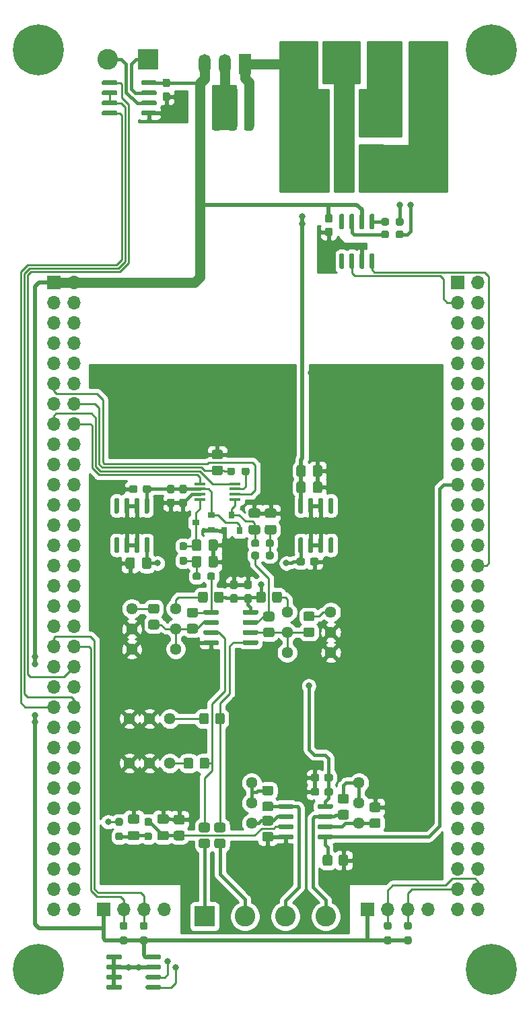
<source format=gtl>
G04 #@! TF.GenerationSoftware,KiCad,Pcbnew,5.1.10*
G04 #@! TF.CreationDate,2021-07-20T09:34:09+02:00*
G04 #@! TF.ProjectId,MEV_board,4d45565f-626f-4617-9264-2e6b69636164,rev?*
G04 #@! TF.SameCoordinates,Original*
G04 #@! TF.FileFunction,Copper,L1,Top*
G04 #@! TF.FilePolarity,Positive*
%FSLAX46Y46*%
G04 Gerber Fmt 4.6, Leading zero omitted, Abs format (unit mm)*
G04 Created by KiCad (PCBNEW 5.1.10) date 2021-07-20 09:34:09*
%MOMM*%
%LPD*%
G01*
G04 APERTURE LIST*
G04 #@! TA.AperFunction,ConnectorPad*
%ADD10C,6.400000*%
G04 #@! TD*
G04 #@! TA.AperFunction,ComponentPad*
%ADD11C,3.600000*%
G04 #@! TD*
G04 #@! TA.AperFunction,ComponentPad*
%ADD12O,1.700000X1.700000*%
G04 #@! TD*
G04 #@! TA.AperFunction,ComponentPad*
%ADD13R,1.700000X1.700000*%
G04 #@! TD*
G04 #@! TA.AperFunction,SMDPad,CuDef*
%ADD14R,4.500000X3.300000*%
G04 #@! TD*
G04 #@! TA.AperFunction,SMDPad,CuDef*
%ADD15R,0.900000X0.800000*%
G04 #@! TD*
G04 #@! TA.AperFunction,SMDPad,CuDef*
%ADD16R,0.800000X0.900000*%
G04 #@! TD*
G04 #@! TA.AperFunction,ComponentPad*
%ADD17C,2.600000*%
G04 #@! TD*
G04 #@! TA.AperFunction,ComponentPad*
%ADD18R,2.600000X2.600000*%
G04 #@! TD*
G04 #@! TA.AperFunction,ComponentPad*
%ADD19C,1.440000*%
G04 #@! TD*
G04 #@! TA.AperFunction,SMDPad,CuDef*
%ADD20R,1.450000X0.450000*%
G04 #@! TD*
G04 #@! TA.AperFunction,ComponentPad*
%ADD21R,1.500000X2.500000*%
G04 #@! TD*
G04 #@! TA.AperFunction,ComponentPad*
%ADD22O,1.500000X2.500000*%
G04 #@! TD*
G04 #@! TA.AperFunction,ViaPad*
%ADD23C,0.800000*%
G04 #@! TD*
G04 #@! TA.AperFunction,Conductor*
%ADD24C,1.270000*%
G04 #@! TD*
G04 #@! TA.AperFunction,Conductor*
%ADD25C,0.381000*%
G04 #@! TD*
G04 #@! TA.AperFunction,Conductor*
%ADD26C,0.508000*%
G04 #@! TD*
G04 #@! TA.AperFunction,Conductor*
%ADD27C,0.254000*%
G04 #@! TD*
G04 #@! TA.AperFunction,Conductor*
%ADD28C,0.100000*%
G04 #@! TD*
G04 APERTURE END LIST*
G04 #@! TA.AperFunction,SMDPad,CuDef*
G36*
G01*
X133373200Y-138972500D02*
X133373200Y-139447500D01*
G75*
G02*
X133135700Y-139685000I-237500J0D01*
G01*
X132535700Y-139685000D01*
G75*
G02*
X132298200Y-139447500I0J237500D01*
G01*
X132298200Y-138972500D01*
G75*
G02*
X132535700Y-138735000I237500J0D01*
G01*
X133135700Y-138735000D01*
G75*
G02*
X133373200Y-138972500I0J-237500D01*
G01*
G37*
G04 #@! TD.AperFunction*
G04 #@! TA.AperFunction,SMDPad,CuDef*
G36*
G01*
X135098200Y-138972500D02*
X135098200Y-139447500D01*
G75*
G02*
X134860700Y-139685000I-237500J0D01*
G01*
X134260700Y-139685000D01*
G75*
G02*
X134023200Y-139447500I0J237500D01*
G01*
X134023200Y-138972500D01*
G75*
G02*
X134260700Y-138735000I237500J0D01*
G01*
X134860700Y-138735000D01*
G75*
G02*
X135098200Y-138972500I0J-237500D01*
G01*
G37*
G04 #@! TD.AperFunction*
G04 #@! TA.AperFunction,SMDPad,CuDef*
G36*
G01*
X122868700Y-113732200D02*
X122393700Y-113732200D01*
G75*
G02*
X122156200Y-113494700I0J237500D01*
G01*
X122156200Y-112894700D01*
G75*
G02*
X122393700Y-112657200I237500J0D01*
G01*
X122868700Y-112657200D01*
G75*
G02*
X123106200Y-112894700I0J-237500D01*
G01*
X123106200Y-113494700D01*
G75*
G02*
X122868700Y-113732200I-237500J0D01*
G01*
G37*
G04 #@! TD.AperFunction*
G04 #@! TA.AperFunction,SMDPad,CuDef*
G36*
G01*
X122868700Y-115457200D02*
X122393700Y-115457200D01*
G75*
G02*
X122156200Y-115219700I0J237500D01*
G01*
X122156200Y-114619700D01*
G75*
G02*
X122393700Y-114382200I237500J0D01*
G01*
X122868700Y-114382200D01*
G75*
G02*
X123106200Y-114619700I0J-237500D01*
G01*
X123106200Y-115219700D01*
G75*
G02*
X122868700Y-115457200I-237500J0D01*
G01*
G37*
G04 #@! TD.AperFunction*
D10*
X98000000Y-161500000D03*
D11*
X98000000Y-161500000D03*
D10*
X155000000Y-161500000D03*
D11*
X155000000Y-161500000D03*
D10*
X98000000Y-46000000D03*
D11*
X98000000Y-46000000D03*
D10*
X155000000Y-46000000D03*
D11*
X155000000Y-46000000D03*
G04 #@! TA.AperFunction,SMDPad,CuDef*
G36*
G01*
X119335600Y-114307199D02*
X119335600Y-115207201D01*
G75*
G02*
X119085601Y-115457200I-249999J0D01*
G01*
X118385599Y-115457200D01*
G75*
G02*
X118135600Y-115207201I0J249999D01*
G01*
X118135600Y-114307199D01*
G75*
G02*
X118385599Y-114057200I249999J0D01*
G01*
X119085601Y-114057200D01*
G75*
G02*
X119335600Y-114307199I0J-249999D01*
G01*
G37*
G04 #@! TD.AperFunction*
G04 #@! TA.AperFunction,SMDPad,CuDef*
G36*
G01*
X121335600Y-114307199D02*
X121335600Y-115207201D01*
G75*
G02*
X121085601Y-115457200I-249999J0D01*
G01*
X120385599Y-115457200D01*
G75*
G02*
X120135600Y-115207201I0J249999D01*
G01*
X120135600Y-114307199D01*
G75*
G02*
X120385599Y-114057200I249999J0D01*
G01*
X121085601Y-114057200D01*
G75*
G02*
X121335600Y-114307199I0J-249999D01*
G01*
G37*
G04 #@! TD.AperFunction*
D12*
X153340000Y-153960000D03*
X150800000Y-153960000D03*
X153340000Y-151420000D03*
X150800000Y-151420000D03*
X153340000Y-148880000D03*
X150800000Y-148880000D03*
X153340000Y-146340000D03*
X150800000Y-146340000D03*
X153340000Y-143800000D03*
X150800000Y-143800000D03*
X153340000Y-141260000D03*
X150800000Y-141260000D03*
X153340000Y-138720000D03*
X150800000Y-138720000D03*
X153340000Y-136180000D03*
X150800000Y-136180000D03*
X153340000Y-133640000D03*
X150800000Y-133640000D03*
X153340000Y-131100000D03*
X150800000Y-131100000D03*
X153340000Y-128560000D03*
X150800000Y-128560000D03*
X153340000Y-126020000D03*
X150800000Y-126020000D03*
X153340000Y-123480000D03*
X150800000Y-123480000D03*
X153340000Y-120940000D03*
X150800000Y-120940000D03*
X153340000Y-118400000D03*
X150800000Y-118400000D03*
X153340000Y-115860000D03*
X150800000Y-115860000D03*
X153340000Y-113320000D03*
X150800000Y-113320000D03*
X153340000Y-110780000D03*
X150800000Y-110780000D03*
X153340000Y-108240000D03*
X150800000Y-108240000D03*
X153340000Y-105700000D03*
X150800000Y-105700000D03*
X153340000Y-103160000D03*
X150800000Y-103160000D03*
X153340000Y-100620000D03*
X150800000Y-100620000D03*
X153340000Y-98080000D03*
X150800000Y-98080000D03*
X153340000Y-95540000D03*
X150800000Y-95540000D03*
X153340000Y-93000000D03*
X150800000Y-93000000D03*
X153340000Y-90460000D03*
X150800000Y-90460000D03*
X153340000Y-87920000D03*
X150800000Y-87920000D03*
X153340000Y-85380000D03*
X150800000Y-85380000D03*
X153340000Y-82840000D03*
X150800000Y-82840000D03*
X153340000Y-80300000D03*
X150800000Y-80300000D03*
X153340000Y-77760000D03*
X150800000Y-77760000D03*
X153340000Y-75220000D03*
D13*
X150800000Y-75220000D03*
D12*
X102530000Y-153960000D03*
X99990000Y-153960000D03*
X102530000Y-151420000D03*
X99990000Y-151420000D03*
X102530000Y-148880000D03*
X99990000Y-148880000D03*
X102530000Y-146340000D03*
X99990000Y-146340000D03*
X102530000Y-143800000D03*
X99990000Y-143800000D03*
X102530000Y-141260000D03*
X99990000Y-141260000D03*
X102530000Y-138720000D03*
X99990000Y-138720000D03*
X102530000Y-136180000D03*
X99990000Y-136180000D03*
X102530000Y-133640000D03*
X99990000Y-133640000D03*
X102530000Y-131100000D03*
X99990000Y-131100000D03*
X102530000Y-128560000D03*
X99990000Y-128560000D03*
X102530000Y-126020000D03*
X99990000Y-126020000D03*
X102530000Y-123480000D03*
X99990000Y-123480000D03*
X102530000Y-120940000D03*
X99990000Y-120940000D03*
X102530000Y-118400000D03*
X99990000Y-118400000D03*
X102530000Y-115860000D03*
X99990000Y-115860000D03*
X102530000Y-113320000D03*
X99990000Y-113320000D03*
X102530000Y-110780000D03*
X99990000Y-110780000D03*
X102530000Y-108240000D03*
X99990000Y-108240000D03*
X102530000Y-105700000D03*
X99990000Y-105700000D03*
X102530000Y-103160000D03*
X99990000Y-103160000D03*
X102530000Y-100620000D03*
X99990000Y-100620000D03*
X102530000Y-98080000D03*
X99990000Y-98080000D03*
X102530000Y-95540000D03*
X99990000Y-95540000D03*
X102530000Y-93000000D03*
X99990000Y-93000000D03*
X102530000Y-90460000D03*
X99990000Y-90460000D03*
X102530000Y-87920000D03*
X99990000Y-87920000D03*
X102530000Y-85380000D03*
X99990000Y-85380000D03*
X102530000Y-82840000D03*
X99990000Y-82840000D03*
X102530000Y-80300000D03*
X99990000Y-80300000D03*
X102530000Y-77760000D03*
X99990000Y-77760000D03*
X102530000Y-75220000D03*
D13*
X99990000Y-75220000D03*
D12*
X147066000Y-153987500D03*
X144526000Y-153987500D03*
X141986000Y-153987500D03*
D13*
X139446000Y-153987500D03*
D12*
X113842798Y-153974800D03*
X111302798Y-153974800D03*
X108762798Y-153974800D03*
D13*
X106222798Y-153974800D03*
G04 #@! TA.AperFunction,SMDPad,CuDef*
G36*
G01*
X113910100Y-49627500D02*
X114385100Y-49627500D01*
G75*
G02*
X114622600Y-49865000I0J-237500D01*
G01*
X114622600Y-50465000D01*
G75*
G02*
X114385100Y-50702500I-237500J0D01*
G01*
X113910100Y-50702500D01*
G75*
G02*
X113672600Y-50465000I0J237500D01*
G01*
X113672600Y-49865000D01*
G75*
G02*
X113910100Y-49627500I237500J0D01*
G01*
G37*
G04 #@! TD.AperFunction*
G04 #@! TA.AperFunction,SMDPad,CuDef*
G36*
G01*
X113910100Y-51352500D02*
X114385100Y-51352500D01*
G75*
G02*
X114622600Y-51590000I0J-237500D01*
G01*
X114622600Y-52190000D01*
G75*
G02*
X114385100Y-52427500I-237500J0D01*
G01*
X113910100Y-52427500D01*
G75*
G02*
X113672600Y-52190000I0J237500D01*
G01*
X113672600Y-51590000D01*
G75*
G02*
X113910100Y-51352500I237500J0D01*
G01*
G37*
G04 #@! TD.AperFunction*
G04 #@! TA.AperFunction,SMDPad,CuDef*
G36*
G01*
X119434400Y-110783000D02*
X119434400Y-109833000D01*
G75*
G02*
X119684400Y-109583000I250000J0D01*
G01*
X120359400Y-109583000D01*
G75*
G02*
X120609400Y-109833000I0J-250000D01*
G01*
X120609400Y-110783000D01*
G75*
G02*
X120359400Y-111033000I-250000J0D01*
G01*
X119684400Y-111033000D01*
G75*
G02*
X119434400Y-110783000I0J250000D01*
G01*
G37*
G04 #@! TD.AperFunction*
G04 #@! TA.AperFunction,SMDPad,CuDef*
G36*
G01*
X117359400Y-110783000D02*
X117359400Y-109833000D01*
G75*
G02*
X117609400Y-109583000I250000J0D01*
G01*
X118284400Y-109583000D01*
G75*
G02*
X118534400Y-109833000I0J-250000D01*
G01*
X118534400Y-110783000D01*
G75*
G02*
X118284400Y-111033000I-250000J0D01*
G01*
X117609400Y-111033000D01*
G75*
G02*
X117359400Y-110783000I0J250000D01*
G01*
G37*
G04 #@! TD.AperFunction*
G04 #@! TA.AperFunction,SMDPad,CuDef*
G36*
G01*
X127729400Y-106863000D02*
X126779400Y-106863000D01*
G75*
G02*
X126529400Y-106613000I0J250000D01*
G01*
X126529400Y-105938000D01*
G75*
G02*
X126779400Y-105688000I250000J0D01*
G01*
X127729400Y-105688000D01*
G75*
G02*
X127979400Y-105938000I0J-250000D01*
G01*
X127979400Y-106613000D01*
G75*
G02*
X127729400Y-106863000I-250000J0D01*
G01*
G37*
G04 #@! TD.AperFunction*
G04 #@! TA.AperFunction,SMDPad,CuDef*
G36*
G01*
X127729400Y-104788000D02*
X126779400Y-104788000D01*
G75*
G02*
X126529400Y-104538000I0J250000D01*
G01*
X126529400Y-103863000D01*
G75*
G02*
X126779400Y-103613000I250000J0D01*
G01*
X127729400Y-103613000D01*
G75*
G02*
X127979400Y-103863000I0J-250000D01*
G01*
X127979400Y-104538000D01*
G75*
G02*
X127729400Y-104788000I-250000J0D01*
G01*
G37*
G04 #@! TD.AperFunction*
G04 #@! TA.AperFunction,SMDPad,CuDef*
G36*
G01*
X117359400Y-108703000D02*
X117359400Y-107753000D01*
G75*
G02*
X117609400Y-107503000I250000J0D01*
G01*
X118284400Y-107503000D01*
G75*
G02*
X118534400Y-107753000I0J-250000D01*
G01*
X118534400Y-108703000D01*
G75*
G02*
X118284400Y-108953000I-250000J0D01*
G01*
X117609400Y-108953000D01*
G75*
G02*
X117359400Y-108703000I0J250000D01*
G01*
G37*
G04 #@! TD.AperFunction*
G04 #@! TA.AperFunction,SMDPad,CuDef*
G36*
G01*
X119434400Y-108703000D02*
X119434400Y-107753000D01*
G75*
G02*
X119684400Y-107503000I250000J0D01*
G01*
X120359400Y-107503000D01*
G75*
G02*
X120609400Y-107753000I0J-250000D01*
G01*
X120609400Y-108703000D01*
G75*
G02*
X120359400Y-108953000I-250000J0D01*
G01*
X119684400Y-108953000D01*
G75*
G02*
X119434400Y-108703000I0J250000D01*
G01*
G37*
G04 #@! TD.AperFunction*
G04 #@! TA.AperFunction,SMDPad,CuDef*
G36*
G01*
X125689400Y-104788000D02*
X124739400Y-104788000D01*
G75*
G02*
X124489400Y-104538000I0J250000D01*
G01*
X124489400Y-103863000D01*
G75*
G02*
X124739400Y-103613000I250000J0D01*
G01*
X125689400Y-103613000D01*
G75*
G02*
X125939400Y-103863000I0J-250000D01*
G01*
X125939400Y-104538000D01*
G75*
G02*
X125689400Y-104788000I-250000J0D01*
G01*
G37*
G04 #@! TD.AperFunction*
G04 #@! TA.AperFunction,SMDPad,CuDef*
G36*
G01*
X125689400Y-106863000D02*
X124739400Y-106863000D01*
G75*
G02*
X124489400Y-106613000I0J250000D01*
G01*
X124489400Y-105938000D01*
G75*
G02*
X124739400Y-105688000I250000J0D01*
G01*
X125689400Y-105688000D01*
G75*
G02*
X125939400Y-105938000I0J-250000D01*
G01*
X125939400Y-106613000D01*
G75*
G02*
X125689400Y-106863000I-250000J0D01*
G01*
G37*
G04 #@! TD.AperFunction*
G04 #@! TA.AperFunction,SMDPad,CuDef*
G36*
G01*
X124171700Y-112657200D02*
X124646700Y-112657200D01*
G75*
G02*
X124884200Y-112894700I0J-237500D01*
G01*
X124884200Y-113494700D01*
G75*
G02*
X124646700Y-113732200I-237500J0D01*
G01*
X124171700Y-113732200D01*
G75*
G02*
X123934200Y-113494700I0J237500D01*
G01*
X123934200Y-112894700D01*
G75*
G02*
X124171700Y-112657200I237500J0D01*
G01*
G37*
G04 #@! TD.AperFunction*
G04 #@! TA.AperFunction,SMDPad,CuDef*
G36*
G01*
X124171700Y-114382200D02*
X124646700Y-114382200D01*
G75*
G02*
X124884200Y-114619700I0J-237500D01*
G01*
X124884200Y-115219700D01*
G75*
G02*
X124646700Y-115457200I-237500J0D01*
G01*
X124171700Y-115457200D01*
G75*
G02*
X123934200Y-115219700I0J237500D01*
G01*
X123934200Y-114619700D01*
G75*
G02*
X124171700Y-114382200I237500J0D01*
G01*
G37*
G04 #@! TD.AperFunction*
G04 #@! TA.AperFunction,SMDPad,CuDef*
G36*
G01*
X114461400Y-100645500D02*
X114936400Y-100645500D01*
G75*
G02*
X115173900Y-100883000I0J-237500D01*
G01*
X115173900Y-101483000D01*
G75*
G02*
X114936400Y-101720500I-237500J0D01*
G01*
X114461400Y-101720500D01*
G75*
G02*
X114223900Y-101483000I0J237500D01*
G01*
X114223900Y-100883000D01*
G75*
G02*
X114461400Y-100645500I237500J0D01*
G01*
G37*
G04 #@! TD.AperFunction*
G04 #@! TA.AperFunction,SMDPad,CuDef*
G36*
G01*
X114461400Y-102370500D02*
X114936400Y-102370500D01*
G75*
G02*
X115173900Y-102608000I0J-237500D01*
G01*
X115173900Y-103208000D01*
G75*
G02*
X114936400Y-103445500I-237500J0D01*
G01*
X114461400Y-103445500D01*
G75*
G02*
X114223900Y-103208000I0J237500D01*
G01*
X114223900Y-102608000D01*
G75*
G02*
X114461400Y-102370500I237500J0D01*
G01*
G37*
G04 #@! TD.AperFunction*
G04 #@! TA.AperFunction,SMDPad,CuDef*
G36*
G01*
X116001400Y-102370500D02*
X116476400Y-102370500D01*
G75*
G02*
X116713900Y-102608000I0J-237500D01*
G01*
X116713900Y-103208000D01*
G75*
G02*
X116476400Y-103445500I-237500J0D01*
G01*
X116001400Y-103445500D01*
G75*
G02*
X115763900Y-103208000I0J237500D01*
G01*
X115763900Y-102608000D01*
G75*
G02*
X116001400Y-102370500I237500J0D01*
G01*
G37*
G04 #@! TD.AperFunction*
G04 #@! TA.AperFunction,SMDPad,CuDef*
G36*
G01*
X116001400Y-100645500D02*
X116476400Y-100645500D01*
G75*
G02*
X116713900Y-100883000I0J-237500D01*
G01*
X116713900Y-101483000D01*
G75*
G02*
X116476400Y-101720500I-237500J0D01*
G01*
X116001400Y-101720500D01*
G75*
G02*
X115763900Y-101483000I0J237500D01*
G01*
X115763900Y-100883000D01*
G75*
G02*
X116001400Y-100645500I237500J0D01*
G01*
G37*
G04 #@! TD.AperFunction*
G04 #@! TA.AperFunction,SMDPad,CuDef*
G36*
G01*
X114195000Y-145287500D02*
X113245000Y-145287500D01*
G75*
G02*
X112995000Y-145037500I0J250000D01*
G01*
X112995000Y-144362500D01*
G75*
G02*
X113245000Y-144112500I250000J0D01*
G01*
X114195000Y-144112500D01*
G75*
G02*
X114445000Y-144362500I0J-250000D01*
G01*
X114445000Y-145037500D01*
G75*
G02*
X114195000Y-145287500I-250000J0D01*
G01*
G37*
G04 #@! TD.AperFunction*
G04 #@! TA.AperFunction,SMDPad,CuDef*
G36*
G01*
X114195000Y-143212500D02*
X113245000Y-143212500D01*
G75*
G02*
X112995000Y-142962500I0J250000D01*
G01*
X112995000Y-142287500D01*
G75*
G02*
X113245000Y-142037500I250000J0D01*
G01*
X114195000Y-142037500D01*
G75*
G02*
X114445000Y-142287500I0J-250000D01*
G01*
X114445000Y-142962500D01*
G75*
G02*
X114195000Y-143212500I-250000J0D01*
G01*
G37*
G04 #@! TD.AperFunction*
G04 #@! TA.AperFunction,SMDPad,CuDef*
G36*
G01*
X110505000Y-143212500D02*
X109555000Y-143212500D01*
G75*
G02*
X109305000Y-142962500I0J250000D01*
G01*
X109305000Y-142287500D01*
G75*
G02*
X109555000Y-142037500I250000J0D01*
G01*
X110505000Y-142037500D01*
G75*
G02*
X110755000Y-142287500I0J-250000D01*
G01*
X110755000Y-142962500D01*
G75*
G02*
X110505000Y-143212500I-250000J0D01*
G01*
G37*
G04 #@! TD.AperFunction*
G04 #@! TA.AperFunction,SMDPad,CuDef*
G36*
G01*
X110505000Y-145287500D02*
X109555000Y-145287500D01*
G75*
G02*
X109305000Y-145037500I0J250000D01*
G01*
X109305000Y-144362500D01*
G75*
G02*
X109555000Y-144112500I250000J0D01*
G01*
X110505000Y-144112500D01*
G75*
G02*
X110755000Y-144362500I0J-250000D01*
G01*
X110755000Y-145037500D01*
G75*
G02*
X110505000Y-145287500I-250000J0D01*
G01*
G37*
G04 #@! TD.AperFunction*
G04 #@! TA.AperFunction,SMDPad,CuDef*
G36*
G01*
X133748600Y-98432600D02*
X133748600Y-99382600D01*
G75*
G02*
X133498600Y-99632600I-250000J0D01*
G01*
X132823600Y-99632600D01*
G75*
G02*
X132573600Y-99382600I0J250000D01*
G01*
X132573600Y-98432600D01*
G75*
G02*
X132823600Y-98182600I250000J0D01*
G01*
X133498600Y-98182600D01*
G75*
G02*
X133748600Y-98432600I0J-250000D01*
G01*
G37*
G04 #@! TD.AperFunction*
G04 #@! TA.AperFunction,SMDPad,CuDef*
G36*
G01*
X131673600Y-98432600D02*
X131673600Y-99382600D01*
G75*
G02*
X131423600Y-99632600I-250000J0D01*
G01*
X130748600Y-99632600D01*
G75*
G02*
X130498600Y-99382600I0J250000D01*
G01*
X130498600Y-98432600D01*
G75*
G02*
X130748600Y-98182600I250000J0D01*
G01*
X131423600Y-98182600D01*
G75*
G02*
X131673600Y-98432600I0J-250000D01*
G01*
G37*
G04 #@! TD.AperFunction*
G04 #@! TA.AperFunction,SMDPad,CuDef*
G36*
G01*
X131673600Y-100490000D02*
X131673600Y-101440000D01*
G75*
G02*
X131423600Y-101690000I-250000J0D01*
G01*
X130748600Y-101690000D01*
G75*
G02*
X130498600Y-101440000I0J250000D01*
G01*
X130498600Y-100490000D01*
G75*
G02*
X130748600Y-100240000I250000J0D01*
G01*
X131423600Y-100240000D01*
G75*
G02*
X131673600Y-100490000I0J-250000D01*
G01*
G37*
G04 #@! TD.AperFunction*
G04 #@! TA.AperFunction,SMDPad,CuDef*
G36*
G01*
X133748600Y-100490000D02*
X133748600Y-101440000D01*
G75*
G02*
X133498600Y-101690000I-250000J0D01*
G01*
X132823600Y-101690000D01*
G75*
G02*
X132573600Y-101440000I0J250000D01*
G01*
X132573600Y-100490000D01*
G75*
G02*
X132823600Y-100240000I250000J0D01*
G01*
X133498600Y-100240000D01*
G75*
G02*
X133748600Y-100490000I0J-250000D01*
G01*
G37*
G04 #@! TD.AperFunction*
G04 #@! TA.AperFunction,SMDPad,CuDef*
G36*
G01*
X121845500Y-51602601D02*
X121845500Y-50652601D01*
G75*
G02*
X122095500Y-50402601I250000J0D01*
G01*
X122770500Y-50402601D01*
G75*
G02*
X123020500Y-50652601I0J-250000D01*
G01*
X123020500Y-51602601D01*
G75*
G02*
X122770500Y-51852601I-250000J0D01*
G01*
X122095500Y-51852601D01*
G75*
G02*
X121845500Y-51602601I0J250000D01*
G01*
G37*
G04 #@! TD.AperFunction*
G04 #@! TA.AperFunction,SMDPad,CuDef*
G36*
G01*
X123920500Y-51602601D02*
X123920500Y-50652601D01*
G75*
G02*
X124170500Y-50402601I250000J0D01*
G01*
X124845500Y-50402601D01*
G75*
G02*
X125095500Y-50652601I0J-250000D01*
G01*
X125095500Y-51602601D01*
G75*
G02*
X124845500Y-51852601I-250000J0D01*
G01*
X124170500Y-51852601D01*
G75*
G02*
X123920500Y-51602601I0J250000D01*
G01*
G37*
G04 #@! TD.AperFunction*
G04 #@! TA.AperFunction,SMDPad,CuDef*
G36*
G01*
X123920500Y-55897800D02*
X123920500Y-54947800D01*
G75*
G02*
X124170500Y-54697800I250000J0D01*
G01*
X124845500Y-54697800D01*
G75*
G02*
X125095500Y-54947800I0J-250000D01*
G01*
X125095500Y-55897800D01*
G75*
G02*
X124845500Y-56147800I-250000J0D01*
G01*
X124170500Y-56147800D01*
G75*
G02*
X123920500Y-55897800I0J250000D01*
G01*
G37*
G04 #@! TD.AperFunction*
G04 #@! TA.AperFunction,SMDPad,CuDef*
G36*
G01*
X121845500Y-55897800D02*
X121845500Y-54947800D01*
G75*
G02*
X122095500Y-54697800I250000J0D01*
G01*
X122770500Y-54697800D01*
G75*
G02*
X123020500Y-54947800I0J-250000D01*
G01*
X123020500Y-55897800D01*
G75*
G02*
X122770500Y-56147800I-250000J0D01*
G01*
X122095500Y-56147800D01*
G75*
G02*
X121845500Y-55897800I0J250000D01*
G01*
G37*
G04 #@! TD.AperFunction*
G04 #@! TA.AperFunction,SMDPad,CuDef*
G36*
G01*
X121845500Y-53764200D02*
X121845500Y-52814200D01*
G75*
G02*
X122095500Y-52564200I250000J0D01*
G01*
X122770500Y-52564200D01*
G75*
G02*
X123020500Y-52814200I0J-250000D01*
G01*
X123020500Y-53764200D01*
G75*
G02*
X122770500Y-54014200I-250000J0D01*
G01*
X122095500Y-54014200D01*
G75*
G02*
X121845500Y-53764200I0J250000D01*
G01*
G37*
G04 #@! TD.AperFunction*
G04 #@! TA.AperFunction,SMDPad,CuDef*
G36*
G01*
X123920500Y-53764200D02*
X123920500Y-52814200D01*
G75*
G02*
X124170500Y-52564200I250000J0D01*
G01*
X124845500Y-52564200D01*
G75*
G02*
X125095500Y-52814200I0J-250000D01*
G01*
X125095500Y-53764200D01*
G75*
G02*
X124845500Y-54014200I-250000J0D01*
G01*
X124170500Y-54014200D01*
G75*
G02*
X123920500Y-53764200I0J250000D01*
G01*
G37*
G04 #@! TD.AperFunction*
G04 #@! TA.AperFunction,SMDPad,CuDef*
G36*
G01*
X131568600Y-110049300D02*
X131568600Y-110524300D01*
G75*
G02*
X131331100Y-110761800I-237500J0D01*
G01*
X130731100Y-110761800D01*
G75*
G02*
X130493600Y-110524300I0J237500D01*
G01*
X130493600Y-110049300D01*
G75*
G02*
X130731100Y-109811800I237500J0D01*
G01*
X131331100Y-109811800D01*
G75*
G02*
X131568600Y-110049300I0J-237500D01*
G01*
G37*
G04 #@! TD.AperFunction*
G04 #@! TA.AperFunction,SMDPad,CuDef*
G36*
G01*
X133293600Y-110049300D02*
X133293600Y-110524300D01*
G75*
G02*
X133056100Y-110761800I-237500J0D01*
G01*
X132456100Y-110761800D01*
G75*
G02*
X132218600Y-110524300I0J237500D01*
G01*
X132218600Y-110049300D01*
G75*
G02*
X132456100Y-109811800I237500J0D01*
G01*
X133056100Y-109811800D01*
G75*
G02*
X133293600Y-110049300I0J-237500D01*
G01*
G37*
G04 #@! TD.AperFunction*
G04 #@! TA.AperFunction,SMDPad,CuDef*
G36*
G01*
X111070900Y-110965000D02*
X111070900Y-110015000D01*
G75*
G02*
X111320900Y-109765000I250000J0D01*
G01*
X111995900Y-109765000D01*
G75*
G02*
X112245900Y-110015000I0J-250000D01*
G01*
X112245900Y-110965000D01*
G75*
G02*
X111995900Y-111215000I-250000J0D01*
G01*
X111320900Y-111215000D01*
G75*
G02*
X111070900Y-110965000I0J250000D01*
G01*
G37*
G04 #@! TD.AperFunction*
G04 #@! TA.AperFunction,SMDPad,CuDef*
G36*
G01*
X108995900Y-110965000D02*
X108995900Y-110015000D01*
G75*
G02*
X109245900Y-109765000I250000J0D01*
G01*
X109920900Y-109765000D01*
G75*
G02*
X110170900Y-110015000I0J-250000D01*
G01*
X110170900Y-110965000D01*
G75*
G02*
X109920900Y-111215000I-250000J0D01*
G01*
X109245900Y-111215000D01*
G75*
G02*
X108995900Y-110965000I0J250000D01*
G01*
G37*
G04 #@! TD.AperFunction*
G04 #@! TA.AperFunction,SMDPad,CuDef*
G36*
G01*
X121053000Y-54947800D02*
X121053000Y-55897800D01*
G75*
G02*
X120803000Y-56147800I-250000J0D01*
G01*
X120128000Y-56147800D01*
G75*
G02*
X119878000Y-55897800I0J250000D01*
G01*
X119878000Y-54947800D01*
G75*
G02*
X120128000Y-54697800I250000J0D01*
G01*
X120803000Y-54697800D01*
G75*
G02*
X121053000Y-54947800I0J-250000D01*
G01*
G37*
G04 #@! TD.AperFunction*
G04 #@! TA.AperFunction,SMDPad,CuDef*
G36*
G01*
X118978000Y-54947800D02*
X118978000Y-55897800D01*
G75*
G02*
X118728000Y-56147800I-250000J0D01*
G01*
X118053000Y-56147800D01*
G75*
G02*
X117803000Y-55897800I0J250000D01*
G01*
X117803000Y-54947800D01*
G75*
G02*
X118053000Y-54697800I250000J0D01*
G01*
X118728000Y-54697800D01*
G75*
G02*
X118978000Y-54947800I0J-250000D01*
G01*
G37*
G04 #@! TD.AperFunction*
G04 #@! TA.AperFunction,SMDPad,CuDef*
G36*
G01*
X121053000Y-52814200D02*
X121053000Y-53764200D01*
G75*
G02*
X120803000Y-54014200I-250000J0D01*
G01*
X120128000Y-54014200D01*
G75*
G02*
X119878000Y-53764200I0J250000D01*
G01*
X119878000Y-52814200D01*
G75*
G02*
X120128000Y-52564200I250000J0D01*
G01*
X120803000Y-52564200D01*
G75*
G02*
X121053000Y-52814200I0J-250000D01*
G01*
G37*
G04 #@! TD.AperFunction*
G04 #@! TA.AperFunction,SMDPad,CuDef*
G36*
G01*
X118978000Y-52814200D02*
X118978000Y-53764200D01*
G75*
G02*
X118728000Y-54014200I-250000J0D01*
G01*
X118053000Y-54014200D01*
G75*
G02*
X117803000Y-53764200I0J250000D01*
G01*
X117803000Y-52814200D01*
G75*
G02*
X118053000Y-52564200I250000J0D01*
G01*
X118728000Y-52564200D01*
G75*
G02*
X118978000Y-52814200I0J-250000D01*
G01*
G37*
G04 #@! TD.AperFunction*
G04 #@! TA.AperFunction,SMDPad,CuDef*
G36*
G01*
X109445600Y-101420500D02*
X109445600Y-100945500D01*
G75*
G02*
X109683100Y-100708000I237500J0D01*
G01*
X110283100Y-100708000D01*
G75*
G02*
X110520600Y-100945500I0J-237500D01*
G01*
X110520600Y-101420500D01*
G75*
G02*
X110283100Y-101658000I-237500J0D01*
G01*
X109683100Y-101658000D01*
G75*
G02*
X109445600Y-101420500I0J237500D01*
G01*
G37*
G04 #@! TD.AperFunction*
G04 #@! TA.AperFunction,SMDPad,CuDef*
G36*
G01*
X111170600Y-101420500D02*
X111170600Y-100945500D01*
G75*
G02*
X111408100Y-100708000I237500J0D01*
G01*
X112008100Y-100708000D01*
G75*
G02*
X112245600Y-100945500I0J-237500D01*
G01*
X112245600Y-101420500D01*
G75*
G02*
X112008100Y-101658000I-237500J0D01*
G01*
X111408100Y-101658000D01*
G75*
G02*
X111170600Y-101420500I0J237500D01*
G01*
G37*
G04 #@! TD.AperFunction*
G04 #@! TA.AperFunction,SMDPad,CuDef*
G36*
G01*
X118978000Y-50652601D02*
X118978000Y-51602601D01*
G75*
G02*
X118728000Y-51852601I-250000J0D01*
G01*
X118053000Y-51852601D01*
G75*
G02*
X117803000Y-51602601I0J250000D01*
G01*
X117803000Y-50652601D01*
G75*
G02*
X118053000Y-50402601I250000J0D01*
G01*
X118728000Y-50402601D01*
G75*
G02*
X118978000Y-50652601I0J-250000D01*
G01*
G37*
G04 #@! TD.AperFunction*
G04 #@! TA.AperFunction,SMDPad,CuDef*
G36*
G01*
X121053000Y-50652601D02*
X121053000Y-51602601D01*
G75*
G02*
X120803000Y-51852601I-250000J0D01*
G01*
X120128000Y-51852601D01*
G75*
G02*
X119878000Y-51602601I0J250000D01*
G01*
X119878000Y-50652601D01*
G75*
G02*
X120128000Y-50402601I250000J0D01*
G01*
X120803000Y-50402601D01*
G75*
G02*
X121053000Y-50652601I0J-250000D01*
G01*
G37*
G04 #@! TD.AperFunction*
G04 #@! TA.AperFunction,SMDPad,CuDef*
G36*
G01*
X134023200Y-137657500D02*
X134023200Y-137182500D01*
G75*
G02*
X134260700Y-136945000I237500J0D01*
G01*
X134860700Y-136945000D01*
G75*
G02*
X135098200Y-137182500I0J-237500D01*
G01*
X135098200Y-137657500D01*
G75*
G02*
X134860700Y-137895000I-237500J0D01*
G01*
X134260700Y-137895000D01*
G75*
G02*
X134023200Y-137657500I0J237500D01*
G01*
G37*
G04 #@! TD.AperFunction*
G04 #@! TA.AperFunction,SMDPad,CuDef*
G36*
G01*
X132298200Y-137657500D02*
X132298200Y-137182500D01*
G75*
G02*
X132535700Y-136945000I237500J0D01*
G01*
X133135700Y-136945000D01*
G75*
G02*
X133373200Y-137182500I0J-237500D01*
G01*
X133373200Y-137657500D01*
G75*
G02*
X133135700Y-137895000I-237500J0D01*
G01*
X132535700Y-137895000D01*
G75*
G02*
X132298200Y-137657500I0J237500D01*
G01*
G37*
G04 #@! TD.AperFunction*
G04 #@! TA.AperFunction,SMDPad,CuDef*
G36*
G01*
X134331700Y-68351800D02*
X134806700Y-68351800D01*
G75*
G02*
X135044200Y-68589300I0J-237500D01*
G01*
X135044200Y-69189300D01*
G75*
G02*
X134806700Y-69426800I-237500J0D01*
G01*
X134331700Y-69426800D01*
G75*
G02*
X134094200Y-69189300I0J237500D01*
G01*
X134094200Y-68589300D01*
G75*
G02*
X134331700Y-68351800I237500J0D01*
G01*
G37*
G04 #@! TD.AperFunction*
G04 #@! TA.AperFunction,SMDPad,CuDef*
G36*
G01*
X134331700Y-66626800D02*
X134806700Y-66626800D01*
G75*
G02*
X135044200Y-66864300I0J-237500D01*
G01*
X135044200Y-67464300D01*
G75*
G02*
X134806700Y-67701800I-237500J0D01*
G01*
X134331700Y-67701800D01*
G75*
G02*
X134094200Y-67464300I0J237500D01*
G01*
X134094200Y-66864300D01*
G75*
G02*
X134331700Y-66626800I237500J0D01*
G01*
G37*
G04 #@! TD.AperFunction*
D14*
X140740000Y-53644800D03*
X131940000Y-53644800D03*
X131940000Y-60604400D03*
X140740000Y-60604400D03*
D15*
X117814400Y-105368000D03*
X119814400Y-104418000D03*
X119814400Y-106318000D03*
D16*
X121424400Y-106418000D03*
X123324400Y-106418000D03*
X122374400Y-104418000D03*
D17*
X134188200Y-154838400D03*
X129108200Y-154838400D03*
X124028200Y-154838400D03*
D18*
X118948200Y-154838400D03*
X111823500Y-47200000D03*
D17*
X106743500Y-47200000D03*
D18*
X146500000Y-47200000D03*
D17*
X141420000Y-47200000D03*
X136340000Y-47200000D03*
X131260000Y-47200000D03*
G04 #@! TA.AperFunction,SMDPad,CuDef*
G36*
G01*
X119368201Y-144280000D02*
X118468199Y-144280000D01*
G75*
G02*
X118218200Y-144030001I0J249999D01*
G01*
X118218200Y-143329999D01*
G75*
G02*
X118468199Y-143080000I249999J0D01*
G01*
X119368201Y-143080000D01*
G75*
G02*
X119618200Y-143329999I0J-249999D01*
G01*
X119618200Y-144030001D01*
G75*
G02*
X119368201Y-144280000I-249999J0D01*
G01*
G37*
G04 #@! TD.AperFunction*
G04 #@! TA.AperFunction,SMDPad,CuDef*
G36*
G01*
X119368201Y-146280000D02*
X118468199Y-146280000D01*
G75*
G02*
X118218200Y-146030001I0J249999D01*
G01*
X118218200Y-145329999D01*
G75*
G02*
X118468199Y-145080000I249999J0D01*
G01*
X119368201Y-145080000D01*
G75*
G02*
X119618200Y-145329999I0J-249999D01*
G01*
X119618200Y-146030001D01*
G75*
G02*
X119368201Y-146280000I-249999J0D01*
G01*
G37*
G04 #@! TD.AperFunction*
G04 #@! TA.AperFunction,SMDPad,CuDef*
G36*
G01*
X121330001Y-144280000D02*
X120429999Y-144280000D01*
G75*
G02*
X120180000Y-144030001I0J249999D01*
G01*
X120180000Y-143329999D01*
G75*
G02*
X120429999Y-143080000I249999J0D01*
G01*
X121330001Y-143080000D01*
G75*
G02*
X121580000Y-143329999I0J-249999D01*
G01*
X121580000Y-144030001D01*
G75*
G02*
X121330001Y-144280000I-249999J0D01*
G01*
G37*
G04 #@! TD.AperFunction*
G04 #@! TA.AperFunction,SMDPad,CuDef*
G36*
G01*
X121330001Y-146280000D02*
X120429999Y-146280000D01*
G75*
G02*
X120180000Y-146030001I0J249999D01*
G01*
X120180000Y-145329999D01*
G75*
G02*
X120429999Y-145080000I249999J0D01*
G01*
X121330001Y-145080000D01*
G75*
G02*
X121580000Y-145329999I0J-249999D01*
G01*
X121580000Y-146030001D01*
G75*
G02*
X121330001Y-146280000I-249999J0D01*
G01*
G37*
G04 #@! TD.AperFunction*
G04 #@! TA.AperFunction,SMDPad,CuDef*
G36*
G01*
X116320000Y-136070001D02*
X116320000Y-135169999D01*
G75*
G02*
X116569999Y-134920000I249999J0D01*
G01*
X117270001Y-134920000D01*
G75*
G02*
X117520000Y-135169999I0J-249999D01*
G01*
X117520000Y-136070001D01*
G75*
G02*
X117270001Y-136320000I-249999J0D01*
G01*
X116569999Y-136320000D01*
G75*
G02*
X116320000Y-136070001I0J249999D01*
G01*
G37*
G04 #@! TD.AperFunction*
G04 #@! TA.AperFunction,SMDPad,CuDef*
G36*
G01*
X118320000Y-136070001D02*
X118320000Y-135169999D01*
G75*
G02*
X118569999Y-134920000I249999J0D01*
G01*
X119270001Y-134920000D01*
G75*
G02*
X119520000Y-135169999I0J-249999D01*
G01*
X119520000Y-136070001D01*
G75*
G02*
X119270001Y-136320000I-249999J0D01*
G01*
X118569999Y-136320000D01*
G75*
G02*
X118320000Y-136070001I0J249999D01*
G01*
G37*
G04 #@! TD.AperFunction*
G04 #@! TA.AperFunction,SMDPad,CuDef*
G36*
G01*
X118280000Y-130470001D02*
X118280000Y-129569999D01*
G75*
G02*
X118529999Y-129320000I249999J0D01*
G01*
X119230001Y-129320000D01*
G75*
G02*
X119480000Y-129569999I0J-249999D01*
G01*
X119480000Y-130470001D01*
G75*
G02*
X119230001Y-130720000I-249999J0D01*
G01*
X118529999Y-130720000D01*
G75*
G02*
X118280000Y-130470001I0J249999D01*
G01*
G37*
G04 #@! TD.AperFunction*
G04 #@! TA.AperFunction,SMDPad,CuDef*
G36*
G01*
X120280000Y-130470001D02*
X120280000Y-129569999D01*
G75*
G02*
X120529999Y-129320000I249999J0D01*
G01*
X121230001Y-129320000D01*
G75*
G02*
X121480000Y-129569999I0J-249999D01*
G01*
X121480000Y-130470001D01*
G75*
G02*
X121230001Y-130720000I-249999J0D01*
G01*
X120529999Y-130720000D01*
G75*
G02*
X120280000Y-130470001I0J249999D01*
G01*
G37*
G04 #@! TD.AperFunction*
G04 #@! TA.AperFunction,SMDPad,CuDef*
G36*
G01*
X113003751Y-116805000D02*
X112103749Y-116805000D01*
G75*
G02*
X111853750Y-116555001I0J249999D01*
G01*
X111853750Y-115854999D01*
G75*
G02*
X112103749Y-115605000I249999J0D01*
G01*
X113003751Y-115605000D01*
G75*
G02*
X113253750Y-115854999I0J-249999D01*
G01*
X113253750Y-116555001D01*
G75*
G02*
X113003751Y-116805000I-249999J0D01*
G01*
G37*
G04 #@! TD.AperFunction*
G04 #@! TA.AperFunction,SMDPad,CuDef*
G36*
G01*
X113003751Y-118805000D02*
X112103749Y-118805000D01*
G75*
G02*
X111853750Y-118555001I0J249999D01*
G01*
X111853750Y-117854999D01*
G75*
G02*
X112103749Y-117605000I249999J0D01*
G01*
X113003751Y-117605000D01*
G75*
G02*
X113253750Y-117854999I0J-249999D01*
G01*
X113253750Y-118555001D01*
G75*
G02*
X113003751Y-118805000I-249999J0D01*
G01*
G37*
G04 #@! TD.AperFunction*
G04 #@! TA.AperFunction,SMDPad,CuDef*
G36*
G01*
X127450800Y-115207201D02*
X127450800Y-114307199D01*
G75*
G02*
X127700799Y-114057200I249999J0D01*
G01*
X128400801Y-114057200D01*
G75*
G02*
X128650800Y-114307199I0J-249999D01*
G01*
X128650800Y-115207201D01*
G75*
G02*
X128400801Y-115457200I-249999J0D01*
G01*
X127700799Y-115457200D01*
G75*
G02*
X127450800Y-115207201I0J249999D01*
G01*
G37*
G04 #@! TD.AperFunction*
G04 #@! TA.AperFunction,SMDPad,CuDef*
G36*
G01*
X125450800Y-115207201D02*
X125450800Y-114307199D01*
G75*
G02*
X125700799Y-114057200I249999J0D01*
G01*
X126400801Y-114057200D01*
G75*
G02*
X126650800Y-114307199I0J-249999D01*
G01*
X126650800Y-115207201D01*
G75*
G02*
X126400801Y-115457200I-249999J0D01*
G01*
X125700799Y-115457200D01*
G75*
G02*
X125450800Y-115207201I0J249999D01*
G01*
G37*
G04 #@! TD.AperFunction*
G04 #@! TA.AperFunction,SMDPad,CuDef*
G36*
G01*
X132530001Y-117760800D02*
X131629999Y-117760800D01*
G75*
G02*
X131380000Y-117510801I0J249999D01*
G01*
X131380000Y-116810799D01*
G75*
G02*
X131629999Y-116560800I249999J0D01*
G01*
X132530001Y-116560800D01*
G75*
G02*
X132780000Y-116810799I0J-249999D01*
G01*
X132780000Y-117510801D01*
G75*
G02*
X132530001Y-117760800I-249999J0D01*
G01*
G37*
G04 #@! TD.AperFunction*
G04 #@! TA.AperFunction,SMDPad,CuDef*
G36*
G01*
X132530001Y-119760800D02*
X131629999Y-119760800D01*
G75*
G02*
X131380000Y-119510801I0J249999D01*
G01*
X131380000Y-118810799D01*
G75*
G02*
X131629999Y-118560800I249999J0D01*
G01*
X132530001Y-118560800D01*
G75*
G02*
X132780000Y-118810799I0J-249999D01*
G01*
X132780000Y-119510801D01*
G75*
G02*
X132530001Y-119760800I-249999J0D01*
G01*
G37*
G04 #@! TD.AperFunction*
G04 #@! TA.AperFunction,SMDPad,CuDef*
G36*
G01*
X116961749Y-116104500D02*
X117861751Y-116104500D01*
G75*
G02*
X118111750Y-116354499I0J-249999D01*
G01*
X118111750Y-117054501D01*
G75*
G02*
X117861751Y-117304500I-249999J0D01*
G01*
X116961749Y-117304500D01*
G75*
G02*
X116711750Y-117054501I0J249999D01*
G01*
X116711750Y-116354499D01*
G75*
G02*
X116961749Y-116104500I249999J0D01*
G01*
G37*
G04 #@! TD.AperFunction*
G04 #@! TA.AperFunction,SMDPad,CuDef*
G36*
G01*
X116961749Y-118104500D02*
X117861751Y-118104500D01*
G75*
G02*
X118111750Y-118354499I0J-249999D01*
G01*
X118111750Y-119054501D01*
G75*
G02*
X117861751Y-119304500I-249999J0D01*
G01*
X116961749Y-119304500D01*
G75*
G02*
X116711750Y-119054501I0J249999D01*
G01*
X116711750Y-118354499D01*
G75*
G02*
X116961749Y-118104500I249999J0D01*
G01*
G37*
G04 #@! TD.AperFunction*
G04 #@! TA.AperFunction,SMDPad,CuDef*
G36*
G01*
X126575149Y-116589500D02*
X127475151Y-116589500D01*
G75*
G02*
X127725150Y-116839499I0J-249999D01*
G01*
X127725150Y-117539501D01*
G75*
G02*
X127475151Y-117789500I-249999J0D01*
G01*
X126575149Y-117789500D01*
G75*
G02*
X126325150Y-117539501I0J249999D01*
G01*
X126325150Y-116839499D01*
G75*
G02*
X126575149Y-116589500I249999J0D01*
G01*
G37*
G04 #@! TD.AperFunction*
G04 #@! TA.AperFunction,SMDPad,CuDef*
G36*
G01*
X126575149Y-118589500D02*
X127475151Y-118589500D01*
G75*
G02*
X127725150Y-118839499I0J-249999D01*
G01*
X127725150Y-119539501D01*
G75*
G02*
X127475151Y-119789500I-249999J0D01*
G01*
X126575149Y-119789500D01*
G75*
G02*
X126325150Y-119539501I0J249999D01*
G01*
X126325150Y-118839499D01*
G75*
G02*
X126575149Y-118589500I249999J0D01*
G01*
G37*
G04 #@! TD.AperFunction*
G04 #@! TA.AperFunction,SMDPad,CuDef*
G36*
G01*
X117464400Y-112375500D02*
X117464400Y-111900500D01*
G75*
G02*
X117701900Y-111663000I237500J0D01*
G01*
X118201900Y-111663000D01*
G75*
G02*
X118439400Y-111900500I0J-237500D01*
G01*
X118439400Y-112375500D01*
G75*
G02*
X118201900Y-112613000I-237500J0D01*
G01*
X117701900Y-112613000D01*
G75*
G02*
X117464400Y-112375500I0J237500D01*
G01*
G37*
G04 #@! TD.AperFunction*
G04 #@! TA.AperFunction,SMDPad,CuDef*
G36*
G01*
X119289400Y-112375500D02*
X119289400Y-111900500D01*
G75*
G02*
X119526900Y-111663000I237500J0D01*
G01*
X120026900Y-111663000D01*
G75*
G02*
X120264400Y-111900500I0J-237500D01*
G01*
X120264400Y-112375500D01*
G75*
G02*
X120026900Y-112613000I-237500J0D01*
G01*
X119526900Y-112613000D01*
G75*
G02*
X119289400Y-112375500I0J237500D01*
G01*
G37*
G04 #@! TD.AperFunction*
G04 #@! TA.AperFunction,SMDPad,CuDef*
G36*
G01*
X125809400Y-109290500D02*
X125809400Y-109765500D01*
G75*
G02*
X125571900Y-110003000I-237500J0D01*
G01*
X125071900Y-110003000D01*
G75*
G02*
X124834400Y-109765500I0J237500D01*
G01*
X124834400Y-109290500D01*
G75*
G02*
X125071900Y-109053000I237500J0D01*
G01*
X125571900Y-109053000D01*
G75*
G02*
X125809400Y-109290500I0J-237500D01*
G01*
G37*
G04 #@! TD.AperFunction*
G04 #@! TA.AperFunction,SMDPad,CuDef*
G36*
G01*
X127634400Y-109290500D02*
X127634400Y-109765500D01*
G75*
G02*
X127396900Y-110003000I-237500J0D01*
G01*
X126896900Y-110003000D01*
G75*
G02*
X126659400Y-109765500I0J237500D01*
G01*
X126659400Y-109290500D01*
G75*
G02*
X126896900Y-109053000I237500J0D01*
G01*
X127396900Y-109053000D01*
G75*
G02*
X127634400Y-109290500I0J-237500D01*
G01*
G37*
G04 #@! TD.AperFunction*
G04 #@! TA.AperFunction,SMDPad,CuDef*
G36*
G01*
X116026900Y-109693000D02*
X116501900Y-109693000D01*
G75*
G02*
X116739400Y-109930500I0J-237500D01*
G01*
X116739400Y-110430500D01*
G75*
G02*
X116501900Y-110668000I-237500J0D01*
G01*
X116026900Y-110668000D01*
G75*
G02*
X115789400Y-110430500I0J237500D01*
G01*
X115789400Y-109930500D01*
G75*
G02*
X116026900Y-109693000I237500J0D01*
G01*
G37*
G04 #@! TD.AperFunction*
G04 #@! TA.AperFunction,SMDPad,CuDef*
G36*
G01*
X116026900Y-107868000D02*
X116501900Y-107868000D01*
G75*
G02*
X116739400Y-108105500I0J-237500D01*
G01*
X116739400Y-108605500D01*
G75*
G02*
X116501900Y-108843000I-237500J0D01*
G01*
X116026900Y-108843000D01*
G75*
G02*
X115789400Y-108605500I0J237500D01*
G01*
X115789400Y-108105500D01*
G75*
G02*
X116026900Y-107868000I237500J0D01*
G01*
G37*
G04 #@! TD.AperFunction*
G04 #@! TA.AperFunction,SMDPad,CuDef*
G36*
G01*
X124834400Y-108225500D02*
X124834400Y-107750500D01*
G75*
G02*
X125071900Y-107513000I237500J0D01*
G01*
X125571900Y-107513000D01*
G75*
G02*
X125809400Y-107750500I0J-237500D01*
G01*
X125809400Y-108225500D01*
G75*
G02*
X125571900Y-108463000I-237500J0D01*
G01*
X125071900Y-108463000D01*
G75*
G02*
X124834400Y-108225500I0J237500D01*
G01*
G37*
G04 #@! TD.AperFunction*
G04 #@! TA.AperFunction,SMDPad,CuDef*
G36*
G01*
X126659400Y-108225500D02*
X126659400Y-107750500D01*
G75*
G02*
X126896900Y-107513000I237500J0D01*
G01*
X127396900Y-107513000D01*
G75*
G02*
X127634400Y-107750500I0J-237500D01*
G01*
X127634400Y-108225500D01*
G75*
G02*
X127396900Y-108463000I-237500J0D01*
G01*
X126896900Y-108463000D01*
G75*
G02*
X126659400Y-108225500I0J237500D01*
G01*
G37*
G04 #@! TD.AperFunction*
G04 #@! TA.AperFunction,SMDPad,CuDef*
G36*
G01*
X122765000Y-98720900D02*
X122765000Y-99195900D01*
G75*
G02*
X122527500Y-99433400I-237500J0D01*
G01*
X122027500Y-99433400D01*
G75*
G02*
X121790000Y-99195900I0J237500D01*
G01*
X121790000Y-98720900D01*
G75*
G02*
X122027500Y-98483400I237500J0D01*
G01*
X122527500Y-98483400D01*
G75*
G02*
X122765000Y-98720900I0J-237500D01*
G01*
G37*
G04 #@! TD.AperFunction*
G04 #@! TA.AperFunction,SMDPad,CuDef*
G36*
G01*
X124590000Y-98720900D02*
X124590000Y-99195900D01*
G75*
G02*
X124352500Y-99433400I-237500J0D01*
G01*
X123852500Y-99433400D01*
G75*
G02*
X123615000Y-99195900I0J237500D01*
G01*
X123615000Y-98720900D01*
G75*
G02*
X123852500Y-98483400I237500J0D01*
G01*
X124352500Y-98483400D01*
G75*
G02*
X124590000Y-98720900I0J-237500D01*
G01*
G37*
G04 #@! TD.AperFunction*
G04 #@! TA.AperFunction,SMDPad,CuDef*
G36*
G01*
X120998401Y-99440800D02*
X120098399Y-99440800D01*
G75*
G02*
X119848400Y-99190801I0J249999D01*
G01*
X119848400Y-98490799D01*
G75*
G02*
X120098399Y-98240800I249999J0D01*
G01*
X120998401Y-98240800D01*
G75*
G02*
X121248400Y-98490799I0J-249999D01*
G01*
X121248400Y-99190801D01*
G75*
G02*
X120998401Y-99440800I-249999J0D01*
G01*
G37*
G04 #@! TD.AperFunction*
G04 #@! TA.AperFunction,SMDPad,CuDef*
G36*
G01*
X120998401Y-97440800D02*
X120098399Y-97440800D01*
G75*
G02*
X119848400Y-97190801I0J249999D01*
G01*
X119848400Y-96490799D01*
G75*
G02*
X120098399Y-96240800I249999J0D01*
G01*
X120998401Y-96240800D01*
G75*
G02*
X121248400Y-96490799I0J-249999D01*
G01*
X121248400Y-97190801D01*
G75*
G02*
X120998401Y-97440800I-249999J0D01*
G01*
G37*
G04 #@! TD.AperFunction*
G04 #@! TA.AperFunction,SMDPad,CuDef*
G36*
G01*
X112097500Y-145292500D02*
X111622500Y-145292500D01*
G75*
G02*
X111385000Y-145055000I0J237500D01*
G01*
X111385000Y-144555000D01*
G75*
G02*
X111622500Y-144317500I237500J0D01*
G01*
X112097500Y-144317500D01*
G75*
G02*
X112335000Y-144555000I0J-237500D01*
G01*
X112335000Y-145055000D01*
G75*
G02*
X112097500Y-145292500I-237500J0D01*
G01*
G37*
G04 #@! TD.AperFunction*
G04 #@! TA.AperFunction,SMDPad,CuDef*
G36*
G01*
X112097500Y-143467500D02*
X111622500Y-143467500D01*
G75*
G02*
X111385000Y-143230000I0J237500D01*
G01*
X111385000Y-142730000D01*
G75*
G02*
X111622500Y-142492500I237500J0D01*
G01*
X112097500Y-142492500D01*
G75*
G02*
X112335000Y-142730000I0J-237500D01*
G01*
X112335000Y-143230000D01*
G75*
G02*
X112097500Y-143467500I-237500J0D01*
G01*
G37*
G04 #@! TD.AperFunction*
G04 #@! TA.AperFunction,SMDPad,CuDef*
G36*
G01*
X107962500Y-144317500D02*
X108437500Y-144317500D01*
G75*
G02*
X108675000Y-144555000I0J-237500D01*
G01*
X108675000Y-145055000D01*
G75*
G02*
X108437500Y-145292500I-237500J0D01*
G01*
X107962500Y-145292500D01*
G75*
G02*
X107725000Y-145055000I0J237500D01*
G01*
X107725000Y-144555000D01*
G75*
G02*
X107962500Y-144317500I237500J0D01*
G01*
G37*
G04 #@! TD.AperFunction*
G04 #@! TA.AperFunction,SMDPad,CuDef*
G36*
G01*
X107962500Y-142492500D02*
X108437500Y-142492500D01*
G75*
G02*
X108675000Y-142730000I0J-237500D01*
G01*
X108675000Y-143230000D01*
G75*
G02*
X108437500Y-143467500I-237500J0D01*
G01*
X107962500Y-143467500D01*
G75*
G02*
X107725000Y-143230000I0J237500D01*
G01*
X107725000Y-142730000D01*
G75*
G02*
X107962500Y-142492500I237500J0D01*
G01*
G37*
G04 #@! TD.AperFunction*
G04 #@! TA.AperFunction,SMDPad,CuDef*
G36*
G01*
X111065300Y-155546600D02*
X111540300Y-155546600D01*
G75*
G02*
X111777800Y-155784100I0J-237500D01*
G01*
X111777800Y-156284100D01*
G75*
G02*
X111540300Y-156521600I-237500J0D01*
G01*
X111065300Y-156521600D01*
G75*
G02*
X110827800Y-156284100I0J237500D01*
G01*
X110827800Y-155784100D01*
G75*
G02*
X111065300Y-155546600I237500J0D01*
G01*
G37*
G04 #@! TD.AperFunction*
G04 #@! TA.AperFunction,SMDPad,CuDef*
G36*
G01*
X111065300Y-157371600D02*
X111540300Y-157371600D01*
G75*
G02*
X111777800Y-157609100I0J-237500D01*
G01*
X111777800Y-158109100D01*
G75*
G02*
X111540300Y-158346600I-237500J0D01*
G01*
X111065300Y-158346600D01*
G75*
G02*
X110827800Y-158109100I0J237500D01*
G01*
X110827800Y-157609100D01*
G75*
G02*
X111065300Y-157371600I237500J0D01*
G01*
G37*
G04 #@! TD.AperFunction*
G04 #@! TA.AperFunction,SMDPad,CuDef*
G36*
G01*
X108525300Y-157371600D02*
X109000300Y-157371600D01*
G75*
G02*
X109237800Y-157609100I0J-237500D01*
G01*
X109237800Y-158109100D01*
G75*
G02*
X109000300Y-158346600I-237500J0D01*
G01*
X108525300Y-158346600D01*
G75*
G02*
X108287800Y-158109100I0J237500D01*
G01*
X108287800Y-157609100D01*
G75*
G02*
X108525300Y-157371600I237500J0D01*
G01*
G37*
G04 #@! TD.AperFunction*
G04 #@! TA.AperFunction,SMDPad,CuDef*
G36*
G01*
X108525300Y-155546600D02*
X109000300Y-155546600D01*
G75*
G02*
X109237800Y-155784100I0J-237500D01*
G01*
X109237800Y-156284100D01*
G75*
G02*
X109000300Y-156521600I-237500J0D01*
G01*
X108525300Y-156521600D01*
G75*
G02*
X108287800Y-156284100I0J237500D01*
G01*
X108287800Y-155784100D01*
G75*
G02*
X108525300Y-155546600I237500J0D01*
G01*
G37*
G04 #@! TD.AperFunction*
G04 #@! TA.AperFunction,SMDPad,CuDef*
G36*
G01*
X144288500Y-155546600D02*
X144763500Y-155546600D01*
G75*
G02*
X145001000Y-155784100I0J-237500D01*
G01*
X145001000Y-156284100D01*
G75*
G02*
X144763500Y-156521600I-237500J0D01*
G01*
X144288500Y-156521600D01*
G75*
G02*
X144051000Y-156284100I0J237500D01*
G01*
X144051000Y-155784100D01*
G75*
G02*
X144288500Y-155546600I237500J0D01*
G01*
G37*
G04 #@! TD.AperFunction*
G04 #@! TA.AperFunction,SMDPad,CuDef*
G36*
G01*
X144288500Y-157371600D02*
X144763500Y-157371600D01*
G75*
G02*
X145001000Y-157609100I0J-237500D01*
G01*
X145001000Y-158109100D01*
G75*
G02*
X144763500Y-158346600I-237500J0D01*
G01*
X144288500Y-158346600D01*
G75*
G02*
X144051000Y-158109100I0J237500D01*
G01*
X144051000Y-157609100D01*
G75*
G02*
X144288500Y-157371600I237500J0D01*
G01*
G37*
G04 #@! TD.AperFunction*
G04 #@! TA.AperFunction,SMDPad,CuDef*
G36*
G01*
X141748500Y-157371600D02*
X142223500Y-157371600D01*
G75*
G02*
X142461000Y-157609100I0J-237500D01*
G01*
X142461000Y-158109100D01*
G75*
G02*
X142223500Y-158346600I-237500J0D01*
G01*
X141748500Y-158346600D01*
G75*
G02*
X141511000Y-158109100I0J237500D01*
G01*
X141511000Y-157609100D01*
G75*
G02*
X141748500Y-157371600I237500J0D01*
G01*
G37*
G04 #@! TD.AperFunction*
G04 #@! TA.AperFunction,SMDPad,CuDef*
G36*
G01*
X141748500Y-155546600D02*
X142223500Y-155546600D01*
G75*
G02*
X142461000Y-155784100I0J-237500D01*
G01*
X142461000Y-156284100D01*
G75*
G02*
X142223500Y-156521600I-237500J0D01*
G01*
X141748500Y-156521600D01*
G75*
G02*
X141511000Y-156284100I0J237500D01*
G01*
X141511000Y-155784100D01*
G75*
G02*
X141748500Y-155546600I237500J0D01*
G01*
G37*
G04 #@! TD.AperFunction*
G04 #@! TA.AperFunction,SMDPad,CuDef*
G36*
G01*
X135810000Y-148250001D02*
X135810000Y-147349999D01*
G75*
G02*
X136059999Y-147100000I249999J0D01*
G01*
X136760001Y-147100000D01*
G75*
G02*
X137010000Y-147349999I0J-249999D01*
G01*
X137010000Y-148250001D01*
G75*
G02*
X136760001Y-148500000I-249999J0D01*
G01*
X136059999Y-148500000D01*
G75*
G02*
X135810000Y-148250001I0J249999D01*
G01*
G37*
G04 #@! TD.AperFunction*
G04 #@! TA.AperFunction,SMDPad,CuDef*
G36*
G01*
X133810000Y-148250001D02*
X133810000Y-147349999D01*
G75*
G02*
X134059999Y-147100000I249999J0D01*
G01*
X134760001Y-147100000D01*
G75*
G02*
X135010000Y-147349999I0J-249999D01*
G01*
X135010000Y-148250001D01*
G75*
G02*
X134760001Y-148500000I-249999J0D01*
G01*
X134059999Y-148500000D01*
G75*
G02*
X133810000Y-148250001I0J249999D01*
G01*
G37*
G04 #@! TD.AperFunction*
G04 #@! TA.AperFunction,SMDPad,CuDef*
G36*
G01*
X116200001Y-145300000D02*
X115299999Y-145300000D01*
G75*
G02*
X115050000Y-145050001I0J249999D01*
G01*
X115050000Y-144349999D01*
G75*
G02*
X115299999Y-144100000I249999J0D01*
G01*
X116200001Y-144100000D01*
G75*
G02*
X116450000Y-144349999I0J-249999D01*
G01*
X116450000Y-145050001D01*
G75*
G02*
X116200001Y-145300000I-249999J0D01*
G01*
G37*
G04 #@! TD.AperFunction*
G04 #@! TA.AperFunction,SMDPad,CuDef*
G36*
G01*
X116200001Y-143300000D02*
X115299999Y-143300000D01*
G75*
G02*
X115050000Y-143050001I0J249999D01*
G01*
X115050000Y-142349999D01*
G75*
G02*
X115299999Y-142100000I249999J0D01*
G01*
X116200001Y-142100000D01*
G75*
G02*
X116450000Y-142349999I0J-249999D01*
G01*
X116450000Y-143050001D01*
G75*
G02*
X116200001Y-143300000I-249999J0D01*
G01*
G37*
G04 #@! TD.AperFunction*
G04 #@! TA.AperFunction,SMDPad,CuDef*
G36*
G01*
X140840001Y-143750000D02*
X139939999Y-143750000D01*
G75*
G02*
X139690000Y-143500001I0J249999D01*
G01*
X139690000Y-142799999D01*
G75*
G02*
X139939999Y-142550000I249999J0D01*
G01*
X140840001Y-142550000D01*
G75*
G02*
X141090000Y-142799999I0J-249999D01*
G01*
X141090000Y-143500001D01*
G75*
G02*
X140840001Y-143750000I-249999J0D01*
G01*
G37*
G04 #@! TD.AperFunction*
G04 #@! TA.AperFunction,SMDPad,CuDef*
G36*
G01*
X140840001Y-141750000D02*
X139939999Y-141750000D01*
G75*
G02*
X139690000Y-141500001I0J249999D01*
G01*
X139690000Y-140799999D01*
G75*
G02*
X139939999Y-140550000I249999J0D01*
G01*
X140840001Y-140550000D01*
G75*
G02*
X141090000Y-140799999I0J-249999D01*
G01*
X141090000Y-141500001D01*
G75*
G02*
X140840001Y-141750000I-249999J0D01*
G01*
G37*
G04 #@! TD.AperFunction*
G04 #@! TA.AperFunction,SMDPad,CuDef*
G36*
G01*
X126449999Y-142240000D02*
X127350001Y-142240000D01*
G75*
G02*
X127600000Y-142489999I0J-249999D01*
G01*
X127600000Y-143190001D01*
G75*
G02*
X127350001Y-143440000I-249999J0D01*
G01*
X126449999Y-143440000D01*
G75*
G02*
X126200000Y-143190001I0J249999D01*
G01*
X126200000Y-142489999D01*
G75*
G02*
X126449999Y-142240000I249999J0D01*
G01*
G37*
G04 #@! TD.AperFunction*
G04 #@! TA.AperFunction,SMDPad,CuDef*
G36*
G01*
X126449999Y-144240000D02*
X127350001Y-144240000D01*
G75*
G02*
X127600000Y-144489999I0J-249999D01*
G01*
X127600000Y-145190001D01*
G75*
G02*
X127350001Y-145440000I-249999J0D01*
G01*
X126449999Y-145440000D01*
G75*
G02*
X126200000Y-145190001I0J249999D01*
G01*
X126200000Y-144489999D01*
G75*
G02*
X126449999Y-144240000I249999J0D01*
G01*
G37*
G04 #@! TD.AperFunction*
G04 #@! TA.AperFunction,SMDPad,CuDef*
G36*
G01*
X136850001Y-142680000D02*
X135949999Y-142680000D01*
G75*
G02*
X135700000Y-142430001I0J249999D01*
G01*
X135700000Y-141729999D01*
G75*
G02*
X135949999Y-141480000I249999J0D01*
G01*
X136850001Y-141480000D01*
G75*
G02*
X137100000Y-141729999I0J-249999D01*
G01*
X137100000Y-142430001D01*
G75*
G02*
X136850001Y-142680000I-249999J0D01*
G01*
G37*
G04 #@! TD.AperFunction*
G04 #@! TA.AperFunction,SMDPad,CuDef*
G36*
G01*
X136850001Y-140680000D02*
X135949999Y-140680000D01*
G75*
G02*
X135700000Y-140430001I0J249999D01*
G01*
X135700000Y-139729999D01*
G75*
G02*
X135949999Y-139480000I249999J0D01*
G01*
X136850001Y-139480000D01*
G75*
G02*
X137100000Y-139729999I0J-249999D01*
G01*
X137100000Y-140430001D01*
G75*
G02*
X136850001Y-140680000I-249999J0D01*
G01*
G37*
G04 #@! TD.AperFunction*
G04 #@! TA.AperFunction,SMDPad,CuDef*
G36*
G01*
X127350001Y-139645000D02*
X126449999Y-139645000D01*
G75*
G02*
X126200000Y-139395001I0J249999D01*
G01*
X126200000Y-138694999D01*
G75*
G02*
X126449999Y-138445000I249999J0D01*
G01*
X127350001Y-138445000D01*
G75*
G02*
X127600000Y-138694999I0J-249999D01*
G01*
X127600000Y-139395001D01*
G75*
G02*
X127350001Y-139645000I-249999J0D01*
G01*
G37*
G04 #@! TD.AperFunction*
G04 #@! TA.AperFunction,SMDPad,CuDef*
G36*
G01*
X127350001Y-141645000D02*
X126449999Y-141645000D01*
G75*
G02*
X126200000Y-141395001I0J249999D01*
G01*
X126200000Y-140694999D01*
G75*
G02*
X126449999Y-140445000I249999J0D01*
G01*
X127350001Y-140445000D01*
G75*
G02*
X127600000Y-140694999I0J-249999D01*
G01*
X127600000Y-141395001D01*
G75*
G02*
X127350001Y-141645000I-249999J0D01*
G01*
G37*
G04 #@! TD.AperFunction*
G04 #@! TA.AperFunction,SMDPad,CuDef*
G36*
G01*
X142147100Y-68952100D02*
X142147100Y-69427100D01*
G75*
G02*
X141909600Y-69664600I-237500J0D01*
G01*
X141409600Y-69664600D01*
G75*
G02*
X141172100Y-69427100I0J237500D01*
G01*
X141172100Y-68952100D01*
G75*
G02*
X141409600Y-68714600I237500J0D01*
G01*
X141909600Y-68714600D01*
G75*
G02*
X142147100Y-68952100I0J-237500D01*
G01*
G37*
G04 #@! TD.AperFunction*
G04 #@! TA.AperFunction,SMDPad,CuDef*
G36*
G01*
X143972100Y-68952100D02*
X143972100Y-69427100D01*
G75*
G02*
X143734600Y-69664600I-237500J0D01*
G01*
X143234600Y-69664600D01*
G75*
G02*
X142997100Y-69427100I0J237500D01*
G01*
X142997100Y-68952100D01*
G75*
G02*
X143234600Y-68714600I237500J0D01*
G01*
X143734600Y-68714600D01*
G75*
G02*
X143972100Y-68952100I0J-237500D01*
G01*
G37*
G04 #@! TD.AperFunction*
G04 #@! TA.AperFunction,SMDPad,CuDef*
G36*
G01*
X143972100Y-67377300D02*
X143972100Y-67852300D01*
G75*
G02*
X143734600Y-68089800I-237500J0D01*
G01*
X143234600Y-68089800D01*
G75*
G02*
X142997100Y-67852300I0J237500D01*
G01*
X142997100Y-67377300D01*
G75*
G02*
X143234600Y-67139800I237500J0D01*
G01*
X143734600Y-67139800D01*
G75*
G02*
X143972100Y-67377300I0J-237500D01*
G01*
G37*
G04 #@! TD.AperFunction*
G04 #@! TA.AperFunction,SMDPad,CuDef*
G36*
G01*
X142147100Y-67377300D02*
X142147100Y-67852300D01*
G75*
G02*
X141909600Y-68089800I-237500J0D01*
G01*
X141409600Y-68089800D01*
G75*
G02*
X141172100Y-67852300I0J237500D01*
G01*
X141172100Y-67377300D01*
G75*
G02*
X141409600Y-67139800I237500J0D01*
G01*
X141909600Y-67139800D01*
G75*
G02*
X142147100Y-67377300I0J-237500D01*
G01*
G37*
G04 #@! TD.AperFunction*
D19*
X114560000Y-135620000D03*
X112020000Y-135620000D03*
X109480000Y-135620000D03*
X109480000Y-130030000D03*
X112020000Y-130030000D03*
X114560000Y-130030000D03*
X115316000Y-121285000D03*
X115316000Y-118745000D03*
X115316000Y-116205000D03*
X109791500Y-116205000D03*
X109791500Y-118745000D03*
X109791500Y-121285000D03*
X129336800Y-121716800D03*
X129336800Y-119176800D03*
X129336800Y-116636800D03*
X134823200Y-116636800D03*
X134823200Y-119176800D03*
X134823200Y-121716800D03*
X138360000Y-143150000D03*
X138360000Y-140610000D03*
X138360000Y-138070000D03*
X124870000Y-138070000D03*
X124870000Y-140610000D03*
X124870000Y-143150000D03*
G04 #@! TA.AperFunction,SMDPad,CuDef*
G36*
G01*
X106024000Y-50315000D02*
X106024000Y-50015000D01*
G75*
G02*
X106174000Y-49865000I150000J0D01*
G01*
X107824000Y-49865000D01*
G75*
G02*
X107974000Y-50015000I0J-150000D01*
G01*
X107974000Y-50315000D01*
G75*
G02*
X107824000Y-50465000I-150000J0D01*
G01*
X106174000Y-50465000D01*
G75*
G02*
X106024000Y-50315000I0J150000D01*
G01*
G37*
G04 #@! TD.AperFunction*
G04 #@! TA.AperFunction,SMDPad,CuDef*
G36*
G01*
X106024000Y-51585000D02*
X106024000Y-51285000D01*
G75*
G02*
X106174000Y-51135000I150000J0D01*
G01*
X107824000Y-51135000D01*
G75*
G02*
X107974000Y-51285000I0J-150000D01*
G01*
X107974000Y-51585000D01*
G75*
G02*
X107824000Y-51735000I-150000J0D01*
G01*
X106174000Y-51735000D01*
G75*
G02*
X106024000Y-51585000I0J150000D01*
G01*
G37*
G04 #@! TD.AperFunction*
G04 #@! TA.AperFunction,SMDPad,CuDef*
G36*
G01*
X106024000Y-52855000D02*
X106024000Y-52555000D01*
G75*
G02*
X106174000Y-52405000I150000J0D01*
G01*
X107824000Y-52405000D01*
G75*
G02*
X107974000Y-52555000I0J-150000D01*
G01*
X107974000Y-52855000D01*
G75*
G02*
X107824000Y-53005000I-150000J0D01*
G01*
X106174000Y-53005000D01*
G75*
G02*
X106024000Y-52855000I0J150000D01*
G01*
G37*
G04 #@! TD.AperFunction*
G04 #@! TA.AperFunction,SMDPad,CuDef*
G36*
G01*
X106024000Y-54125000D02*
X106024000Y-53825000D01*
G75*
G02*
X106174000Y-53675000I150000J0D01*
G01*
X107824000Y-53675000D01*
G75*
G02*
X107974000Y-53825000I0J-150000D01*
G01*
X107974000Y-54125000D01*
G75*
G02*
X107824000Y-54275000I-150000J0D01*
G01*
X106174000Y-54275000D01*
G75*
G02*
X106024000Y-54125000I0J150000D01*
G01*
G37*
G04 #@! TD.AperFunction*
G04 #@! TA.AperFunction,SMDPad,CuDef*
G36*
G01*
X110974000Y-54125000D02*
X110974000Y-53825000D01*
G75*
G02*
X111124000Y-53675000I150000J0D01*
G01*
X112774000Y-53675000D01*
G75*
G02*
X112924000Y-53825000I0J-150000D01*
G01*
X112924000Y-54125000D01*
G75*
G02*
X112774000Y-54275000I-150000J0D01*
G01*
X111124000Y-54275000D01*
G75*
G02*
X110974000Y-54125000I0J150000D01*
G01*
G37*
G04 #@! TD.AperFunction*
G04 #@! TA.AperFunction,SMDPad,CuDef*
G36*
G01*
X110974000Y-52855000D02*
X110974000Y-52555000D01*
G75*
G02*
X111124000Y-52405000I150000J0D01*
G01*
X112774000Y-52405000D01*
G75*
G02*
X112924000Y-52555000I0J-150000D01*
G01*
X112924000Y-52855000D01*
G75*
G02*
X112774000Y-53005000I-150000J0D01*
G01*
X111124000Y-53005000D01*
G75*
G02*
X110974000Y-52855000I0J150000D01*
G01*
G37*
G04 #@! TD.AperFunction*
G04 #@! TA.AperFunction,SMDPad,CuDef*
G36*
G01*
X110974000Y-51585000D02*
X110974000Y-51285000D01*
G75*
G02*
X111124000Y-51135000I150000J0D01*
G01*
X112774000Y-51135000D01*
G75*
G02*
X112924000Y-51285000I0J-150000D01*
G01*
X112924000Y-51585000D01*
G75*
G02*
X112774000Y-51735000I-150000J0D01*
G01*
X111124000Y-51735000D01*
G75*
G02*
X110974000Y-51585000I0J150000D01*
G01*
G37*
G04 #@! TD.AperFunction*
G04 #@! TA.AperFunction,SMDPad,CuDef*
G36*
G01*
X110974000Y-50315000D02*
X110974000Y-50015000D01*
G75*
G02*
X111124000Y-49865000I150000J0D01*
G01*
X112774000Y-49865000D01*
G75*
G02*
X112924000Y-50015000I0J-150000D01*
G01*
X112924000Y-50315000D01*
G75*
G02*
X112774000Y-50465000I-150000J0D01*
G01*
X111124000Y-50465000D01*
G75*
G02*
X110974000Y-50315000I0J150000D01*
G01*
G37*
G04 #@! TD.AperFunction*
G04 #@! TA.AperFunction,SMDPad,CuDef*
G36*
G01*
X123737500Y-116799500D02*
X123737500Y-116499500D01*
G75*
G02*
X123887500Y-116349500I150000J0D01*
G01*
X125537500Y-116349500D01*
G75*
G02*
X125687500Y-116499500I0J-150000D01*
G01*
X125687500Y-116799500D01*
G75*
G02*
X125537500Y-116949500I-150000J0D01*
G01*
X123887500Y-116949500D01*
G75*
G02*
X123737500Y-116799500I0J150000D01*
G01*
G37*
G04 #@! TD.AperFunction*
G04 #@! TA.AperFunction,SMDPad,CuDef*
G36*
G01*
X123737500Y-118069500D02*
X123737500Y-117769500D01*
G75*
G02*
X123887500Y-117619500I150000J0D01*
G01*
X125537500Y-117619500D01*
G75*
G02*
X125687500Y-117769500I0J-150000D01*
G01*
X125687500Y-118069500D01*
G75*
G02*
X125537500Y-118219500I-150000J0D01*
G01*
X123887500Y-118219500D01*
G75*
G02*
X123737500Y-118069500I0J150000D01*
G01*
G37*
G04 #@! TD.AperFunction*
G04 #@! TA.AperFunction,SMDPad,CuDef*
G36*
G01*
X123737500Y-119339500D02*
X123737500Y-119039500D01*
G75*
G02*
X123887500Y-118889500I150000J0D01*
G01*
X125537500Y-118889500D01*
G75*
G02*
X125687500Y-119039500I0J-150000D01*
G01*
X125687500Y-119339500D01*
G75*
G02*
X125537500Y-119489500I-150000J0D01*
G01*
X123887500Y-119489500D01*
G75*
G02*
X123737500Y-119339500I0J150000D01*
G01*
G37*
G04 #@! TD.AperFunction*
G04 #@! TA.AperFunction,SMDPad,CuDef*
G36*
G01*
X123737500Y-120609500D02*
X123737500Y-120309500D01*
G75*
G02*
X123887500Y-120159500I150000J0D01*
G01*
X125537500Y-120159500D01*
G75*
G02*
X125687500Y-120309500I0J-150000D01*
G01*
X125687500Y-120609500D01*
G75*
G02*
X125537500Y-120759500I-150000J0D01*
G01*
X123887500Y-120759500D01*
G75*
G02*
X123737500Y-120609500I0J150000D01*
G01*
G37*
G04 #@! TD.AperFunction*
G04 #@! TA.AperFunction,SMDPad,CuDef*
G36*
G01*
X118787500Y-120609500D02*
X118787500Y-120309500D01*
G75*
G02*
X118937500Y-120159500I150000J0D01*
G01*
X120587500Y-120159500D01*
G75*
G02*
X120737500Y-120309500I0J-150000D01*
G01*
X120737500Y-120609500D01*
G75*
G02*
X120587500Y-120759500I-150000J0D01*
G01*
X118937500Y-120759500D01*
G75*
G02*
X118787500Y-120609500I0J150000D01*
G01*
G37*
G04 #@! TD.AperFunction*
G04 #@! TA.AperFunction,SMDPad,CuDef*
G36*
G01*
X118787500Y-119339500D02*
X118787500Y-119039500D01*
G75*
G02*
X118937500Y-118889500I150000J0D01*
G01*
X120587500Y-118889500D01*
G75*
G02*
X120737500Y-119039500I0J-150000D01*
G01*
X120737500Y-119339500D01*
G75*
G02*
X120587500Y-119489500I-150000J0D01*
G01*
X118937500Y-119489500D01*
G75*
G02*
X118787500Y-119339500I0J150000D01*
G01*
G37*
G04 #@! TD.AperFunction*
G04 #@! TA.AperFunction,SMDPad,CuDef*
G36*
G01*
X118787500Y-118069500D02*
X118787500Y-117769500D01*
G75*
G02*
X118937500Y-117619500I150000J0D01*
G01*
X120587500Y-117619500D01*
G75*
G02*
X120737500Y-117769500I0J-150000D01*
G01*
X120737500Y-118069500D01*
G75*
G02*
X120587500Y-118219500I-150000J0D01*
G01*
X118937500Y-118219500D01*
G75*
G02*
X118787500Y-118069500I0J150000D01*
G01*
G37*
G04 #@! TD.AperFunction*
G04 #@! TA.AperFunction,SMDPad,CuDef*
G36*
G01*
X118787500Y-116799500D02*
X118787500Y-116499500D01*
G75*
G02*
X118937500Y-116349500I150000J0D01*
G01*
X120587500Y-116349500D01*
G75*
G02*
X120737500Y-116499500I0J-150000D01*
G01*
X120737500Y-116799500D01*
G75*
G02*
X120587500Y-116949500I-150000J0D01*
G01*
X118937500Y-116949500D01*
G75*
G02*
X118787500Y-116799500I0J150000D01*
G01*
G37*
G04 #@! TD.AperFunction*
D20*
X118394400Y-100533000D03*
X118394400Y-101183000D03*
X118394400Y-101833000D03*
X118394400Y-102483000D03*
X122794400Y-102483000D03*
X122794400Y-101833000D03*
X122794400Y-101183000D03*
X122794400Y-100533000D03*
G04 #@! TA.AperFunction,SMDPad,CuDef*
G36*
G01*
X131188600Y-109191401D02*
X130888600Y-109191401D01*
G75*
G02*
X130738600Y-109041401I0J150000D01*
G01*
X130738600Y-107391401D01*
G75*
G02*
X130888600Y-107241401I150000J0D01*
G01*
X131188600Y-107241401D01*
G75*
G02*
X131338600Y-107391401I0J-150000D01*
G01*
X131338600Y-109041401D01*
G75*
G02*
X131188600Y-109191401I-150000J0D01*
G01*
G37*
G04 #@! TD.AperFunction*
G04 #@! TA.AperFunction,SMDPad,CuDef*
G36*
G01*
X132458600Y-109191401D02*
X132158600Y-109191401D01*
G75*
G02*
X132008600Y-109041401I0J150000D01*
G01*
X132008600Y-107391401D01*
G75*
G02*
X132158600Y-107241401I150000J0D01*
G01*
X132458600Y-107241401D01*
G75*
G02*
X132608600Y-107391401I0J-150000D01*
G01*
X132608600Y-109041401D01*
G75*
G02*
X132458600Y-109191401I-150000J0D01*
G01*
G37*
G04 #@! TD.AperFunction*
G04 #@! TA.AperFunction,SMDPad,CuDef*
G36*
G01*
X133728600Y-109191401D02*
X133428600Y-109191401D01*
G75*
G02*
X133278600Y-109041401I0J150000D01*
G01*
X133278600Y-107391401D01*
G75*
G02*
X133428600Y-107241401I150000J0D01*
G01*
X133728600Y-107241401D01*
G75*
G02*
X133878600Y-107391401I0J-150000D01*
G01*
X133878600Y-109041401D01*
G75*
G02*
X133728600Y-109191401I-150000J0D01*
G01*
G37*
G04 #@! TD.AperFunction*
G04 #@! TA.AperFunction,SMDPad,CuDef*
G36*
G01*
X134998600Y-109191401D02*
X134698600Y-109191401D01*
G75*
G02*
X134548600Y-109041401I0J150000D01*
G01*
X134548600Y-107391401D01*
G75*
G02*
X134698600Y-107241401I150000J0D01*
G01*
X134998600Y-107241401D01*
G75*
G02*
X135148600Y-107391401I0J-150000D01*
G01*
X135148600Y-109041401D01*
G75*
G02*
X134998600Y-109191401I-150000J0D01*
G01*
G37*
G04 #@! TD.AperFunction*
G04 #@! TA.AperFunction,SMDPad,CuDef*
G36*
G01*
X134998600Y-104241401D02*
X134698600Y-104241401D01*
G75*
G02*
X134548600Y-104091401I0J150000D01*
G01*
X134548600Y-102441401D01*
G75*
G02*
X134698600Y-102291401I150000J0D01*
G01*
X134998600Y-102291401D01*
G75*
G02*
X135148600Y-102441401I0J-150000D01*
G01*
X135148600Y-104091401D01*
G75*
G02*
X134998600Y-104241401I-150000J0D01*
G01*
G37*
G04 #@! TD.AperFunction*
G04 #@! TA.AperFunction,SMDPad,CuDef*
G36*
G01*
X133728600Y-104241401D02*
X133428600Y-104241401D01*
G75*
G02*
X133278600Y-104091401I0J150000D01*
G01*
X133278600Y-102441401D01*
G75*
G02*
X133428600Y-102291401I150000J0D01*
G01*
X133728600Y-102291401D01*
G75*
G02*
X133878600Y-102441401I0J-150000D01*
G01*
X133878600Y-104091401D01*
G75*
G02*
X133728600Y-104241401I-150000J0D01*
G01*
G37*
G04 #@! TD.AperFunction*
G04 #@! TA.AperFunction,SMDPad,CuDef*
G36*
G01*
X132458600Y-104241401D02*
X132158600Y-104241401D01*
G75*
G02*
X132008600Y-104091401I0J150000D01*
G01*
X132008600Y-102441401D01*
G75*
G02*
X132158600Y-102291401I150000J0D01*
G01*
X132458600Y-102291401D01*
G75*
G02*
X132608600Y-102441401I0J-150000D01*
G01*
X132608600Y-104091401D01*
G75*
G02*
X132458600Y-104241401I-150000J0D01*
G01*
G37*
G04 #@! TD.AperFunction*
G04 #@! TA.AperFunction,SMDPad,CuDef*
G36*
G01*
X131188600Y-104241401D02*
X130888600Y-104241401D01*
G75*
G02*
X130738600Y-104091401I0J150000D01*
G01*
X130738600Y-102441401D01*
G75*
G02*
X130888600Y-102291401I150000J0D01*
G01*
X131188600Y-102291401D01*
G75*
G02*
X131338600Y-102441401I0J-150000D01*
G01*
X131338600Y-104091401D01*
G75*
G02*
X131188600Y-104241401I-150000J0D01*
G01*
G37*
G04 #@! TD.AperFunction*
D21*
X124000000Y-47800000D03*
D22*
X121460000Y-47800000D03*
X118920000Y-47800000D03*
G04 #@! TA.AperFunction,SMDPad,CuDef*
G36*
G01*
X111550600Y-107241401D02*
X111850600Y-107241401D01*
G75*
G02*
X112000600Y-107391401I0J-150000D01*
G01*
X112000600Y-109041401D01*
G75*
G02*
X111850600Y-109191401I-150000J0D01*
G01*
X111550600Y-109191401D01*
G75*
G02*
X111400600Y-109041401I0J150000D01*
G01*
X111400600Y-107391401D01*
G75*
G02*
X111550600Y-107241401I150000J0D01*
G01*
G37*
G04 #@! TD.AperFunction*
G04 #@! TA.AperFunction,SMDPad,CuDef*
G36*
G01*
X110280600Y-107241401D02*
X110580600Y-107241401D01*
G75*
G02*
X110730600Y-107391401I0J-150000D01*
G01*
X110730600Y-109041401D01*
G75*
G02*
X110580600Y-109191401I-150000J0D01*
G01*
X110280600Y-109191401D01*
G75*
G02*
X110130600Y-109041401I0J150000D01*
G01*
X110130600Y-107391401D01*
G75*
G02*
X110280600Y-107241401I150000J0D01*
G01*
G37*
G04 #@! TD.AperFunction*
G04 #@! TA.AperFunction,SMDPad,CuDef*
G36*
G01*
X109010600Y-107241401D02*
X109310600Y-107241401D01*
G75*
G02*
X109460600Y-107391401I0J-150000D01*
G01*
X109460600Y-109041401D01*
G75*
G02*
X109310600Y-109191401I-150000J0D01*
G01*
X109010600Y-109191401D01*
G75*
G02*
X108860600Y-109041401I0J150000D01*
G01*
X108860600Y-107391401D01*
G75*
G02*
X109010600Y-107241401I150000J0D01*
G01*
G37*
G04 #@! TD.AperFunction*
G04 #@! TA.AperFunction,SMDPad,CuDef*
G36*
G01*
X107740600Y-107241401D02*
X108040600Y-107241401D01*
G75*
G02*
X108190600Y-107391401I0J-150000D01*
G01*
X108190600Y-109041401D01*
G75*
G02*
X108040600Y-109191401I-150000J0D01*
G01*
X107740600Y-109191401D01*
G75*
G02*
X107590600Y-109041401I0J150000D01*
G01*
X107590600Y-107391401D01*
G75*
G02*
X107740600Y-107241401I150000J0D01*
G01*
G37*
G04 #@! TD.AperFunction*
G04 #@! TA.AperFunction,SMDPad,CuDef*
G36*
G01*
X107740600Y-102291401D02*
X108040600Y-102291401D01*
G75*
G02*
X108190600Y-102441401I0J-150000D01*
G01*
X108190600Y-104091401D01*
G75*
G02*
X108040600Y-104241401I-150000J0D01*
G01*
X107740600Y-104241401D01*
G75*
G02*
X107590600Y-104091401I0J150000D01*
G01*
X107590600Y-102441401D01*
G75*
G02*
X107740600Y-102291401I150000J0D01*
G01*
G37*
G04 #@! TD.AperFunction*
G04 #@! TA.AperFunction,SMDPad,CuDef*
G36*
G01*
X109010600Y-102291401D02*
X109310600Y-102291401D01*
G75*
G02*
X109460600Y-102441401I0J-150000D01*
G01*
X109460600Y-104091401D01*
G75*
G02*
X109310600Y-104241401I-150000J0D01*
G01*
X109010600Y-104241401D01*
G75*
G02*
X108860600Y-104091401I0J150000D01*
G01*
X108860600Y-102441401D01*
G75*
G02*
X109010600Y-102291401I150000J0D01*
G01*
G37*
G04 #@! TD.AperFunction*
G04 #@! TA.AperFunction,SMDPad,CuDef*
G36*
G01*
X110280600Y-102291401D02*
X110580600Y-102291401D01*
G75*
G02*
X110730600Y-102441401I0J-150000D01*
G01*
X110730600Y-104091401D01*
G75*
G02*
X110580600Y-104241401I-150000J0D01*
G01*
X110280600Y-104241401D01*
G75*
G02*
X110130600Y-104091401I0J150000D01*
G01*
X110130600Y-102441401D01*
G75*
G02*
X110280600Y-102291401I150000J0D01*
G01*
G37*
G04 #@! TD.AperFunction*
G04 #@! TA.AperFunction,SMDPad,CuDef*
G36*
G01*
X111550600Y-102291401D02*
X111850600Y-102291401D01*
G75*
G02*
X112000600Y-102441401I0J-150000D01*
G01*
X112000600Y-104091401D01*
G75*
G02*
X111850600Y-104241401I-150000J0D01*
G01*
X111550600Y-104241401D01*
G75*
G02*
X111400600Y-104091401I0J150000D01*
G01*
X111400600Y-102441401D01*
G75*
G02*
X111550600Y-102291401I150000J0D01*
G01*
G37*
G04 #@! TD.AperFunction*
G04 #@! TA.AperFunction,SMDPad,CuDef*
G36*
G01*
X136344800Y-73526800D02*
X136044800Y-73526800D01*
G75*
G02*
X135894800Y-73376800I0J150000D01*
G01*
X135894800Y-71726800D01*
G75*
G02*
X136044800Y-71576800I150000J0D01*
G01*
X136344800Y-71576800D01*
G75*
G02*
X136494800Y-71726800I0J-150000D01*
G01*
X136494800Y-73376800D01*
G75*
G02*
X136344800Y-73526800I-150000J0D01*
G01*
G37*
G04 #@! TD.AperFunction*
G04 #@! TA.AperFunction,SMDPad,CuDef*
G36*
G01*
X137614800Y-73526800D02*
X137314800Y-73526800D01*
G75*
G02*
X137164800Y-73376800I0J150000D01*
G01*
X137164800Y-71726800D01*
G75*
G02*
X137314800Y-71576800I150000J0D01*
G01*
X137614800Y-71576800D01*
G75*
G02*
X137764800Y-71726800I0J-150000D01*
G01*
X137764800Y-73376800D01*
G75*
G02*
X137614800Y-73526800I-150000J0D01*
G01*
G37*
G04 #@! TD.AperFunction*
G04 #@! TA.AperFunction,SMDPad,CuDef*
G36*
G01*
X138884800Y-73526800D02*
X138584800Y-73526800D01*
G75*
G02*
X138434800Y-73376800I0J150000D01*
G01*
X138434800Y-71726800D01*
G75*
G02*
X138584800Y-71576800I150000J0D01*
G01*
X138884800Y-71576800D01*
G75*
G02*
X139034800Y-71726800I0J-150000D01*
G01*
X139034800Y-73376800D01*
G75*
G02*
X138884800Y-73526800I-150000J0D01*
G01*
G37*
G04 #@! TD.AperFunction*
G04 #@! TA.AperFunction,SMDPad,CuDef*
G36*
G01*
X140154800Y-73526800D02*
X139854800Y-73526800D01*
G75*
G02*
X139704800Y-73376800I0J150000D01*
G01*
X139704800Y-71726800D01*
G75*
G02*
X139854800Y-71576800I150000J0D01*
G01*
X140154800Y-71576800D01*
G75*
G02*
X140304800Y-71726800I0J-150000D01*
G01*
X140304800Y-73376800D01*
G75*
G02*
X140154800Y-73526800I-150000J0D01*
G01*
G37*
G04 #@! TD.AperFunction*
G04 #@! TA.AperFunction,SMDPad,CuDef*
G36*
G01*
X140154800Y-68576800D02*
X139854800Y-68576800D01*
G75*
G02*
X139704800Y-68426800I0J150000D01*
G01*
X139704800Y-66776800D01*
G75*
G02*
X139854800Y-66626800I150000J0D01*
G01*
X140154800Y-66626800D01*
G75*
G02*
X140304800Y-66776800I0J-150000D01*
G01*
X140304800Y-68426800D01*
G75*
G02*
X140154800Y-68576800I-150000J0D01*
G01*
G37*
G04 #@! TD.AperFunction*
G04 #@! TA.AperFunction,SMDPad,CuDef*
G36*
G01*
X138884800Y-68576800D02*
X138584800Y-68576800D01*
G75*
G02*
X138434800Y-68426800I0J150000D01*
G01*
X138434800Y-66776800D01*
G75*
G02*
X138584800Y-66626800I150000J0D01*
G01*
X138884800Y-66626800D01*
G75*
G02*
X139034800Y-66776800I0J-150000D01*
G01*
X139034800Y-68426800D01*
G75*
G02*
X138884800Y-68576800I-150000J0D01*
G01*
G37*
G04 #@! TD.AperFunction*
G04 #@! TA.AperFunction,SMDPad,CuDef*
G36*
G01*
X137614800Y-68576800D02*
X137314800Y-68576800D01*
G75*
G02*
X137164800Y-68426800I0J150000D01*
G01*
X137164800Y-66776800D01*
G75*
G02*
X137314800Y-66626800I150000J0D01*
G01*
X137614800Y-66626800D01*
G75*
G02*
X137764800Y-66776800I0J-150000D01*
G01*
X137764800Y-68426800D01*
G75*
G02*
X137614800Y-68576800I-150000J0D01*
G01*
G37*
G04 #@! TD.AperFunction*
G04 #@! TA.AperFunction,SMDPad,CuDef*
G36*
G01*
X136344800Y-68576800D02*
X136044800Y-68576800D01*
G75*
G02*
X135894800Y-68426800I0J150000D01*
G01*
X135894800Y-66776800D01*
G75*
G02*
X136044800Y-66626800I150000J0D01*
G01*
X136344800Y-66626800D01*
G75*
G02*
X136494800Y-66776800I0J-150000D01*
G01*
X136494800Y-68426800D01*
G75*
G02*
X136344800Y-68576800I-150000J0D01*
G01*
G37*
G04 #@! TD.AperFunction*
G04 #@! TA.AperFunction,SMDPad,CuDef*
G36*
G01*
X128198200Y-141195000D02*
X128198200Y-140895000D01*
G75*
G02*
X128348200Y-140745000I150000J0D01*
G01*
X129998200Y-140745000D01*
G75*
G02*
X130148200Y-140895000I0J-150000D01*
G01*
X130148200Y-141195000D01*
G75*
G02*
X129998200Y-141345000I-150000J0D01*
G01*
X128348200Y-141345000D01*
G75*
G02*
X128198200Y-141195000I0J150000D01*
G01*
G37*
G04 #@! TD.AperFunction*
G04 #@! TA.AperFunction,SMDPad,CuDef*
G36*
G01*
X128198200Y-142465000D02*
X128198200Y-142165000D01*
G75*
G02*
X128348200Y-142015000I150000J0D01*
G01*
X129998200Y-142015000D01*
G75*
G02*
X130148200Y-142165000I0J-150000D01*
G01*
X130148200Y-142465000D01*
G75*
G02*
X129998200Y-142615000I-150000J0D01*
G01*
X128348200Y-142615000D01*
G75*
G02*
X128198200Y-142465000I0J150000D01*
G01*
G37*
G04 #@! TD.AperFunction*
G04 #@! TA.AperFunction,SMDPad,CuDef*
G36*
G01*
X128198200Y-143735000D02*
X128198200Y-143435000D01*
G75*
G02*
X128348200Y-143285000I150000J0D01*
G01*
X129998200Y-143285000D01*
G75*
G02*
X130148200Y-143435000I0J-150000D01*
G01*
X130148200Y-143735000D01*
G75*
G02*
X129998200Y-143885000I-150000J0D01*
G01*
X128348200Y-143885000D01*
G75*
G02*
X128198200Y-143735000I0J150000D01*
G01*
G37*
G04 #@! TD.AperFunction*
G04 #@! TA.AperFunction,SMDPad,CuDef*
G36*
G01*
X128198200Y-145005000D02*
X128198200Y-144705000D01*
G75*
G02*
X128348200Y-144555000I150000J0D01*
G01*
X129998200Y-144555000D01*
G75*
G02*
X130148200Y-144705000I0J-150000D01*
G01*
X130148200Y-145005000D01*
G75*
G02*
X129998200Y-145155000I-150000J0D01*
G01*
X128348200Y-145155000D01*
G75*
G02*
X128198200Y-145005000I0J150000D01*
G01*
G37*
G04 #@! TD.AperFunction*
G04 #@! TA.AperFunction,SMDPad,CuDef*
G36*
G01*
X133148200Y-145005000D02*
X133148200Y-144705000D01*
G75*
G02*
X133298200Y-144555000I150000J0D01*
G01*
X134948200Y-144555000D01*
G75*
G02*
X135098200Y-144705000I0J-150000D01*
G01*
X135098200Y-145005000D01*
G75*
G02*
X134948200Y-145155000I-150000J0D01*
G01*
X133298200Y-145155000D01*
G75*
G02*
X133148200Y-145005000I0J150000D01*
G01*
G37*
G04 #@! TD.AperFunction*
G04 #@! TA.AperFunction,SMDPad,CuDef*
G36*
G01*
X133148200Y-143735000D02*
X133148200Y-143435000D01*
G75*
G02*
X133298200Y-143285000I150000J0D01*
G01*
X134948200Y-143285000D01*
G75*
G02*
X135098200Y-143435000I0J-150000D01*
G01*
X135098200Y-143735000D01*
G75*
G02*
X134948200Y-143885000I-150000J0D01*
G01*
X133298200Y-143885000D01*
G75*
G02*
X133148200Y-143735000I0J150000D01*
G01*
G37*
G04 #@! TD.AperFunction*
G04 #@! TA.AperFunction,SMDPad,CuDef*
G36*
G01*
X133148200Y-142465000D02*
X133148200Y-142165000D01*
G75*
G02*
X133298200Y-142015000I150000J0D01*
G01*
X134948200Y-142015000D01*
G75*
G02*
X135098200Y-142165000I0J-150000D01*
G01*
X135098200Y-142465000D01*
G75*
G02*
X134948200Y-142615000I-150000J0D01*
G01*
X133298200Y-142615000D01*
G75*
G02*
X133148200Y-142465000I0J150000D01*
G01*
G37*
G04 #@! TD.AperFunction*
G04 #@! TA.AperFunction,SMDPad,CuDef*
G36*
G01*
X133148200Y-141195000D02*
X133148200Y-140895000D01*
G75*
G02*
X133298200Y-140745000I150000J0D01*
G01*
X134948200Y-140745000D01*
G75*
G02*
X135098200Y-140895000I0J-150000D01*
G01*
X135098200Y-141195000D01*
G75*
G02*
X134948200Y-141345000I-150000J0D01*
G01*
X133298200Y-141345000D01*
G75*
G02*
X133148200Y-141195000I0J150000D01*
G01*
G37*
G04 #@! TD.AperFunction*
G04 #@! TA.AperFunction,SMDPad,CuDef*
G36*
G01*
X106582800Y-160093800D02*
X106582800Y-159793800D01*
G75*
G02*
X106732800Y-159643800I150000J0D01*
G01*
X108382800Y-159643800D01*
G75*
G02*
X108532800Y-159793800I0J-150000D01*
G01*
X108532800Y-160093800D01*
G75*
G02*
X108382800Y-160243800I-150000J0D01*
G01*
X106732800Y-160243800D01*
G75*
G02*
X106582800Y-160093800I0J150000D01*
G01*
G37*
G04 #@! TD.AperFunction*
G04 #@! TA.AperFunction,SMDPad,CuDef*
G36*
G01*
X106582800Y-161363800D02*
X106582800Y-161063800D01*
G75*
G02*
X106732800Y-160913800I150000J0D01*
G01*
X108382800Y-160913800D01*
G75*
G02*
X108532800Y-161063800I0J-150000D01*
G01*
X108532800Y-161363800D01*
G75*
G02*
X108382800Y-161513800I-150000J0D01*
G01*
X106732800Y-161513800D01*
G75*
G02*
X106582800Y-161363800I0J150000D01*
G01*
G37*
G04 #@! TD.AperFunction*
G04 #@! TA.AperFunction,SMDPad,CuDef*
G36*
G01*
X106582800Y-162633800D02*
X106582800Y-162333800D01*
G75*
G02*
X106732800Y-162183800I150000J0D01*
G01*
X108382800Y-162183800D01*
G75*
G02*
X108532800Y-162333800I0J-150000D01*
G01*
X108532800Y-162633800D01*
G75*
G02*
X108382800Y-162783800I-150000J0D01*
G01*
X106732800Y-162783800D01*
G75*
G02*
X106582800Y-162633800I0J150000D01*
G01*
G37*
G04 #@! TD.AperFunction*
G04 #@! TA.AperFunction,SMDPad,CuDef*
G36*
G01*
X106582800Y-163903800D02*
X106582800Y-163603800D01*
G75*
G02*
X106732800Y-163453800I150000J0D01*
G01*
X108382800Y-163453800D01*
G75*
G02*
X108532800Y-163603800I0J-150000D01*
G01*
X108532800Y-163903800D01*
G75*
G02*
X108382800Y-164053800I-150000J0D01*
G01*
X106732800Y-164053800D01*
G75*
G02*
X106582800Y-163903800I0J150000D01*
G01*
G37*
G04 #@! TD.AperFunction*
G04 #@! TA.AperFunction,SMDPad,CuDef*
G36*
G01*
X111532800Y-163903800D02*
X111532800Y-163603800D01*
G75*
G02*
X111682800Y-163453800I150000J0D01*
G01*
X113332800Y-163453800D01*
G75*
G02*
X113482800Y-163603800I0J-150000D01*
G01*
X113482800Y-163903800D01*
G75*
G02*
X113332800Y-164053800I-150000J0D01*
G01*
X111682800Y-164053800D01*
G75*
G02*
X111532800Y-163903800I0J150000D01*
G01*
G37*
G04 #@! TD.AperFunction*
G04 #@! TA.AperFunction,SMDPad,CuDef*
G36*
G01*
X111532800Y-162633800D02*
X111532800Y-162333800D01*
G75*
G02*
X111682800Y-162183800I150000J0D01*
G01*
X113332800Y-162183800D01*
G75*
G02*
X113482800Y-162333800I0J-150000D01*
G01*
X113482800Y-162633800D01*
G75*
G02*
X113332800Y-162783800I-150000J0D01*
G01*
X111682800Y-162783800D01*
G75*
G02*
X111532800Y-162633800I0J150000D01*
G01*
G37*
G04 #@! TD.AperFunction*
G04 #@! TA.AperFunction,SMDPad,CuDef*
G36*
G01*
X111532800Y-161363800D02*
X111532800Y-161063800D01*
G75*
G02*
X111682800Y-160913800I150000J0D01*
G01*
X113332800Y-160913800D01*
G75*
G02*
X113482800Y-161063800I0J-150000D01*
G01*
X113482800Y-161363800D01*
G75*
G02*
X113332800Y-161513800I-150000J0D01*
G01*
X111682800Y-161513800D01*
G75*
G02*
X111532800Y-161363800I0J150000D01*
G01*
G37*
G04 #@! TD.AperFunction*
G04 #@! TA.AperFunction,SMDPad,CuDef*
G36*
G01*
X111532800Y-160093800D02*
X111532800Y-159793800D01*
G75*
G02*
X111682800Y-159643800I150000J0D01*
G01*
X113332800Y-159643800D01*
G75*
G02*
X113482800Y-159793800I0J-150000D01*
G01*
X113482800Y-160093800D01*
G75*
G02*
X113332800Y-160243800I-150000J0D01*
G01*
X111682800Y-160243800D01*
G75*
G02*
X111532800Y-160093800I0J150000D01*
G01*
G37*
G04 #@! TD.AperFunction*
D23*
X97586800Y-123139200D03*
X97586800Y-122224800D03*
X97586800Y-129590800D03*
X97586800Y-130454400D03*
X137617200Y-49377600D03*
X136144000Y-49377600D03*
X134670800Y-49377600D03*
X136366250Y-50647600D03*
X135636000Y-51739800D03*
X137096500Y-51752500D03*
X135890000Y-58153300D03*
X137210800Y-58153300D03*
X135890000Y-59867800D03*
X136550400Y-59010550D03*
X137210800Y-59867800D03*
X136550400Y-60725050D03*
X135890000Y-61582300D03*
X137210800Y-61582300D03*
X136550400Y-62439550D03*
X135890000Y-63296800D03*
X137210800Y-63296800D03*
X121606899Y-107850000D03*
X122724397Y-107850000D03*
X123841897Y-107850000D03*
X121606899Y-109274750D03*
X122724397Y-109274750D03*
X123841897Y-109274750D03*
X134874000Y-70421500D03*
X134874000Y-71818500D03*
X134874000Y-73215500D03*
X133794500Y-72517000D03*
X133794500Y-71120000D03*
X115887500Y-51816000D03*
X115887500Y-53117750D03*
X115887500Y-54419500D03*
X114147600Y-53768625D03*
X129159000Y-146875500D03*
X127555625Y-146875500D03*
X125952250Y-146875500D03*
X124348875Y-146875500D03*
X122745500Y-146875500D03*
X138360000Y-146240500D03*
X138360000Y-147478750D03*
X138360000Y-148717000D03*
X130048000Y-86614000D03*
X135102600Y-86614000D03*
X137871200Y-86614000D03*
X140639800Y-86614000D03*
X143408400Y-86614000D03*
X146177000Y-86614000D03*
X106299000Y-86614000D03*
X109267625Y-86614000D03*
X112236250Y-86614000D03*
X115204875Y-86614000D03*
X118173500Y-86614000D03*
X124110750Y-86614000D03*
X127079375Y-86614000D03*
X121142125Y-86614000D03*
X132334000Y-86614000D03*
X133718300Y-88138000D03*
X136453033Y-88138000D03*
X139187766Y-88138000D03*
X141922500Y-88138000D03*
X144716500Y-88265000D03*
X128563687Y-88138000D03*
X125595062Y-88138000D03*
X122626437Y-88138000D03*
X119657812Y-88138000D03*
X116689187Y-88138000D03*
X113720562Y-88138000D03*
X110751937Y-88138000D03*
X107783312Y-88138000D03*
X130683000Y-139192000D03*
X130683000Y-137414000D03*
X129349500Y-138303000D03*
X109156500Y-105600500D03*
X110490000Y-105600500D03*
X132334000Y-105600500D03*
X133604000Y-105600500D03*
X109399466Y-161213800D03*
X110666133Y-161213800D03*
X113030000Y-110490000D03*
X129235200Y-110490000D03*
X126050800Y-113182400D03*
X132054600Y-125895100D03*
X131260000Y-67876000D03*
X131260000Y-66923500D03*
X143154400Y-55219600D03*
X143154400Y-53949600D03*
X143154400Y-52679600D03*
X143154400Y-51054000D03*
X143154400Y-49377600D03*
X142287200Y-50215800D03*
X140661600Y-50215800D03*
X139903200Y-49377600D03*
X141420000Y-49377600D03*
X141420000Y-51054000D03*
X148844000Y-51141085D03*
X147091400Y-51141085D03*
X145338800Y-51141085D03*
X146215100Y-52022827D03*
X147967700Y-52022827D03*
X148844000Y-52904570D03*
X147015200Y-52904570D03*
X145338800Y-52904570D03*
X146215100Y-53786312D03*
X147967700Y-53786312D03*
X148844000Y-54668055D03*
X147066000Y-54668055D03*
X145338800Y-54668055D03*
X146215100Y-55549797D03*
X147967700Y-55549797D03*
X148844000Y-56431540D03*
X147015200Y-56431540D03*
X145338800Y-56431540D03*
X147967700Y-57345940D03*
X148844000Y-58195025D03*
X147967700Y-59109425D03*
X148844000Y-59958510D03*
X147967700Y-60872910D03*
X148844000Y-61722000D03*
X147967700Y-62636400D03*
X145338800Y-49377600D03*
X147091400Y-49377600D03*
X148844000Y-49377600D03*
X146215100Y-50259342D03*
X147967700Y-50259342D03*
X144856200Y-65506600D03*
X143484600Y-65506600D03*
X106830000Y-142990000D03*
X114300000Y-160528000D03*
X115316000Y-161290000D03*
D24*
X118390500Y-55422800D02*
X118390500Y-53289200D01*
X118390500Y-53289200D02*
X118390500Y-51127601D01*
X118390500Y-51127601D02*
X118390500Y-50163900D01*
X118920000Y-49634400D02*
X118920000Y-47800000D01*
X118390500Y-50163900D02*
X118920000Y-49634400D01*
D25*
X111949000Y-50165000D02*
X114147600Y-50165000D01*
X118389400Y-50165000D02*
X118390500Y-50163900D01*
X114147600Y-50165000D02*
X118389400Y-50165000D01*
D24*
X102530000Y-75220000D02*
X99990000Y-75220000D01*
X118390500Y-55422800D02*
X118390500Y-57021900D01*
D26*
X99990000Y-75220000D02*
X98109600Y-75220000D01*
X98109600Y-75220000D02*
X97586800Y-75742800D01*
X97586800Y-75742800D02*
X97586800Y-122224800D01*
X97586800Y-123139200D02*
X97586800Y-123139200D01*
X97586800Y-122224800D02*
X97586800Y-123139200D01*
X97586800Y-129590800D02*
X97586800Y-130454400D01*
X111302800Y-157859100D02*
X108762800Y-157859100D01*
X106222800Y-157632400D02*
X106449500Y-157859100D01*
X108762800Y-157859100D02*
X106449500Y-157859100D01*
X118390500Y-64034500D02*
X118390500Y-57021900D01*
D24*
X117718400Y-75220000D02*
X102530000Y-75220000D01*
X118390500Y-74547900D02*
X117718400Y-75220000D01*
D26*
X118618000Y-65455800D02*
X118390500Y-65228300D01*
D24*
X118390500Y-55422800D02*
X118390500Y-65228300D01*
D26*
X138734800Y-66065400D02*
X138125200Y-65455800D01*
X138734800Y-67601800D02*
X138734800Y-66065400D01*
X134569200Y-65455800D02*
X118618000Y-65455800D01*
X134569200Y-67164300D02*
X134569200Y-65455800D01*
X138125200Y-65455800D02*
X134569200Y-65455800D01*
D24*
X118390500Y-65228300D02*
X118390500Y-74547900D01*
D26*
X141986000Y-157859100D02*
X144526000Y-157859100D01*
X139446000Y-157734000D02*
X139320900Y-157859100D01*
X139446000Y-153987500D02*
X139446000Y-157734000D01*
X139320900Y-157859100D02*
X141833600Y-157859100D01*
X111302800Y-157859100D02*
X139320900Y-157859100D01*
X97586800Y-130454400D02*
X97586800Y-154673300D01*
X97586800Y-154673300D02*
X97586800Y-155816300D01*
X97586800Y-155816300D02*
X98107500Y-156337000D01*
X106210100Y-156337000D02*
X106222800Y-156349700D01*
X98107500Y-156337000D02*
X106210100Y-156337000D01*
X106222800Y-156349700D02*
X106222800Y-157632400D01*
X106222800Y-153974800D02*
X106222800Y-156349700D01*
X112507800Y-159943800D02*
X111531400Y-159943800D01*
X111302800Y-159715200D02*
X111302800Y-157859100D01*
X111531400Y-159943800D02*
X111302800Y-159715200D01*
D24*
X121460000Y-55171600D02*
X121208800Y-55422800D01*
X121460000Y-47800000D02*
X121460000Y-55171600D01*
X121208800Y-55422800D02*
X122433000Y-55422800D01*
X120465500Y-55422800D02*
X121208800Y-55422800D01*
X122433000Y-53289200D02*
X121666000Y-53289200D01*
X121666000Y-53289200D02*
X120465500Y-53289200D01*
X120465500Y-51127601D02*
X122433000Y-51127601D01*
X120465500Y-51127601D02*
X120465500Y-53289200D01*
X120465500Y-53289200D02*
X120465500Y-55422800D01*
X122433000Y-55422800D02*
X122433000Y-53289200D01*
X122433000Y-53289200D02*
X122433000Y-51127601D01*
D25*
X117313900Y-101833000D02*
X116238900Y-102908000D01*
X118394400Y-101833000D02*
X117313900Y-101833000D01*
D26*
X112507800Y-161213800D02*
X110464600Y-161213800D01*
X107557800Y-159943800D02*
X107557800Y-161213800D01*
X107557800Y-162483800D02*
X107557800Y-161213800D01*
X107557800Y-163753800D02*
X107557800Y-162483800D01*
X109296200Y-161213800D02*
X107557800Y-161213800D01*
X110464600Y-161213800D02*
X109296200Y-161213800D01*
D27*
X117951900Y-110313000D02*
X117946900Y-110308000D01*
X117951900Y-112138000D02*
X117951900Y-110313000D01*
X117819400Y-110180500D02*
X117946900Y-110308000D01*
X116264400Y-110180500D02*
X117819400Y-110180500D01*
X127146900Y-109528000D02*
X127146900Y-107988000D01*
X127146900Y-106383000D02*
X127254400Y-106275500D01*
X127146900Y-107988000D02*
X127146900Y-106383000D01*
X117819400Y-108355500D02*
X117946900Y-108228000D01*
X116264400Y-108355500D02*
X117819400Y-108355500D01*
X117814400Y-108095500D02*
X117946900Y-108228000D01*
X117814400Y-105368000D02*
X117814400Y-108095500D01*
X117814400Y-105368000D02*
X117814400Y-104181600D01*
X118394400Y-103601600D02*
X118394400Y-102483000D01*
X117814400Y-104181600D02*
X118394400Y-103601600D01*
X122794400Y-102483000D02*
X122794400Y-103265600D01*
X122374400Y-103685600D02*
X122374400Y-104418000D01*
X122794400Y-103265600D02*
X122374400Y-103685600D01*
X125321900Y-106383000D02*
X125214400Y-106275500D01*
X125321900Y-107988000D02*
X125321900Y-106383000D01*
X125214400Y-105465900D02*
X125214400Y-106275500D01*
X124968000Y-105219500D02*
X125214400Y-105465900D01*
X123277500Y-104418000D02*
X124079000Y-105219500D01*
X122374400Y-104418000D02*
X123277500Y-104418000D01*
X124079000Y-105219500D02*
X124968000Y-105219500D01*
D25*
X111700600Y-110447800D02*
X111658400Y-110490000D01*
X111700600Y-108216401D02*
X111700600Y-110447800D01*
X131031100Y-108223901D02*
X131038600Y-108216401D01*
X131031100Y-110286800D02*
X131031100Y-108223901D01*
X111658400Y-110490000D02*
X113030000Y-110490000D01*
X113030000Y-110490000D02*
X113030000Y-110490000D01*
X129235200Y-110490000D02*
X129895600Y-110490000D01*
X130098800Y-110286800D02*
X131031100Y-110286800D01*
X129895600Y-110490000D02*
X130098800Y-110286800D01*
X126050800Y-113182400D02*
X126050800Y-114757200D01*
X124571700Y-114757200D02*
X124409200Y-114919700D01*
X126050800Y-114757200D02*
X124571700Y-114757200D01*
X124354200Y-114864700D02*
X124409200Y-114919700D01*
X122631200Y-114864700D02*
X124354200Y-114864700D01*
X120735600Y-114757200D02*
X121564400Y-114757200D01*
X121671900Y-114864700D02*
X122631200Y-114864700D01*
X121564400Y-114757200D02*
X121671900Y-114864700D01*
X124712500Y-116649500D02*
X124712500Y-116025700D01*
X124409200Y-115722400D02*
X124409200Y-114919700D01*
X124712500Y-116025700D02*
X124409200Y-115722400D01*
X134123200Y-141045000D02*
X134123200Y-140425400D01*
X134505700Y-140042900D02*
X134505700Y-139210000D01*
X134123200Y-140425400D02*
X134505700Y-140042900D01*
X134505700Y-137475000D02*
X134560700Y-137420000D01*
X134505700Y-139210000D02*
X134505700Y-137475000D01*
X134560700Y-134967100D02*
X134560700Y-137420000D01*
X134150100Y-134556500D02*
X134560700Y-134967100D01*
X132054600Y-133870700D02*
X132740400Y-134556500D01*
X132054600Y-125895100D02*
X132054600Y-133870700D01*
X132740400Y-134556500D02*
X134150100Y-134556500D01*
D27*
X120610500Y-104418000D02*
X119814400Y-104418000D01*
X123020400Y-105410000D02*
X121602500Y-105410000D01*
X123324400Y-105714000D02*
X123020400Y-105410000D01*
X123324400Y-106418000D02*
X123324400Y-105714000D01*
D25*
X118394400Y-101183000D02*
X116238900Y-101183000D01*
X116238900Y-101183000D02*
X114698900Y-101183000D01*
D27*
X119814400Y-104418000D02*
X119814400Y-101526400D01*
X119814400Y-101526400D02*
X119471000Y-101183000D01*
X121602500Y-105410000D02*
X120610500Y-104418000D01*
X119471000Y-101183000D02*
X118394400Y-101183000D01*
D25*
X111700600Y-101190500D02*
X111708100Y-101183000D01*
X111700600Y-103266401D02*
X111700600Y-101190500D01*
X111708100Y-101183000D02*
X114698900Y-101183000D01*
X112000000Y-142980000D02*
X113720000Y-144700000D01*
X111860000Y-142980000D02*
X112000000Y-142980000D01*
X113720000Y-144700000D02*
X114910000Y-144700000D01*
X114910000Y-144700000D02*
X115750000Y-144700000D01*
D27*
X115750000Y-144700000D02*
X125260000Y-144700000D01*
X125260000Y-144700000D02*
X126132500Y-143827500D01*
X127877500Y-143585000D02*
X129173200Y-143585000D01*
X126132500Y-143827500D02*
X127635000Y-143827500D01*
X127635000Y-143827500D02*
X127877500Y-143585000D01*
D25*
X109925000Y-144805000D02*
X110030000Y-144700000D01*
X108200000Y-144805000D02*
X109925000Y-144805000D01*
X111755000Y-144700000D02*
X111860000Y-144805000D01*
X110030000Y-144700000D02*
X111755000Y-144700000D01*
D24*
X130660000Y-47800000D02*
X131260000Y-47200000D01*
X124000000Y-47800000D02*
X130660000Y-47800000D01*
X124508000Y-55422800D02*
X124508000Y-53289200D01*
X124508000Y-53289200D02*
X124508000Y-51127601D01*
X124000000Y-47800000D02*
X124000000Y-49578000D01*
X124508000Y-50086000D02*
X124508000Y-51127601D01*
X124000000Y-49578000D02*
X124508000Y-50086000D01*
D26*
X131086100Y-98907600D02*
X131086100Y-100965000D01*
X131086100Y-103218901D02*
X131038600Y-103266401D01*
X131086100Y-100965000D02*
X131086100Y-103218901D01*
X131260000Y-97320700D02*
X131086100Y-97494600D01*
X131260000Y-66923500D02*
X131260000Y-97320700D01*
X131086100Y-97494600D02*
X131086100Y-98907600D01*
D25*
X126900000Y-141045000D02*
X129173200Y-141045000D01*
X130810000Y-151193500D02*
X129108200Y-152895300D01*
X130810000Y-141247000D02*
X130810000Y-151193500D01*
X129108200Y-152895300D02*
X129108200Y-154838400D01*
X130608000Y-141045000D02*
X130810000Y-141247000D01*
X129173200Y-141045000D02*
X130608000Y-141045000D01*
X134123200Y-142315000D02*
X135225000Y-142315000D01*
X135460000Y-142080000D02*
X136400000Y-142080000D01*
X135225000Y-142315000D02*
X135460000Y-142080000D01*
X134123200Y-142315000D02*
X132795000Y-142315000D01*
X132795000Y-142315000D02*
X132550000Y-142560000D01*
X132550000Y-142560000D02*
X132550000Y-151155500D01*
X132550000Y-151155500D02*
X134188200Y-152793700D01*
X134188200Y-152793700D02*
X134188200Y-154838400D01*
X124028200Y-152698200D02*
X124028200Y-154838400D01*
X120880000Y-149550000D02*
X124028200Y-152698200D01*
X120880000Y-145680000D02*
X120880000Y-149550000D01*
X118918200Y-154808400D02*
X118948200Y-154838400D01*
X118918200Y-145680000D02*
X118918200Y-154808400D01*
X109728000Y-47802800D02*
X110330800Y-47200000D01*
X110330800Y-47200000D02*
X111823500Y-47200000D01*
X109728000Y-50901600D02*
X109728000Y-47802800D01*
X110261400Y-51435000D02*
X109728000Y-50901600D01*
X111949000Y-51435000D02*
X110261400Y-51435000D01*
X109077110Y-47812310D02*
X108464800Y-47200000D01*
X108464800Y-47200000D02*
X106743500Y-47200000D01*
X109077110Y-51317510D02*
X109077110Y-47812310D01*
X110464600Y-52705000D02*
X109077110Y-51317510D01*
X111949000Y-52705000D02*
X110464600Y-52705000D01*
X143484600Y-69189600D02*
X144475200Y-69189600D01*
X144856200Y-68808600D02*
X144856200Y-65506600D01*
X144475200Y-69189600D02*
X144856200Y-68808600D01*
X143484600Y-65506600D02*
X143484600Y-67614800D01*
D27*
X118918200Y-135621800D02*
X118920000Y-135620000D01*
X120737500Y-119189500D02*
X119762500Y-119189500D01*
X119888000Y-128135932D02*
X121513600Y-126510332D01*
X121513600Y-126510332D02*
X121513600Y-119965600D01*
X121513600Y-119965600D02*
X120737500Y-119189500D01*
X119888000Y-133553200D02*
X119888000Y-128135932D01*
X118918200Y-137469400D02*
X118918200Y-137825000D01*
X119888000Y-136499600D02*
X118918200Y-137469400D01*
X118918200Y-143680000D02*
X118918200Y-137825000D01*
X119821200Y-135620000D02*
X119888000Y-135686800D01*
X119888000Y-135686800D02*
X119888000Y-136499600D01*
X118920000Y-135620000D02*
X119821200Y-135620000D01*
X119888000Y-133553200D02*
X119888000Y-135686800D01*
X120880000Y-143680000D02*
X120880000Y-130020000D01*
X120880000Y-128090800D02*
X120880000Y-130020000D01*
X122123200Y-126847600D02*
X120880000Y-128090800D01*
X122123200Y-120904000D02*
X122123200Y-126847600D01*
X122567700Y-120459500D02*
X122123200Y-120904000D01*
X124712500Y-120459500D02*
X122567700Y-120459500D01*
X116920000Y-135620000D02*
X114560000Y-135620000D01*
X118870000Y-130030000D02*
X118880000Y-130020000D01*
X114590000Y-130030000D02*
X118870000Y-130030000D01*
X115684300Y-114757200D02*
X118735600Y-114757200D01*
X115316000Y-115125500D02*
X115684300Y-114757200D01*
X115316000Y-116205000D02*
X115316000Y-115125500D01*
X109791500Y-116205000D02*
X112553750Y-116205000D01*
X112553750Y-118205000D02*
X113480600Y-118205000D01*
X114020600Y-118745000D02*
X115316000Y-118745000D01*
X113480600Y-118205000D02*
X114020600Y-118745000D01*
X115316000Y-118745000D02*
X115316000Y-121285000D01*
X117371250Y-118745000D02*
X117411750Y-118704500D01*
X115316000Y-118745000D02*
X117371250Y-118745000D01*
X118808500Y-117919500D02*
X119762500Y-117919500D01*
X118023500Y-118704500D02*
X118808500Y-117919500D01*
X117411750Y-118704500D02*
X118023500Y-118704500D01*
X128050800Y-114757200D02*
X129108200Y-114757200D01*
X129336800Y-114985800D02*
X129336800Y-116636800D01*
X129108200Y-114757200D02*
X129336800Y-114985800D01*
X132080000Y-117160800D02*
X133334000Y-117160800D01*
X133858000Y-116636800D02*
X134823200Y-116636800D01*
X133334000Y-117160800D02*
X133858000Y-116636800D01*
X124712500Y-119189500D02*
X127025150Y-119189500D01*
X129324100Y-119189500D02*
X129336800Y-119176800D01*
X127025150Y-119189500D02*
X129324100Y-119189500D01*
X132064000Y-119176800D02*
X132080000Y-119160800D01*
X129336800Y-119176800D02*
X132064000Y-119176800D01*
X129336800Y-119176800D02*
X129336800Y-121716800D01*
X119707500Y-116704500D02*
X119762500Y-116649500D01*
X117411750Y-116704500D02*
X119707500Y-116704500D01*
X119762500Y-112152400D02*
X119776900Y-112138000D01*
X119762500Y-116649500D02*
X119762500Y-112152400D01*
X126294900Y-117189500D02*
X127025150Y-117189500D01*
X125564900Y-117919500D02*
X126294900Y-117189500D01*
X124712500Y-117919500D02*
X125564900Y-117919500D01*
X127025150Y-112394750D02*
X127025150Y-117189500D01*
X125321900Y-110691500D02*
X127025150Y-112394750D01*
X125321900Y-109528000D02*
X125321900Y-110691500D01*
X120548400Y-98840800D02*
X121345200Y-98840800D01*
X121462800Y-98958400D02*
X122277500Y-98958400D01*
X121345200Y-98840800D02*
X121462800Y-98958400D01*
X118913867Y-98840800D02*
X120548400Y-98840800D01*
X118542547Y-98469480D02*
X118913867Y-98840800D01*
X106089480Y-98469480D02*
X118542547Y-98469480D01*
X105683020Y-91001820D02*
X105683020Y-98063020D01*
X105683020Y-98063020D02*
X106089480Y-98469480D01*
X105141200Y-90460000D02*
X105683020Y-91001820D01*
X102530000Y-90460000D02*
X105141200Y-90460000D01*
X124102500Y-98958400D02*
X124102500Y-100890700D01*
X123810200Y-101183000D02*
X122794400Y-101183000D01*
X124102500Y-100890700D02*
X123810200Y-101183000D01*
X108190000Y-142990000D02*
X108200000Y-142980000D01*
X106830000Y-142990000D02*
X108190000Y-142990000D01*
X99990000Y-119872400D02*
X99990000Y-120940000D01*
X100177600Y-119684800D02*
X99990000Y-119872400D01*
X104597200Y-119684800D02*
X100177600Y-119684800D01*
X105102010Y-120189610D02*
X104597200Y-119684800D01*
X105102010Y-151399144D02*
X105102010Y-120189610D01*
X105598056Y-151895190D02*
X105102010Y-151399144D01*
X110950390Y-151895190D02*
X105598056Y-151895190D01*
X111302800Y-152247600D02*
X110950390Y-151895190D01*
X111302800Y-153974800D02*
X111302800Y-152247600D01*
X111302800Y-156034100D02*
X111302800Y-153974800D01*
X113919000Y-162483800D02*
X112507800Y-162483800D01*
X114300000Y-162102800D02*
X113919000Y-162483800D01*
X114300000Y-160528000D02*
X114300000Y-162102800D01*
X104379200Y-120940000D02*
X104074400Y-120940000D01*
X104648000Y-121208800D02*
X104379200Y-120940000D01*
X104648000Y-151587200D02*
X104648000Y-121208800D01*
X104074400Y-120940000D02*
X102530000Y-120940000D01*
X105410000Y-152349200D02*
X104648000Y-151587200D01*
X108356400Y-152349200D02*
X105410000Y-152349200D01*
X108762800Y-152755600D02*
X108356400Y-152349200D01*
X108762800Y-153974800D02*
X108762800Y-152755600D01*
X108762800Y-156034100D02*
X108762800Y-153974800D01*
X114731800Y-163753800D02*
X112507800Y-163753800D01*
X115316000Y-163169600D02*
X114731800Y-163753800D01*
X115316000Y-161290000D02*
X115316000Y-163169600D01*
X144526000Y-156034100D02*
X144526000Y-153987500D01*
X144526000Y-151955500D02*
X144526000Y-153987500D01*
X145061500Y-151420000D02*
X144526000Y-151955500D01*
X150800000Y-151420000D02*
X145061500Y-151420000D01*
X141782800Y-153924000D02*
X141833600Y-153974800D01*
X141986000Y-153987500D02*
X141986000Y-156034100D01*
X141986000Y-151574500D02*
X141986000Y-153987500D01*
X142594510Y-150965990D02*
X141986000Y-151574500D01*
X150114000Y-150114000D02*
X149262010Y-150965990D01*
X149262010Y-150965990D02*
X142594510Y-150965990D01*
X152971500Y-150114000D02*
X150114000Y-150114000D01*
X153340000Y-150482500D02*
X152971500Y-150114000D01*
X153340000Y-151420000D02*
X153340000Y-150482500D01*
D25*
X150800000Y-100620000D02*
X149010000Y-100620000D01*
X149010000Y-100620000D02*
X148530000Y-101100000D01*
X148530000Y-101100000D02*
X148530000Y-143450000D01*
X147125000Y-144855000D02*
X134123200Y-144855000D01*
X148530000Y-143450000D02*
X147125000Y-144855000D01*
X134123200Y-144855000D02*
X134123200Y-145883200D01*
X134410000Y-146170000D02*
X134410000Y-147800000D01*
X134123200Y-145883200D02*
X134410000Y-146170000D01*
X136255000Y-143585000D02*
X134123200Y-143585000D01*
X136690000Y-143150000D02*
X136255000Y-143585000D01*
X138360000Y-143150000D02*
X136690000Y-143150000D01*
X138360000Y-143150000D02*
X140390000Y-143150000D01*
X129173200Y-142315000D02*
X128105000Y-142315000D01*
X127580000Y-142840000D02*
X126900000Y-142840000D01*
X128105000Y-142315000D02*
X127580000Y-142840000D01*
X126050000Y-142840000D02*
X126900000Y-142840000D01*
X125740000Y-143150000D02*
X126050000Y-142840000D01*
X124870000Y-143150000D02*
X125740000Y-143150000D01*
X138360000Y-139310000D02*
X138360000Y-138070000D01*
X138360000Y-140610000D02*
X138360000Y-139310000D01*
X138360000Y-138070000D02*
X136720000Y-138070000D01*
X136400000Y-138390000D02*
X136400000Y-140080000D01*
X136720000Y-138070000D02*
X136400000Y-138390000D01*
X124870000Y-139210000D02*
X125440000Y-139210000D01*
X124870000Y-138070000D02*
X124870000Y-139210000D01*
X124870000Y-139210000D02*
X124870000Y-140610000D01*
X125605000Y-139045000D02*
X126900000Y-139045000D01*
X125440000Y-139210000D02*
X125605000Y-139045000D01*
X137464800Y-68935600D02*
X137464800Y-67601800D01*
X137718800Y-69189600D02*
X137464800Y-68935600D01*
X141659600Y-69189600D02*
X137718800Y-69189600D01*
X140017800Y-67614800D02*
X140004800Y-67601800D01*
X141659600Y-67614800D02*
X140017800Y-67614800D01*
D27*
X101245200Y-124764800D02*
X102530000Y-123480000D01*
X97028000Y-124764800D02*
X101245200Y-124764800D01*
X108274567Y-73914001D02*
X97091500Y-73914001D01*
X96723201Y-124460001D02*
X97028000Y-124764800D01*
X109420010Y-72768558D02*
X108274567Y-73914001D01*
X96723201Y-74282300D02*
X96723201Y-124460001D01*
X97091500Y-73914001D02*
X96723201Y-74282300D01*
X109420010Y-52901476D02*
X109420010Y-72768558D01*
X108521500Y-52002966D02*
X109420010Y-52901476D01*
X108521500Y-50355500D02*
X108521500Y-52002966D01*
X108331000Y-50165000D02*
X108521500Y-50355500D01*
X106999000Y-50165000D02*
X108331000Y-50165000D01*
X106999000Y-51435000D02*
X106999000Y-52705000D01*
X102530000Y-127676000D02*
X102530000Y-128560000D01*
X96269190Y-126901590D02*
X96672400Y-127304800D01*
X96269190Y-74094243D02*
X96269190Y-126901590D01*
X96903443Y-73459990D02*
X96269190Y-74094243D01*
X108086510Y-73459990D02*
X96903443Y-73459990D01*
X108966000Y-72580500D02*
X108086510Y-73459990D01*
X96672400Y-127304800D02*
X102158800Y-127304800D01*
X108966000Y-53213000D02*
X108966000Y-72580500D01*
X108458000Y-52705000D02*
X108966000Y-53213000D01*
X102158800Y-127304800D02*
X102530000Y-127676000D01*
X106999000Y-52705000D02*
X108458000Y-52705000D01*
X95815180Y-128022380D02*
X96352800Y-128560000D01*
X96715386Y-73005980D02*
X95815180Y-73906186D01*
X95815180Y-73906186D02*
X95815180Y-128022380D01*
X107898454Y-73005980D02*
X96715386Y-73005980D01*
X96352800Y-128560000D02*
X99990000Y-128560000D01*
X108511990Y-72392444D02*
X107898454Y-73005980D01*
X108511990Y-54229000D02*
X108511990Y-72392444D01*
X108257990Y-53975000D02*
X108511990Y-54229000D01*
X106999000Y-53975000D02*
X108257990Y-53975000D01*
X104775000Y-98526600D02*
X104775000Y-93218000D01*
X104557000Y-93000000D02*
X102530000Y-93000000D01*
X105625900Y-99377500D02*
X104775000Y-98526600D01*
X118046500Y-99377500D02*
X105625900Y-99377500D01*
X118394400Y-99725400D02*
X118046500Y-99377500D01*
X104775000Y-93218000D02*
X104557000Y-93000000D01*
X118394400Y-100533000D02*
X118394400Y-99725400D01*
X124176200Y-101833000D02*
X122794400Y-101833000D01*
X99990000Y-87920000D02*
X99990000Y-88877500D01*
X100317300Y-89204800D02*
X105410000Y-89204800D01*
X99990000Y-88877500D02*
X100317300Y-89204800D01*
X106137030Y-89931830D02*
X106137030Y-97818530D01*
X105410000Y-89204800D02*
X106137030Y-89931830D01*
X125323600Y-101346000D02*
X124836600Y-101833000D01*
X106137030Y-97818530D02*
X106333970Y-98015470D01*
X106333970Y-98015470D02*
X119306930Y-98015470D01*
X119306930Y-98015470D02*
X119481600Y-97840800D01*
X119481600Y-97840800D02*
X124968000Y-97840800D01*
X124836600Y-101833000D02*
X124176200Y-101833000D01*
X124968000Y-97840800D02*
X125323600Y-98196400D01*
X125323600Y-98196400D02*
X125323600Y-101346000D01*
X104711500Y-91694000D02*
X100266500Y-91694000D01*
X105229010Y-92211510D02*
X104711500Y-91694000D01*
X105229010Y-98320210D02*
X105229010Y-92211510D01*
X105832290Y-98923490D02*
X105229010Y-98320210D01*
X118354490Y-98923490D02*
X105832290Y-98923490D01*
X100266500Y-91694000D02*
X99990000Y-91970500D01*
X119964000Y-100533000D02*
X118354490Y-98923490D01*
X99990000Y-91970500D02*
X99990000Y-93000000D01*
X122794400Y-100533000D02*
X119964000Y-100533000D01*
X149464200Y-77760000D02*
X150800000Y-77760000D01*
X148996400Y-74803000D02*
X148996400Y-77292200D01*
X148586810Y-74393410D02*
X148996400Y-74803000D01*
X148996400Y-77292200D02*
X149464200Y-77760000D01*
X137791810Y-74393410D02*
X148586810Y-74393410D01*
X137464800Y-74066400D02*
X137791810Y-74393410D01*
X137464800Y-72551800D02*
X137464800Y-74066400D01*
X140004800Y-73634600D02*
X140004800Y-72551800D01*
X140309600Y-73939400D02*
X140004800Y-73634600D01*
X154203400Y-73939400D02*
X140309600Y-73939400D01*
X154711400Y-74447400D02*
X154203400Y-73939400D01*
X154711400Y-110464600D02*
X154711400Y-74447400D01*
X154396000Y-110780000D02*
X154711400Y-110464600D01*
X153340000Y-110780000D02*
X154396000Y-110780000D01*
X133121400Y-50901600D02*
X133123840Y-50926376D01*
X133131067Y-50950201D01*
X133142803Y-50972157D01*
X133158597Y-50991403D01*
X133177843Y-51007197D01*
X133199799Y-51018933D01*
X133223624Y-51026160D01*
X133248400Y-51028600D01*
X134493000Y-51028600D01*
X134493000Y-63830200D01*
X128397000Y-63830200D01*
X128397000Y-44983400D01*
X133121400Y-44983400D01*
X133121400Y-50901600D01*
G04 #@! TA.AperFunction,Conductor*
D28*
G36*
X133121400Y-50901600D02*
G01*
X133123840Y-50926376D01*
X133131067Y-50950201D01*
X133142803Y-50972157D01*
X133158597Y-50991403D01*
X133177843Y-51007197D01*
X133199799Y-51018933D01*
X133223624Y-51026160D01*
X133248400Y-51028600D01*
X134493000Y-51028600D01*
X134493000Y-63830200D01*
X128397000Y-63830200D01*
X128397000Y-44983400D01*
X133121400Y-44983400D01*
X133121400Y-50901600D01*
G37*
G04 #@! TD.AperFunction*
D27*
X143687800Y-45032781D02*
X143687800Y-56819800D01*
X138404600Y-56819800D01*
X138404600Y-51028600D01*
X139293600Y-51028600D01*
X139318376Y-51026160D01*
X139342201Y-51018933D01*
X139364157Y-51007197D01*
X139383403Y-50991403D01*
X139399197Y-50972157D01*
X139410933Y-50950201D01*
X139418160Y-50926376D01*
X139420600Y-50901600D01*
X139420600Y-44984835D01*
X143687800Y-45032781D01*
G04 #@! TA.AperFunction,Conductor*
D28*
G36*
X143687800Y-45032781D02*
G01*
X143687800Y-56819800D01*
X138404600Y-56819800D01*
X138404600Y-51028600D01*
X139293600Y-51028600D01*
X139318376Y-51026160D01*
X139342201Y-51018933D01*
X139364157Y-51007197D01*
X139383403Y-50991403D01*
X139399197Y-50972157D01*
X139410933Y-50950201D01*
X139418160Y-50926376D01*
X139420600Y-50901600D01*
X139420600Y-44984835D01*
X143687800Y-45032781D01*
G37*
G04 #@! TD.AperFunction*
D27*
X149428200Y-63829626D02*
X138404600Y-63779970D01*
X138404600Y-57989237D01*
X144524968Y-58038996D01*
X144549763Y-58036757D01*
X144573645Y-58029724D01*
X144595697Y-58018167D01*
X144615070Y-58002530D01*
X144631020Y-57983414D01*
X144642934Y-57961553D01*
X144650354Y-57937788D01*
X144653000Y-57912000D01*
X144653000Y-44983400D01*
X149428200Y-44983400D01*
X149428200Y-63829626D01*
G04 #@! TA.AperFunction,Conductor*
D28*
G36*
X149428200Y-63829626D02*
G01*
X138404600Y-63779970D01*
X138404600Y-57989237D01*
X144524968Y-58038996D01*
X144549763Y-58036757D01*
X144573645Y-58029724D01*
X144595697Y-58018167D01*
X144615070Y-58002530D01*
X144631020Y-57983414D01*
X144642934Y-57961553D01*
X144650354Y-57937788D01*
X144653000Y-57912000D01*
X144653000Y-44983400D01*
X149428200Y-44983400D01*
X149428200Y-63829626D01*
G37*
G04 #@! TD.AperFunction*
D27*
X138404600Y-50165000D02*
X137769600Y-50165000D01*
X137744824Y-50167440D01*
X137720999Y-50174667D01*
X137699043Y-50186403D01*
X137679797Y-50202197D01*
X137664003Y-50221443D01*
X137652267Y-50243399D01*
X137645040Y-50267224D01*
X137642600Y-50292000D01*
X137642600Y-63830200D01*
X135255000Y-63830200D01*
X135255000Y-50292000D01*
X135252560Y-50267224D01*
X135245333Y-50243399D01*
X135233597Y-50221443D01*
X135217803Y-50202197D01*
X135198557Y-50186403D01*
X135176601Y-50174667D01*
X135152776Y-50167440D01*
X135128000Y-50165000D01*
X133883400Y-50165000D01*
X133883400Y-44983400D01*
X138404600Y-44983400D01*
X138404600Y-50165000D01*
G04 #@! TA.AperFunction,Conductor*
D28*
G36*
X138404600Y-50165000D02*
G01*
X137769600Y-50165000D01*
X137744824Y-50167440D01*
X137720999Y-50174667D01*
X137699043Y-50186403D01*
X137679797Y-50202197D01*
X137664003Y-50221443D01*
X137652267Y-50243399D01*
X137645040Y-50267224D01*
X137642600Y-50292000D01*
X137642600Y-63830200D01*
X135255000Y-63830200D01*
X135255000Y-50292000D01*
X135252560Y-50267224D01*
X135245333Y-50243399D01*
X135233597Y-50221443D01*
X135217803Y-50202197D01*
X135198557Y-50186403D01*
X135176601Y-50174667D01*
X135152776Y-50167440D01*
X135128000Y-50165000D01*
X133883400Y-50165000D01*
X133883400Y-44983400D01*
X138404600Y-44983400D01*
X138404600Y-50165000D01*
G37*
G04 #@! TD.AperFunction*
D27*
X130371001Y-96964613D02*
X130343347Y-96998310D01*
X130300324Y-97078800D01*
X130260798Y-97152748D01*
X130212476Y-97312047D01*
X130209964Y-97320327D01*
X130197100Y-97450934D01*
X130197100Y-97450940D01*
X130192800Y-97494600D01*
X130197100Y-97538260D01*
X130197100Y-97741887D01*
X130120638Y-97804638D01*
X130010195Y-97939214D01*
X129928128Y-98092750D01*
X129877592Y-98259346D01*
X129860528Y-98432600D01*
X129860528Y-99382600D01*
X129877592Y-99555854D01*
X129928128Y-99722450D01*
X130010195Y-99875986D01*
X130059693Y-99936300D01*
X130010195Y-99996614D01*
X129928128Y-100150150D01*
X129877592Y-100316746D01*
X129860528Y-100490000D01*
X129860528Y-101440000D01*
X129877592Y-101613254D01*
X129928128Y-101779850D01*
X130010195Y-101933386D01*
X130120638Y-102067962D01*
X130175054Y-102112620D01*
X130160516Y-102139819D01*
X130115671Y-102287656D01*
X130100528Y-102441401D01*
X130100528Y-104091401D01*
X130115671Y-104245146D01*
X130160516Y-104392983D01*
X130233342Y-104529230D01*
X130331349Y-104648652D01*
X130450771Y-104746659D01*
X130587018Y-104819485D01*
X130734855Y-104864330D01*
X130888600Y-104879473D01*
X131188600Y-104879473D01*
X131342345Y-104864330D01*
X131490182Y-104819485D01*
X131624536Y-104747671D01*
X131654106Y-104771938D01*
X131764420Y-104830903D01*
X131884118Y-104867213D01*
X132008600Y-104879473D01*
X132022850Y-104876401D01*
X132181600Y-104717651D01*
X132181600Y-103393401D01*
X132435600Y-103393401D01*
X132435600Y-104717651D01*
X132594350Y-104876401D01*
X132608600Y-104879473D01*
X132733082Y-104867213D01*
X132852780Y-104830903D01*
X132943600Y-104782358D01*
X133034420Y-104830903D01*
X133154118Y-104867213D01*
X133278600Y-104879473D01*
X133292850Y-104876401D01*
X133451600Y-104717651D01*
X133451600Y-103393401D01*
X132435600Y-103393401D01*
X132181600Y-103393401D01*
X132161600Y-103393401D01*
X132161600Y-103139401D01*
X132181600Y-103139401D01*
X132181600Y-103119401D01*
X132435600Y-103119401D01*
X132435600Y-103139401D01*
X133451600Y-103139401D01*
X133451600Y-103119401D01*
X133705600Y-103119401D01*
X133705600Y-103139401D01*
X133725600Y-103139401D01*
X133725600Y-103393401D01*
X133705600Y-103393401D01*
X133705600Y-104717651D01*
X133864350Y-104876401D01*
X133878600Y-104879473D01*
X134003082Y-104867213D01*
X134122780Y-104830903D01*
X134233094Y-104771938D01*
X134262664Y-104747671D01*
X134397018Y-104819485D01*
X134544855Y-104864330D01*
X134698600Y-104879473D01*
X134998600Y-104879473D01*
X135152345Y-104864330D01*
X135300182Y-104819485D01*
X135436429Y-104746659D01*
X135555851Y-104648652D01*
X135653858Y-104529230D01*
X135726684Y-104392983D01*
X135771529Y-104245146D01*
X135786672Y-104091401D01*
X135786672Y-102441401D01*
X135771529Y-102287656D01*
X135726684Y-102139819D01*
X135653858Y-102003572D01*
X135555851Y-101884150D01*
X135436429Y-101786143D01*
X135300182Y-101713317D01*
X135152345Y-101668472D01*
X134998600Y-101653329D01*
X134698600Y-101653329D01*
X134544855Y-101668472D01*
X134397018Y-101713317D01*
X134383673Y-101720450D01*
X134386672Y-101690000D01*
X134383600Y-101250750D01*
X134224850Y-101092000D01*
X133288100Y-101092000D01*
X133288100Y-101112000D01*
X133034100Y-101112000D01*
X133034100Y-101092000D01*
X133014100Y-101092000D01*
X133014100Y-100838000D01*
X133034100Y-100838000D01*
X133034100Y-99034600D01*
X133288100Y-99034600D01*
X133288100Y-100838000D01*
X134224850Y-100838000D01*
X134383600Y-100679250D01*
X134386672Y-100240000D01*
X134374412Y-100115518D01*
X134338102Y-99995820D01*
X134306287Y-99936300D01*
X134338102Y-99876780D01*
X134374412Y-99757082D01*
X134386672Y-99632600D01*
X134383600Y-99193350D01*
X134224850Y-99034600D01*
X133288100Y-99034600D01*
X133034100Y-99034600D01*
X133014100Y-99034600D01*
X133014100Y-98780600D01*
X133034100Y-98780600D01*
X133034100Y-97706350D01*
X133288100Y-97706350D01*
X133288100Y-98780600D01*
X134224850Y-98780600D01*
X134383600Y-98621850D01*
X134386672Y-98182600D01*
X134374412Y-98058118D01*
X134338102Y-97938420D01*
X134279137Y-97828106D01*
X134199785Y-97731415D01*
X134103094Y-97652063D01*
X133992780Y-97593098D01*
X133873082Y-97556788D01*
X133748600Y-97544528D01*
X133446850Y-97547600D01*
X133288100Y-97706350D01*
X133034100Y-97706350D01*
X132875350Y-97547600D01*
X132573600Y-97544528D01*
X132449118Y-97556788D01*
X132329420Y-97593098D01*
X132219106Y-97652063D01*
X132122415Y-97731415D01*
X132056942Y-97811194D01*
X132051562Y-97804638D01*
X132022225Y-97780562D01*
X132085303Y-97662551D01*
X132136136Y-97494974D01*
X132149000Y-97364367D01*
X132149000Y-97364360D01*
X132153300Y-97320700D01*
X132149000Y-97277040D01*
X132149000Y-85577000D01*
X148873000Y-85577000D01*
X148873000Y-99803999D01*
X148848174Y-99806444D01*
X148692566Y-99853647D01*
X148549157Y-99930301D01*
X148533953Y-99942779D01*
X148423459Y-100033459D01*
X148397606Y-100064961D01*
X147974965Y-100487602D01*
X147943459Y-100513459D01*
X147885964Y-100583518D01*
X147840301Y-100639158D01*
X147791928Y-100729658D01*
X147763647Y-100782567D01*
X147716444Y-100938175D01*
X147704840Y-101056000D01*
X147700506Y-101100000D01*
X147704500Y-101140550D01*
X147704501Y-143108066D01*
X146783068Y-144029500D01*
X141548768Y-144029500D01*
X141578405Y-143993387D01*
X141660472Y-143839851D01*
X141711008Y-143673255D01*
X141728072Y-143500001D01*
X141728072Y-142799999D01*
X141711008Y-142626745D01*
X141660472Y-142460149D01*
X141578405Y-142306613D01*
X141511724Y-142225363D01*
X141541185Y-142201185D01*
X141620537Y-142104494D01*
X141679502Y-141994180D01*
X141715812Y-141874482D01*
X141728072Y-141750000D01*
X141725000Y-141435750D01*
X141566250Y-141277000D01*
X140517000Y-141277000D01*
X140517000Y-141297000D01*
X140263000Y-141297000D01*
X140263000Y-141277000D01*
X140243000Y-141277000D01*
X140243000Y-141023000D01*
X140263000Y-141023000D01*
X140263000Y-140073750D01*
X140517000Y-140073750D01*
X140517000Y-141023000D01*
X141566250Y-141023000D01*
X141725000Y-140864250D01*
X141728072Y-140550000D01*
X141715812Y-140425518D01*
X141679502Y-140305820D01*
X141620537Y-140195506D01*
X141541185Y-140098815D01*
X141444494Y-140019463D01*
X141334180Y-139960498D01*
X141214482Y-139924188D01*
X141090000Y-139911928D01*
X140675750Y-139915000D01*
X140517000Y-140073750D01*
X140263000Y-140073750D01*
X140104250Y-139915000D01*
X139690000Y-139911928D01*
X139565518Y-139924188D01*
X139537149Y-139932794D01*
X139412497Y-139746238D01*
X139223762Y-139557503D01*
X139185500Y-139531937D01*
X139185500Y-139148063D01*
X139223762Y-139122497D01*
X139412497Y-138933762D01*
X139560785Y-138711833D01*
X139662928Y-138465239D01*
X139715000Y-138203456D01*
X139715000Y-137936544D01*
X139662928Y-137674761D01*
X139560785Y-137428167D01*
X139412497Y-137206238D01*
X139223762Y-137017503D01*
X139001833Y-136869215D01*
X138755239Y-136767072D01*
X138493456Y-136715000D01*
X138226544Y-136715000D01*
X137964761Y-136767072D01*
X137718167Y-136869215D01*
X137496238Y-137017503D01*
X137307503Y-137206238D01*
X137281937Y-137244500D01*
X136760542Y-137244500D01*
X136719999Y-137240507D01*
X136679456Y-137244500D01*
X136679447Y-137244500D01*
X136558174Y-137256444D01*
X136402566Y-137303647D01*
X136259158Y-137380301D01*
X136133459Y-137483459D01*
X136107602Y-137514966D01*
X135844966Y-137777602D01*
X135813459Y-137803459D01*
X135765067Y-137862426D01*
X135710301Y-137929158D01*
X135685776Y-137975041D01*
X135633647Y-138072567D01*
X135586444Y-138228175D01*
X135574500Y-138349447D01*
X135570506Y-138390000D01*
X135574500Y-138430551D01*
X135574500Y-138468741D01*
X135479823Y-138353377D01*
X135433061Y-138315000D01*
X135479823Y-138276623D01*
X135588712Y-138143942D01*
X135669623Y-137992567D01*
X135719448Y-137828316D01*
X135736272Y-137657500D01*
X135736272Y-137182500D01*
X135719448Y-137011684D01*
X135669623Y-136847433D01*
X135588712Y-136696058D01*
X135479823Y-136563377D01*
X135386200Y-136486542D01*
X135386200Y-135007650D01*
X135390194Y-134967099D01*
X135381018Y-134873933D01*
X135374256Y-134805274D01*
X135327053Y-134649666D01*
X135250399Y-134506258D01*
X135147241Y-134380559D01*
X135115735Y-134354703D01*
X134762498Y-134001466D01*
X134736641Y-133969959D01*
X134610942Y-133866801D01*
X134467534Y-133790147D01*
X134311926Y-133742944D01*
X134190653Y-133731000D01*
X134190650Y-133731000D01*
X134150100Y-133727006D01*
X134109550Y-133731000D01*
X133082333Y-133731000D01*
X132880100Y-133528767D01*
X132880100Y-126522603D01*
X132971805Y-126385356D01*
X133049826Y-126196998D01*
X133089600Y-125997039D01*
X133089600Y-125793161D01*
X133049826Y-125593202D01*
X132971805Y-125404844D01*
X132858537Y-125235326D01*
X132714374Y-125091163D01*
X132544856Y-124977895D01*
X132356498Y-124899874D01*
X132156539Y-124860100D01*
X131952661Y-124860100D01*
X131752702Y-124899874D01*
X131564344Y-124977895D01*
X131394826Y-125091163D01*
X131250663Y-125235326D01*
X131137395Y-125404844D01*
X131059374Y-125593202D01*
X131019600Y-125793161D01*
X131019600Y-125997039D01*
X131059374Y-126196998D01*
X131137395Y-126385356D01*
X131229100Y-126522603D01*
X131229101Y-133830140D01*
X131225106Y-133870700D01*
X131241045Y-134032526D01*
X131288247Y-134188133D01*
X131364901Y-134331542D01*
X131405129Y-134380559D01*
X131468060Y-134457241D01*
X131499561Y-134483093D01*
X132128010Y-135111544D01*
X132153859Y-135143041D01*
X132185355Y-135168889D01*
X132185358Y-135168892D01*
X132279557Y-135246199D01*
X132351275Y-135284533D01*
X132422966Y-135322853D01*
X132578574Y-135370056D01*
X132699847Y-135382000D01*
X132699849Y-135382000D01*
X132740400Y-135385994D01*
X132780950Y-135382000D01*
X133735200Y-135382000D01*
X133735201Y-136420623D01*
X133727694Y-136414463D01*
X133617380Y-136355498D01*
X133497682Y-136319188D01*
X133373200Y-136306928D01*
X133121450Y-136310000D01*
X132962700Y-136468750D01*
X132962700Y-137293000D01*
X132982700Y-137293000D01*
X132982700Y-137547000D01*
X132962700Y-137547000D01*
X132962700Y-139083000D01*
X132982700Y-139083000D01*
X132982700Y-139337000D01*
X132962700Y-139337000D01*
X132962700Y-139357000D01*
X132708700Y-139357000D01*
X132708700Y-139337000D01*
X131821950Y-139337000D01*
X131663200Y-139495750D01*
X131660128Y-139685000D01*
X131672388Y-139809482D01*
X131708698Y-139929180D01*
X131767663Y-140039494D01*
X131847015Y-140136185D01*
X131943706Y-140215537D01*
X132054020Y-140274502D01*
X132173718Y-140310812D01*
X132298200Y-140323072D01*
X132549950Y-140320000D01*
X132708698Y-140161252D01*
X132708698Y-140320000D01*
X132762576Y-140320000D01*
X132740949Y-140337749D01*
X132642942Y-140457171D01*
X132570116Y-140593418D01*
X132525271Y-140741255D01*
X132510128Y-140895000D01*
X132510128Y-141195000D01*
X132525271Y-141348745D01*
X132570116Y-141496582D01*
X132581150Y-141517225D01*
X132477566Y-141548647D01*
X132334158Y-141625301D01*
X132208459Y-141728459D01*
X132182602Y-141759966D01*
X131994966Y-141947602D01*
X131963459Y-141973459D01*
X131910903Y-142037500D01*
X131860301Y-142099158D01*
X131832855Y-142150506D01*
X131783647Y-142242567D01*
X131736444Y-142398175D01*
X131726441Y-142499744D01*
X131720506Y-142560000D01*
X131724500Y-142600551D01*
X131724501Y-151114940D01*
X131720506Y-151155500D01*
X131736445Y-151317326D01*
X131783647Y-151472933D01*
X131860301Y-151616342D01*
X131907121Y-151673392D01*
X131963460Y-151742041D01*
X131994961Y-151767893D01*
X133327536Y-153100470D01*
X133271634Y-153123625D01*
X132954709Y-153335387D01*
X132685187Y-153604909D01*
X132473425Y-153921834D01*
X132327561Y-154273981D01*
X132253200Y-154647819D01*
X132253200Y-155028981D01*
X132327561Y-155402819D01*
X132473425Y-155754966D01*
X132685187Y-156071891D01*
X132954709Y-156341413D01*
X133271634Y-156553175D01*
X133623781Y-156699039D01*
X133997619Y-156773400D01*
X134378781Y-156773400D01*
X134752619Y-156699039D01*
X135104766Y-156553175D01*
X135421691Y-156341413D01*
X135691213Y-156071891D01*
X135902975Y-155754966D01*
X136048839Y-155402819D01*
X136123200Y-155028981D01*
X136123200Y-154647819D01*
X136048839Y-154273981D01*
X135902975Y-153921834D01*
X135691213Y-153604909D01*
X135421691Y-153335387D01*
X135104766Y-153123625D01*
X135013700Y-153085904D01*
X135013700Y-152834250D01*
X135017694Y-152793700D01*
X135012010Y-152735990D01*
X135001756Y-152631874D01*
X134954553Y-152476266D01*
X134933357Y-152436611D01*
X134877899Y-152332857D01*
X134800592Y-152238658D01*
X134800589Y-152238655D01*
X134774741Y-152207159D01*
X134743246Y-152181312D01*
X133375500Y-150813568D01*
X133375500Y-148809070D01*
X133432038Y-148877962D01*
X133566613Y-148988405D01*
X133720149Y-149070472D01*
X133886745Y-149121008D01*
X134059999Y-149138072D01*
X134760001Y-149138072D01*
X134933255Y-149121008D01*
X135099851Y-149070472D01*
X135253387Y-148988405D01*
X135334637Y-148921724D01*
X135358815Y-148951185D01*
X135455506Y-149030537D01*
X135565820Y-149089502D01*
X135685518Y-149125812D01*
X135810000Y-149138072D01*
X136124250Y-149135000D01*
X136283000Y-148976250D01*
X136283000Y-147927000D01*
X136537000Y-147927000D01*
X136537000Y-148976250D01*
X136695750Y-149135000D01*
X137010000Y-149138072D01*
X137134482Y-149125812D01*
X137254180Y-149089502D01*
X137364494Y-149030537D01*
X137461185Y-148951185D01*
X137540537Y-148854494D01*
X137599502Y-148744180D01*
X137635812Y-148624482D01*
X137648072Y-148500000D01*
X137645000Y-148085750D01*
X137486250Y-147927000D01*
X136537000Y-147927000D01*
X136283000Y-147927000D01*
X136263000Y-147927000D01*
X136263000Y-147673000D01*
X136283000Y-147673000D01*
X136283000Y-146623750D01*
X136537000Y-146623750D01*
X136537000Y-147673000D01*
X137486250Y-147673000D01*
X137645000Y-147514250D01*
X137648072Y-147100000D01*
X137635812Y-146975518D01*
X137599502Y-146855820D01*
X137540537Y-146745506D01*
X137461185Y-146648815D01*
X137364494Y-146569463D01*
X137254180Y-146510498D01*
X137134482Y-146474188D01*
X137010000Y-146461928D01*
X136695750Y-146465000D01*
X136537000Y-146623750D01*
X136283000Y-146623750D01*
X136124250Y-146465000D01*
X135810000Y-146461928D01*
X135685518Y-146474188D01*
X135565820Y-146510498D01*
X135455506Y-146569463D01*
X135358815Y-146648815D01*
X135334637Y-146678276D01*
X135253387Y-146611595D01*
X135235500Y-146602034D01*
X135235500Y-146210542D01*
X135239493Y-146169999D01*
X135235500Y-146129456D01*
X135235500Y-146129447D01*
X135223556Y-146008174D01*
X135176353Y-145852566D01*
X135131643Y-145768920D01*
X135249782Y-145733084D01*
X135348159Y-145680500D01*
X147084450Y-145680500D01*
X147125000Y-145684494D01*
X147165550Y-145680500D01*
X147165553Y-145680500D01*
X147286826Y-145668556D01*
X147442434Y-145621353D01*
X147585842Y-145544699D01*
X147711541Y-145441541D01*
X147737398Y-145410034D01*
X148873000Y-144274433D01*
X148873000Y-150203990D01*
X142631932Y-150203990D01*
X142594509Y-150200304D01*
X142557086Y-150203990D01*
X142557084Y-150203990D01*
X142445132Y-150215016D01*
X142301495Y-150258588D01*
X142169118Y-150329345D01*
X142053088Y-150424568D01*
X142029230Y-150453639D01*
X141759869Y-150723000D01*
X137200000Y-150723000D01*
X137175224Y-150725440D01*
X137151399Y-150732667D01*
X137129443Y-150744403D01*
X137110197Y-150760197D01*
X137094403Y-150779443D01*
X137082667Y-150801399D01*
X137075440Y-150825224D01*
X137073000Y-150850000D01*
X137073000Y-156970100D01*
X116027000Y-156970100D01*
X116027000Y-150850000D01*
X116024560Y-150825224D01*
X116017333Y-150801399D01*
X116005597Y-150779443D01*
X115989803Y-150760197D01*
X115970557Y-150744403D01*
X115948601Y-150732667D01*
X115924776Y-150725440D01*
X115900000Y-150723000D01*
X105864010Y-150723000D01*
X105864010Y-143362479D01*
X105912795Y-143480256D01*
X106026063Y-143649774D01*
X106170226Y-143793937D01*
X106339744Y-143907205D01*
X106528102Y-143985226D01*
X106728061Y-144025000D01*
X106931939Y-144025000D01*
X107131898Y-143985226D01*
X107320256Y-143907205D01*
X107372012Y-143872623D01*
X107396232Y-143892500D01*
X107343377Y-143935877D01*
X107234488Y-144068558D01*
X107153577Y-144219933D01*
X107103752Y-144384184D01*
X107086928Y-144555000D01*
X107086928Y-145055000D01*
X107103752Y-145225816D01*
X107153577Y-145390067D01*
X107234488Y-145541442D01*
X107343377Y-145674123D01*
X107476058Y-145783012D01*
X107627433Y-145863923D01*
X107791684Y-145913748D01*
X107962500Y-145930572D01*
X108437500Y-145930572D01*
X108608316Y-145913748D01*
X108772567Y-145863923D01*
X108923942Y-145783012D01*
X108997108Y-145722966D01*
X109061614Y-145775905D01*
X109215150Y-145857972D01*
X109381746Y-145908508D01*
X109555000Y-145925572D01*
X110505000Y-145925572D01*
X110678254Y-145908508D01*
X110844850Y-145857972D01*
X110998386Y-145775905D01*
X111062892Y-145722966D01*
X111136058Y-145783012D01*
X111287433Y-145863923D01*
X111451684Y-145913748D01*
X111622500Y-145930572D01*
X112097500Y-145930572D01*
X112268316Y-145913748D01*
X112432567Y-145863923D01*
X112583942Y-145783012D01*
X112672108Y-145710656D01*
X112751614Y-145775905D01*
X112905150Y-145857972D01*
X113071746Y-145908508D01*
X113245000Y-145925572D01*
X114195000Y-145925572D01*
X114368254Y-145908508D01*
X114534850Y-145857972D01*
X114688386Y-145775905D01*
X114739884Y-145733642D01*
X114806613Y-145788405D01*
X114960149Y-145870472D01*
X115126745Y-145921008D01*
X115299999Y-145938072D01*
X116200001Y-145938072D01*
X116373255Y-145921008D01*
X116539851Y-145870472D01*
X116693387Y-145788405D01*
X116827962Y-145677962D01*
X116938405Y-145543387D01*
X116981907Y-145462000D01*
X117580128Y-145462000D01*
X117580128Y-146030001D01*
X117597192Y-146203255D01*
X117647728Y-146369851D01*
X117729795Y-146523387D01*
X117840238Y-146657962D01*
X117974813Y-146768405D01*
X118092700Y-146831417D01*
X118092701Y-152900328D01*
X117648200Y-152900328D01*
X117523718Y-152912588D01*
X117404020Y-152948898D01*
X117293706Y-153007863D01*
X117197015Y-153087215D01*
X117117663Y-153183906D01*
X117058698Y-153294220D01*
X117022388Y-153413918D01*
X117010128Y-153538400D01*
X117010128Y-156138400D01*
X117022388Y-156262882D01*
X117058698Y-156382580D01*
X117117663Y-156492894D01*
X117197015Y-156589585D01*
X117293706Y-156668937D01*
X117404020Y-156727902D01*
X117523718Y-156764212D01*
X117648200Y-156776472D01*
X120248200Y-156776472D01*
X120372682Y-156764212D01*
X120492380Y-156727902D01*
X120602694Y-156668937D01*
X120699385Y-156589585D01*
X120778737Y-156492894D01*
X120837702Y-156382580D01*
X120874012Y-156262882D01*
X120886272Y-156138400D01*
X120886272Y-153538400D01*
X120874012Y-153413918D01*
X120837702Y-153294220D01*
X120778737Y-153183906D01*
X120699385Y-153087215D01*
X120602694Y-153007863D01*
X120492380Y-152948898D01*
X120372682Y-152912588D01*
X120248200Y-152900328D01*
X119743700Y-152900328D01*
X119743700Y-146831417D01*
X119861587Y-146768405D01*
X119899100Y-146737619D01*
X119936613Y-146768405D01*
X120054500Y-146831417D01*
X120054501Y-149509440D01*
X120050506Y-149550000D01*
X120066445Y-149711826D01*
X120113647Y-149867433D01*
X120190301Y-150010842D01*
X120208876Y-150033475D01*
X120293460Y-150136541D01*
X120324961Y-150162393D01*
X123202700Y-153040133D01*
X123202700Y-153085904D01*
X123111634Y-153123625D01*
X122794709Y-153335387D01*
X122525187Y-153604909D01*
X122313425Y-153921834D01*
X122167561Y-154273981D01*
X122093200Y-154647819D01*
X122093200Y-155028981D01*
X122167561Y-155402819D01*
X122313425Y-155754966D01*
X122525187Y-156071891D01*
X122794709Y-156341413D01*
X123111634Y-156553175D01*
X123463781Y-156699039D01*
X123837619Y-156773400D01*
X124218781Y-156773400D01*
X124592619Y-156699039D01*
X124944766Y-156553175D01*
X125261691Y-156341413D01*
X125531213Y-156071891D01*
X125742975Y-155754966D01*
X125888839Y-155402819D01*
X125963200Y-155028981D01*
X125963200Y-154647819D01*
X125888839Y-154273981D01*
X125742975Y-153921834D01*
X125531213Y-153604909D01*
X125261691Y-153335387D01*
X124944766Y-153123625D01*
X124853700Y-153085904D01*
X124853700Y-152738750D01*
X124857694Y-152698199D01*
X124851882Y-152639186D01*
X124841756Y-152536374D01*
X124794553Y-152380766D01*
X124779651Y-152352886D01*
X124717899Y-152237357D01*
X124640591Y-152143158D01*
X124614741Y-152111659D01*
X124583241Y-152085808D01*
X121705500Y-149208068D01*
X121705500Y-146831417D01*
X121823387Y-146768405D01*
X121957962Y-146657962D01*
X122068405Y-146523387D01*
X122150472Y-146369851D01*
X122201008Y-146203255D01*
X122218072Y-146030001D01*
X122218072Y-145462000D01*
X125222577Y-145462000D01*
X125260000Y-145465686D01*
X125297423Y-145462000D01*
X125297426Y-145462000D01*
X125409378Y-145450974D01*
X125553015Y-145407402D01*
X125562295Y-145402442D01*
X125561928Y-145440000D01*
X125574188Y-145564482D01*
X125610498Y-145684180D01*
X125669463Y-145794494D01*
X125748815Y-145891185D01*
X125845506Y-145970537D01*
X125955820Y-146029502D01*
X126075518Y-146065812D01*
X126200000Y-146078072D01*
X126614250Y-146075000D01*
X126773000Y-145916250D01*
X126773000Y-144967000D01*
X127027000Y-144967000D01*
X127027000Y-145916250D01*
X127185750Y-146075000D01*
X127600000Y-146078072D01*
X127724482Y-146065812D01*
X127844180Y-146029502D01*
X127954494Y-145970537D01*
X128051185Y-145891185D01*
X128130537Y-145794494D01*
X128134643Y-145786812D01*
X128198200Y-145793072D01*
X128887450Y-145790000D01*
X129046200Y-145631250D01*
X129046200Y-144982000D01*
X128091250Y-144982000D01*
X128076250Y-144967000D01*
X127027000Y-144967000D01*
X126773000Y-144967000D01*
X126753000Y-144967000D01*
X126753000Y-144713000D01*
X126773000Y-144713000D01*
X126773000Y-144693000D01*
X127027000Y-144693000D01*
X127027000Y-144713000D01*
X127706950Y-144713000D01*
X127721950Y-144728000D01*
X129046200Y-144728000D01*
X129046200Y-144708000D01*
X129300200Y-144708000D01*
X129300200Y-144728000D01*
X129320200Y-144728000D01*
X129320200Y-144982000D01*
X129300200Y-144982000D01*
X129300200Y-145631250D01*
X129458950Y-145790000D01*
X129984500Y-145792342D01*
X129984501Y-150851565D01*
X128553166Y-152282902D01*
X128521659Y-152308759D01*
X128462462Y-152380892D01*
X128418501Y-152434458D01*
X128366452Y-152531835D01*
X128341847Y-152577867D01*
X128294644Y-152733475D01*
X128288713Y-152793700D01*
X128278706Y-152895300D01*
X128282700Y-152935851D01*
X128282700Y-153085904D01*
X128191634Y-153123625D01*
X127874709Y-153335387D01*
X127605187Y-153604909D01*
X127393425Y-153921834D01*
X127247561Y-154273981D01*
X127173200Y-154647819D01*
X127173200Y-155028981D01*
X127247561Y-155402819D01*
X127393425Y-155754966D01*
X127605187Y-156071891D01*
X127874709Y-156341413D01*
X128191634Y-156553175D01*
X128543781Y-156699039D01*
X128917619Y-156773400D01*
X129298781Y-156773400D01*
X129672619Y-156699039D01*
X130024766Y-156553175D01*
X130341691Y-156341413D01*
X130611213Y-156071891D01*
X130822975Y-155754966D01*
X130968839Y-155402819D01*
X131043200Y-155028981D01*
X131043200Y-154647819D01*
X130968839Y-154273981D01*
X130822975Y-153921834D01*
X130611213Y-153604909D01*
X130341691Y-153335387D01*
X130038279Y-153132654D01*
X131365045Y-151805889D01*
X131396541Y-151780041D01*
X131422389Y-151748545D01*
X131422392Y-151748542D01*
X131499699Y-151654343D01*
X131576353Y-151510934D01*
X131585156Y-151481914D01*
X131623556Y-151355326D01*
X131635500Y-151234053D01*
X131635500Y-151234051D01*
X131639494Y-151193500D01*
X131635500Y-151152950D01*
X131635500Y-141287550D01*
X131639494Y-141246999D01*
X131634524Y-141196541D01*
X131623556Y-141085174D01*
X131576353Y-140929566D01*
X131499699Y-140786158D01*
X131396541Y-140660459D01*
X131365035Y-140634603D01*
X131220398Y-140489966D01*
X131194541Y-140458459D01*
X131068842Y-140355301D01*
X130925434Y-140278647D01*
X130769826Y-140231444D01*
X130648553Y-140219500D01*
X130648550Y-140219500D01*
X130608000Y-140215506D01*
X130567450Y-140219500D01*
X130398159Y-140219500D01*
X130299782Y-140166916D01*
X130151945Y-140122071D01*
X129998200Y-140106928D01*
X128348200Y-140106928D01*
X128194455Y-140122071D01*
X128057276Y-140163683D01*
X127977962Y-140067038D01*
X127951109Y-140045000D01*
X127977962Y-140022962D01*
X128088405Y-139888387D01*
X128170472Y-139734851D01*
X128221008Y-139568255D01*
X128238072Y-139395001D01*
X128238072Y-138694999D01*
X128221008Y-138521745D01*
X128170472Y-138355149D01*
X128088405Y-138201613D01*
X127977962Y-138067038D01*
X127843387Y-137956595D01*
X127728152Y-137895000D01*
X131660128Y-137895000D01*
X131672388Y-138019482D01*
X131708698Y-138139180D01*
X131767663Y-138249494D01*
X131821422Y-138315000D01*
X131767663Y-138380506D01*
X131708698Y-138490820D01*
X131672388Y-138610518D01*
X131660128Y-138735000D01*
X131663200Y-138924250D01*
X131821950Y-139083000D01*
X132708700Y-139083000D01*
X132708700Y-137547000D01*
X131821950Y-137547000D01*
X131663200Y-137705750D01*
X131660128Y-137895000D01*
X127728152Y-137895000D01*
X127689851Y-137874528D01*
X127523255Y-137823992D01*
X127350001Y-137806928D01*
X126449999Y-137806928D01*
X126276745Y-137823992D01*
X126206831Y-137845200D01*
X126172928Y-137674761D01*
X126070785Y-137428167D01*
X125922497Y-137206238D01*
X125733762Y-137017503D01*
X125625254Y-136945000D01*
X131660128Y-136945000D01*
X131663200Y-137134250D01*
X131821950Y-137293000D01*
X132708700Y-137293000D01*
X132708700Y-136468750D01*
X132549950Y-136310000D01*
X132298200Y-136306928D01*
X132173718Y-136319188D01*
X132054020Y-136355498D01*
X131943706Y-136414463D01*
X131847015Y-136493815D01*
X131767663Y-136590506D01*
X131708698Y-136700820D01*
X131672388Y-136820518D01*
X131660128Y-136945000D01*
X125625254Y-136945000D01*
X125511833Y-136869215D01*
X125265239Y-136767072D01*
X125003456Y-136715000D01*
X124736544Y-136715000D01*
X124474761Y-136767072D01*
X124228167Y-136869215D01*
X124006238Y-137017503D01*
X123817503Y-137206238D01*
X123669215Y-137428167D01*
X123567072Y-137674761D01*
X123515000Y-137936544D01*
X123515000Y-138203456D01*
X123567072Y-138465239D01*
X123669215Y-138711833D01*
X123817503Y-138933762D01*
X124006238Y-139122497D01*
X124044501Y-139148063D01*
X124044501Y-139169438D01*
X124040506Y-139210000D01*
X124044500Y-139250552D01*
X124044500Y-139531937D01*
X124006238Y-139557503D01*
X123817503Y-139746238D01*
X123669215Y-139968167D01*
X123567072Y-140214761D01*
X123515000Y-140476544D01*
X123515000Y-140743456D01*
X123567072Y-141005239D01*
X123669215Y-141251833D01*
X123817503Y-141473762D01*
X124006238Y-141662497D01*
X124228167Y-141810785D01*
X124395266Y-141880000D01*
X124228167Y-141949215D01*
X124006238Y-142097503D01*
X123817503Y-142286238D01*
X123669215Y-142508167D01*
X123567072Y-142754761D01*
X123515000Y-143016544D01*
X123515000Y-143283456D01*
X123567072Y-143545239D01*
X123669215Y-143791833D01*
X123766881Y-143938000D01*
X122218072Y-143938000D01*
X122218072Y-143329999D01*
X122201008Y-143156745D01*
X122150472Y-142990149D01*
X122068405Y-142836613D01*
X121957962Y-142702038D01*
X121823387Y-142591595D01*
X121669851Y-142509528D01*
X121642000Y-142501080D01*
X121642000Y-131251907D01*
X121723387Y-131208405D01*
X121857962Y-131097962D01*
X121968405Y-130963387D01*
X122050472Y-130809851D01*
X122101008Y-130643255D01*
X122118072Y-130470001D01*
X122118072Y-129569999D01*
X122101008Y-129396745D01*
X122050472Y-129230149D01*
X121968405Y-129076613D01*
X121857962Y-128942038D01*
X121723387Y-128831595D01*
X121642000Y-128788093D01*
X121642000Y-128406430D01*
X122635552Y-127412879D01*
X122664622Y-127389022D01*
X122759845Y-127272992D01*
X122830602Y-127140615D01*
X122874174Y-126996978D01*
X122885200Y-126885026D01*
X122885200Y-126885024D01*
X122888886Y-126847601D01*
X122885200Y-126810178D01*
X122885200Y-121221500D01*
X123396961Y-121221500D01*
X123449671Y-121264758D01*
X123585918Y-121337584D01*
X123733755Y-121382429D01*
X123887500Y-121397572D01*
X125537500Y-121397572D01*
X125691245Y-121382429D01*
X125839082Y-121337584D01*
X125975329Y-121264758D01*
X126094751Y-121166751D01*
X126192758Y-121047329D01*
X126265584Y-120911082D01*
X126310429Y-120763245D01*
X126325572Y-120609500D01*
X126325572Y-120387356D01*
X126401895Y-120410508D01*
X126575149Y-120427572D01*
X127475151Y-120427572D01*
X127648405Y-120410508D01*
X127815001Y-120359972D01*
X127968537Y-120277905D01*
X128103112Y-120167462D01*
X128213555Y-120032887D01*
X128242718Y-119978326D01*
X128284303Y-120040562D01*
X128473038Y-120229297D01*
X128574800Y-120297292D01*
X128574801Y-120596308D01*
X128473038Y-120664303D01*
X128284303Y-120853038D01*
X128136015Y-121074967D01*
X128033872Y-121321561D01*
X127981800Y-121583344D01*
X127981800Y-121850256D01*
X128033872Y-122112039D01*
X128136015Y-122358633D01*
X128284303Y-122580562D01*
X128473038Y-122769297D01*
X128694967Y-122917585D01*
X128941561Y-123019728D01*
X129203344Y-123071800D01*
X129470256Y-123071800D01*
X129732039Y-123019728D01*
X129978633Y-122917585D01*
X130200562Y-122769297D01*
X130317499Y-122652360D01*
X134067245Y-122652360D01*
X134129132Y-122888168D01*
X134370990Y-123001066D01*
X134630227Y-123064611D01*
X134896880Y-123076361D01*
X135160701Y-123035863D01*
X135411553Y-122944675D01*
X135517268Y-122888168D01*
X135579155Y-122652360D01*
X134823200Y-121896405D01*
X134067245Y-122652360D01*
X130317499Y-122652360D01*
X130389297Y-122580562D01*
X130537585Y-122358633D01*
X130639728Y-122112039D01*
X130691800Y-121850256D01*
X130691800Y-121790480D01*
X133463639Y-121790480D01*
X133504137Y-122054301D01*
X133595325Y-122305153D01*
X133651832Y-122410868D01*
X133887640Y-122472755D01*
X134643595Y-121716800D01*
X135002805Y-121716800D01*
X135758760Y-122472755D01*
X135994568Y-122410868D01*
X136107466Y-122169010D01*
X136171011Y-121909773D01*
X136182761Y-121643120D01*
X136142263Y-121379299D01*
X136051075Y-121128447D01*
X135994568Y-121022732D01*
X135758760Y-120960845D01*
X135002805Y-121716800D01*
X134643595Y-121716800D01*
X133887640Y-120960845D01*
X133651832Y-121022732D01*
X133538934Y-121264590D01*
X133475389Y-121523827D01*
X133463639Y-121790480D01*
X130691800Y-121790480D01*
X130691800Y-121583344D01*
X130639728Y-121321561D01*
X130537585Y-121074967D01*
X130389297Y-120853038D01*
X130200562Y-120664303D01*
X130098800Y-120596308D01*
X130098800Y-120297292D01*
X130200562Y-120229297D01*
X130389297Y-120040562D01*
X130457292Y-119938800D01*
X130856645Y-119938800D01*
X130891595Y-120004187D01*
X131002038Y-120138762D01*
X131136613Y-120249205D01*
X131290149Y-120331272D01*
X131456745Y-120381808D01*
X131629999Y-120398872D01*
X132530001Y-120398872D01*
X132703255Y-120381808D01*
X132869851Y-120331272D01*
X133023387Y-120249205D01*
X133157962Y-120138762D01*
X133179629Y-120112360D01*
X134067245Y-120112360D01*
X134129132Y-120348168D01*
X134344938Y-120448905D01*
X134234847Y-120488925D01*
X134129132Y-120545432D01*
X134067245Y-120781240D01*
X134823200Y-121537195D01*
X135579155Y-120781240D01*
X135517268Y-120545432D01*
X135301462Y-120444695D01*
X135411553Y-120404675D01*
X135517268Y-120348168D01*
X135579155Y-120112360D01*
X134823200Y-119356405D01*
X134067245Y-120112360D01*
X133179629Y-120112360D01*
X133268405Y-120004187D01*
X133350472Y-119850651D01*
X133401008Y-119684055D01*
X133418072Y-119510801D01*
X133418072Y-119250480D01*
X133463639Y-119250480D01*
X133504137Y-119514301D01*
X133595325Y-119765153D01*
X133651832Y-119870868D01*
X133887640Y-119932755D01*
X134643595Y-119176800D01*
X135002805Y-119176800D01*
X135758760Y-119932755D01*
X135994568Y-119870868D01*
X136107466Y-119629010D01*
X136171011Y-119369773D01*
X136182761Y-119103120D01*
X136142263Y-118839299D01*
X136051075Y-118588447D01*
X135994568Y-118482732D01*
X135758760Y-118420845D01*
X135002805Y-119176800D01*
X134643595Y-119176800D01*
X133887640Y-118420845D01*
X133651832Y-118482732D01*
X133538934Y-118724590D01*
X133475389Y-118983827D01*
X133463639Y-119250480D01*
X133418072Y-119250480D01*
X133418072Y-118810799D01*
X133401008Y-118637545D01*
X133350472Y-118470949D01*
X133268405Y-118317413D01*
X133157962Y-118182838D01*
X133131109Y-118160800D01*
X133157962Y-118138762D01*
X133268405Y-118004187D01*
X133311141Y-117924234D01*
X133334000Y-117926486D01*
X133371423Y-117922800D01*
X133371426Y-117922800D01*
X133483378Y-117911774D01*
X133627015Y-117868202D01*
X133759392Y-117797445D01*
X133875422Y-117702222D01*
X133899283Y-117673147D01*
X133921286Y-117651145D01*
X133959438Y-117689297D01*
X134181367Y-117837585D01*
X134349524Y-117907238D01*
X134234847Y-117948925D01*
X134129132Y-118005432D01*
X134067245Y-118241240D01*
X134823200Y-118997195D01*
X135579155Y-118241240D01*
X135517268Y-118005432D01*
X135302193Y-117905036D01*
X135465033Y-117837585D01*
X135686962Y-117689297D01*
X135875697Y-117500562D01*
X136023985Y-117278633D01*
X136126128Y-117032039D01*
X136178200Y-116770256D01*
X136178200Y-116503344D01*
X136126128Y-116241561D01*
X136023985Y-115994967D01*
X135875697Y-115773038D01*
X135686962Y-115584303D01*
X135465033Y-115436015D01*
X135218439Y-115333872D01*
X134956656Y-115281800D01*
X134689744Y-115281800D01*
X134427961Y-115333872D01*
X134181367Y-115436015D01*
X133959438Y-115584303D01*
X133770703Y-115773038D01*
X133691964Y-115890879D01*
X133564985Y-115929398D01*
X133540473Y-115942500D01*
X133432607Y-116000155D01*
X133365021Y-116055622D01*
X133316578Y-116095378D01*
X133292720Y-116124449D01*
X133192386Y-116224783D01*
X133157962Y-116182838D01*
X133023387Y-116072395D01*
X132869851Y-115990328D01*
X132703255Y-115939792D01*
X132530001Y-115922728D01*
X131629999Y-115922728D01*
X131456745Y-115939792D01*
X131290149Y-115990328D01*
X131136613Y-116072395D01*
X131002038Y-116182838D01*
X130891595Y-116317413D01*
X130809528Y-116470949D01*
X130758992Y-116637545D01*
X130741928Y-116810799D01*
X130741928Y-117510801D01*
X130758992Y-117684055D01*
X130809528Y-117850651D01*
X130891595Y-118004187D01*
X131002038Y-118138762D01*
X131028891Y-118160800D01*
X131002038Y-118182838D01*
X130891595Y-118317413D01*
X130839540Y-118414800D01*
X130457292Y-118414800D01*
X130389297Y-118313038D01*
X130200562Y-118124303D01*
X129978633Y-117976015D01*
X129811534Y-117906800D01*
X129978633Y-117837585D01*
X130200562Y-117689297D01*
X130389297Y-117500562D01*
X130537585Y-117278633D01*
X130639728Y-117032039D01*
X130691800Y-116770256D01*
X130691800Y-116503344D01*
X130639728Y-116241561D01*
X130537585Y-115994967D01*
X130389297Y-115773038D01*
X130200562Y-115584303D01*
X130098800Y-115516308D01*
X130098800Y-115023222D01*
X130102486Y-114985799D01*
X130095976Y-114919700D01*
X130087774Y-114836422D01*
X130044202Y-114692785D01*
X129973445Y-114560408D01*
X129878222Y-114444378D01*
X129849147Y-114420517D01*
X129673484Y-114244854D01*
X129649622Y-114215778D01*
X129533592Y-114120555D01*
X129401215Y-114049798D01*
X129257578Y-114006226D01*
X129232310Y-114003737D01*
X129221272Y-113967349D01*
X129139205Y-113813813D01*
X129028762Y-113679238D01*
X128894187Y-113568795D01*
X128740651Y-113486728D01*
X128574055Y-113436192D01*
X128400801Y-113419128D01*
X127787150Y-113419128D01*
X127787150Y-112432172D01*
X127790836Y-112394749D01*
X127786715Y-112352906D01*
X127776124Y-112245372D01*
X127732552Y-112101735D01*
X127661795Y-111969358D01*
X127566572Y-111853328D01*
X127537503Y-111829472D01*
X126136994Y-110428964D01*
X126191023Y-110384623D01*
X126234400Y-110331768D01*
X126277777Y-110384623D01*
X126410458Y-110493512D01*
X126561833Y-110574423D01*
X126726084Y-110624248D01*
X126896900Y-110641072D01*
X127396900Y-110641072D01*
X127567716Y-110624248D01*
X127731967Y-110574423D01*
X127883342Y-110493512D01*
X128011833Y-110388061D01*
X128200200Y-110388061D01*
X128200200Y-110591939D01*
X128239974Y-110791898D01*
X128317995Y-110980256D01*
X128431263Y-111149774D01*
X128575426Y-111293937D01*
X128744944Y-111407205D01*
X128933302Y-111485226D01*
X129133261Y-111525000D01*
X129337139Y-111525000D01*
X129537098Y-111485226D01*
X129725456Y-111407205D01*
X129861719Y-111316157D01*
X129895600Y-111319494D01*
X129936150Y-111315500D01*
X129936153Y-111315500D01*
X130057426Y-111303556D01*
X130213034Y-111256353D01*
X130235167Y-111244523D01*
X130244658Y-111252312D01*
X130396033Y-111333223D01*
X130560284Y-111383048D01*
X130731100Y-111399872D01*
X131331100Y-111399872D01*
X131501916Y-111383048D01*
X131666167Y-111333223D01*
X131816206Y-111253026D01*
X131864106Y-111292337D01*
X131974420Y-111351302D01*
X132094118Y-111387612D01*
X132218600Y-111399872D01*
X132470350Y-111396800D01*
X132629100Y-111238050D01*
X132629100Y-110413800D01*
X132883100Y-110413800D01*
X132883100Y-111238050D01*
X133041850Y-111396800D01*
X133293600Y-111399872D01*
X133418082Y-111387612D01*
X133537780Y-111351302D01*
X133648094Y-111292337D01*
X133744785Y-111212985D01*
X133824137Y-111116294D01*
X133883102Y-111005980D01*
X133919412Y-110886282D01*
X133931672Y-110761800D01*
X133928600Y-110572550D01*
X133769850Y-110413800D01*
X132883100Y-110413800D01*
X132629100Y-110413800D01*
X132609100Y-110413800D01*
X132609100Y-110159800D01*
X132629100Y-110159800D01*
X132629100Y-110139800D01*
X132883100Y-110139800D01*
X132883100Y-110159800D01*
X133769850Y-110159800D01*
X133928600Y-110001050D01*
X133931470Y-109824266D01*
X134003082Y-109817213D01*
X134122780Y-109780903D01*
X134233094Y-109721938D01*
X134262664Y-109697671D01*
X134397018Y-109769485D01*
X134544855Y-109814330D01*
X134698600Y-109829473D01*
X134998600Y-109829473D01*
X135152345Y-109814330D01*
X135300182Y-109769485D01*
X135436429Y-109696659D01*
X135555851Y-109598652D01*
X135653858Y-109479230D01*
X135726684Y-109342983D01*
X135771529Y-109195146D01*
X135786672Y-109041401D01*
X135786672Y-107391401D01*
X135771529Y-107237656D01*
X135726684Y-107089819D01*
X135653858Y-106953572D01*
X135555851Y-106834150D01*
X135436429Y-106736143D01*
X135300182Y-106663317D01*
X135152345Y-106618472D01*
X134998600Y-106603329D01*
X134698600Y-106603329D01*
X134544855Y-106618472D01*
X134397018Y-106663317D01*
X134262664Y-106735131D01*
X134233094Y-106710864D01*
X134122780Y-106651899D01*
X134003082Y-106615589D01*
X133878600Y-106603329D01*
X133864350Y-106606401D01*
X133705600Y-106765151D01*
X133705600Y-108089401D01*
X133725600Y-108089401D01*
X133725600Y-108343401D01*
X133705600Y-108343401D01*
X133705600Y-108363401D01*
X133451600Y-108363401D01*
X133451600Y-108343401D01*
X132435600Y-108343401D01*
X132435600Y-108363401D01*
X132181600Y-108363401D01*
X132181600Y-108343401D01*
X132161600Y-108343401D01*
X132161600Y-108089401D01*
X132181600Y-108089401D01*
X132181600Y-106765151D01*
X132435600Y-106765151D01*
X132435600Y-108089401D01*
X133451600Y-108089401D01*
X133451600Y-106765151D01*
X133292850Y-106606401D01*
X133278600Y-106603329D01*
X133154118Y-106615589D01*
X133034420Y-106651899D01*
X132943600Y-106700444D01*
X132852780Y-106651899D01*
X132733082Y-106615589D01*
X132608600Y-106603329D01*
X132594350Y-106606401D01*
X132435600Y-106765151D01*
X132181600Y-106765151D01*
X132022850Y-106606401D01*
X132008600Y-106603329D01*
X131884118Y-106615589D01*
X131764420Y-106651899D01*
X131654106Y-106710864D01*
X131624536Y-106735131D01*
X131490182Y-106663317D01*
X131342345Y-106618472D01*
X131188600Y-106603329D01*
X130888600Y-106603329D01*
X130734855Y-106618472D01*
X130587018Y-106663317D01*
X130450771Y-106736143D01*
X130331349Y-106834150D01*
X130233342Y-106953572D01*
X130160516Y-107089819D01*
X130115671Y-107237656D01*
X130100528Y-107391401D01*
X130100528Y-109041401D01*
X130115671Y-109195146D01*
X130160516Y-109342983D01*
X130178111Y-109375902D01*
X130111977Y-109430177D01*
X130088914Y-109458280D01*
X130058249Y-109461300D01*
X130058247Y-109461300D01*
X129936974Y-109473244D01*
X129781366Y-109520447D01*
X129701779Y-109562988D01*
X129537098Y-109494774D01*
X129337139Y-109455000D01*
X129133261Y-109455000D01*
X128933302Y-109494774D01*
X128744944Y-109572795D01*
X128575426Y-109686063D01*
X128431263Y-109830226D01*
X128317995Y-109999744D01*
X128239974Y-110188102D01*
X128200200Y-110388061D01*
X128011833Y-110388061D01*
X128016023Y-110384623D01*
X128124912Y-110251942D01*
X128205823Y-110100567D01*
X128255648Y-109936316D01*
X128272472Y-109765500D01*
X128272472Y-109290500D01*
X128255648Y-109119684D01*
X128205823Y-108955433D01*
X128124912Y-108804058D01*
X128087113Y-108758000D01*
X128124912Y-108711942D01*
X128205823Y-108560567D01*
X128255648Y-108396316D01*
X128272472Y-108225500D01*
X128272472Y-107750500D01*
X128255648Y-107579684D01*
X128205823Y-107415433D01*
X128182974Y-107372685D01*
X128222786Y-107351405D01*
X128357362Y-107240962D01*
X128467805Y-107106386D01*
X128549872Y-106952850D01*
X128600408Y-106786254D01*
X128617472Y-106613000D01*
X128617472Y-105938000D01*
X128600408Y-105764746D01*
X128549872Y-105598150D01*
X128467805Y-105444614D01*
X128357362Y-105310038D01*
X128350806Y-105304658D01*
X128430585Y-105239185D01*
X128509937Y-105142494D01*
X128568902Y-105032180D01*
X128605212Y-104912482D01*
X128617472Y-104788000D01*
X128614400Y-104486250D01*
X128455650Y-104327500D01*
X127381400Y-104327500D01*
X127381400Y-104347500D01*
X127127400Y-104347500D01*
X127127400Y-104327500D01*
X125341400Y-104327500D01*
X125341400Y-104347500D01*
X125087400Y-104347500D01*
X125087400Y-104327500D01*
X125067400Y-104327500D01*
X125067400Y-104073500D01*
X125087400Y-104073500D01*
X125087400Y-103136750D01*
X125341400Y-103136750D01*
X125341400Y-104073500D01*
X127127400Y-104073500D01*
X127127400Y-103136750D01*
X127381400Y-103136750D01*
X127381400Y-104073500D01*
X128455650Y-104073500D01*
X128614400Y-103914750D01*
X128617472Y-103613000D01*
X128605212Y-103488518D01*
X128568902Y-103368820D01*
X128509937Y-103258506D01*
X128430585Y-103161815D01*
X128333894Y-103082463D01*
X128223580Y-103023498D01*
X128103882Y-102987188D01*
X127979400Y-102974928D01*
X127540150Y-102978000D01*
X127381400Y-103136750D01*
X127127400Y-103136750D01*
X126968650Y-102978000D01*
X126529400Y-102974928D01*
X126404918Y-102987188D01*
X126285220Y-103023498D01*
X126234400Y-103050662D01*
X126183580Y-103023498D01*
X126063882Y-102987188D01*
X125939400Y-102974928D01*
X125500150Y-102978000D01*
X125341400Y-103136750D01*
X125087400Y-103136750D01*
X124928650Y-102978000D01*
X124489400Y-102974928D01*
X124364918Y-102987188D01*
X124245220Y-103023498D01*
X124134906Y-103082463D01*
X124038215Y-103161815D01*
X123958863Y-103258506D01*
X123899898Y-103368820D01*
X123863588Y-103488518D01*
X123851328Y-103613000D01*
X123854400Y-103914750D01*
X124013148Y-104073498D01*
X124010629Y-104073498D01*
X123842784Y-103905653D01*
X123818922Y-103876578D01*
X123702892Y-103781355D01*
X123570515Y-103710598D01*
X123441486Y-103671457D01*
X123501802Y-103558615D01*
X123545374Y-103414978D01*
X123552481Y-103342814D01*
X123643882Y-103333812D01*
X123763580Y-103297502D01*
X123873894Y-103238537D01*
X123970585Y-103159185D01*
X124049937Y-103062494D01*
X124108902Y-102952180D01*
X124145212Y-102832482D01*
X124157472Y-102708000D01*
X124157472Y-102595000D01*
X124799177Y-102595000D01*
X124836600Y-102598686D01*
X124874023Y-102595000D01*
X124874026Y-102595000D01*
X124985978Y-102583974D01*
X125129615Y-102540402D01*
X125261992Y-102469645D01*
X125378022Y-102374422D01*
X125401884Y-102345346D01*
X125835946Y-101911284D01*
X125865022Y-101887422D01*
X125934395Y-101802891D01*
X125960245Y-101771393D01*
X126011352Y-101675778D01*
X126031002Y-101639015D01*
X126074574Y-101495378D01*
X126085600Y-101383426D01*
X126085600Y-101383424D01*
X126089286Y-101346001D01*
X126085600Y-101308578D01*
X126085600Y-98233822D01*
X126089286Y-98196399D01*
X126085119Y-98154095D01*
X126074574Y-98047022D01*
X126031002Y-97903385D01*
X125960245Y-97771008D01*
X125865022Y-97654978D01*
X125835947Y-97631117D01*
X125533284Y-97328454D01*
X125509422Y-97299378D01*
X125393392Y-97204155D01*
X125261015Y-97133398D01*
X125117378Y-97089826D01*
X125005426Y-97078800D01*
X125005423Y-97078800D01*
X124968000Y-97075114D01*
X124930577Y-97078800D01*
X121835650Y-97078800D01*
X121724650Y-96967800D01*
X120675400Y-96967800D01*
X120675400Y-96987800D01*
X120421400Y-96987800D01*
X120421400Y-96967800D01*
X119372150Y-96967800D01*
X119214375Y-97125575D01*
X119188585Y-97133398D01*
X119056208Y-97204155D01*
X118996117Y-97253470D01*
X106899030Y-97253470D01*
X106899030Y-96240800D01*
X119210328Y-96240800D01*
X119213400Y-96555050D01*
X119372150Y-96713800D01*
X120421400Y-96713800D01*
X120421400Y-95764550D01*
X120675400Y-95764550D01*
X120675400Y-96713800D01*
X121724650Y-96713800D01*
X121883400Y-96555050D01*
X121886472Y-96240800D01*
X121874212Y-96116318D01*
X121837902Y-95996620D01*
X121778937Y-95886306D01*
X121699585Y-95789615D01*
X121602894Y-95710263D01*
X121492580Y-95651298D01*
X121372882Y-95614988D01*
X121248400Y-95602728D01*
X120834150Y-95605800D01*
X120675400Y-95764550D01*
X120421400Y-95764550D01*
X120262650Y-95605800D01*
X119848400Y-95602728D01*
X119723918Y-95614988D01*
X119604220Y-95651298D01*
X119493906Y-95710263D01*
X119397215Y-95789615D01*
X119317863Y-95886306D01*
X119258898Y-95996620D01*
X119222588Y-96116318D01*
X119210328Y-96240800D01*
X106899030Y-96240800D01*
X106899030Y-89969253D01*
X106902716Y-89931830D01*
X106892032Y-89823355D01*
X106888004Y-89782452D01*
X106844432Y-89638815D01*
X106811495Y-89577194D01*
X106773675Y-89506437D01*
X106738887Y-89464049D01*
X106678452Y-89390408D01*
X106649377Y-89366547D01*
X105975284Y-88692454D01*
X105951422Y-88663378D01*
X105835392Y-88568155D01*
X105703015Y-88497398D01*
X105559378Y-88453826D01*
X105447426Y-88442800D01*
X105447423Y-88442800D01*
X105410000Y-88439114D01*
X105372577Y-88442800D01*
X104477000Y-88442800D01*
X104477000Y-85577000D01*
X130371001Y-85577000D01*
X130371001Y-96964613D01*
G04 #@! TA.AperFunction,Conductor*
D28*
G36*
X130371001Y-96964613D02*
G01*
X130343347Y-96998310D01*
X130300324Y-97078800D01*
X130260798Y-97152748D01*
X130212476Y-97312047D01*
X130209964Y-97320327D01*
X130197100Y-97450934D01*
X130197100Y-97450940D01*
X130192800Y-97494600D01*
X130197100Y-97538260D01*
X130197100Y-97741887D01*
X130120638Y-97804638D01*
X130010195Y-97939214D01*
X129928128Y-98092750D01*
X129877592Y-98259346D01*
X129860528Y-98432600D01*
X129860528Y-99382600D01*
X129877592Y-99555854D01*
X129928128Y-99722450D01*
X130010195Y-99875986D01*
X130059693Y-99936300D01*
X130010195Y-99996614D01*
X129928128Y-100150150D01*
X129877592Y-100316746D01*
X129860528Y-100490000D01*
X129860528Y-101440000D01*
X129877592Y-101613254D01*
X129928128Y-101779850D01*
X130010195Y-101933386D01*
X130120638Y-102067962D01*
X130175054Y-102112620D01*
X130160516Y-102139819D01*
X130115671Y-102287656D01*
X130100528Y-102441401D01*
X130100528Y-104091401D01*
X130115671Y-104245146D01*
X130160516Y-104392983D01*
X130233342Y-104529230D01*
X130331349Y-104648652D01*
X130450771Y-104746659D01*
X130587018Y-104819485D01*
X130734855Y-104864330D01*
X130888600Y-104879473D01*
X131188600Y-104879473D01*
X131342345Y-104864330D01*
X131490182Y-104819485D01*
X131624536Y-104747671D01*
X131654106Y-104771938D01*
X131764420Y-104830903D01*
X131884118Y-104867213D01*
X132008600Y-104879473D01*
X132022850Y-104876401D01*
X132181600Y-104717651D01*
X132181600Y-103393401D01*
X132435600Y-103393401D01*
X132435600Y-104717651D01*
X132594350Y-104876401D01*
X132608600Y-104879473D01*
X132733082Y-104867213D01*
X132852780Y-104830903D01*
X132943600Y-104782358D01*
X133034420Y-104830903D01*
X133154118Y-104867213D01*
X133278600Y-104879473D01*
X133292850Y-104876401D01*
X133451600Y-104717651D01*
X133451600Y-103393401D01*
X132435600Y-103393401D01*
X132181600Y-103393401D01*
X132161600Y-103393401D01*
X132161600Y-103139401D01*
X132181600Y-103139401D01*
X132181600Y-103119401D01*
X132435600Y-103119401D01*
X132435600Y-103139401D01*
X133451600Y-103139401D01*
X133451600Y-103119401D01*
X133705600Y-103119401D01*
X133705600Y-103139401D01*
X133725600Y-103139401D01*
X133725600Y-103393401D01*
X133705600Y-103393401D01*
X133705600Y-104717651D01*
X133864350Y-104876401D01*
X133878600Y-104879473D01*
X134003082Y-104867213D01*
X134122780Y-104830903D01*
X134233094Y-104771938D01*
X134262664Y-104747671D01*
X134397018Y-104819485D01*
X134544855Y-104864330D01*
X134698600Y-104879473D01*
X134998600Y-104879473D01*
X135152345Y-104864330D01*
X135300182Y-104819485D01*
X135436429Y-104746659D01*
X135555851Y-104648652D01*
X135653858Y-104529230D01*
X135726684Y-104392983D01*
X135771529Y-104245146D01*
X135786672Y-104091401D01*
X135786672Y-102441401D01*
X135771529Y-102287656D01*
X135726684Y-102139819D01*
X135653858Y-102003572D01*
X135555851Y-101884150D01*
X135436429Y-101786143D01*
X135300182Y-101713317D01*
X135152345Y-101668472D01*
X134998600Y-101653329D01*
X134698600Y-101653329D01*
X134544855Y-101668472D01*
X134397018Y-101713317D01*
X134383673Y-101720450D01*
X134386672Y-101690000D01*
X134383600Y-101250750D01*
X134224850Y-101092000D01*
X133288100Y-101092000D01*
X133288100Y-101112000D01*
X133034100Y-101112000D01*
X133034100Y-101092000D01*
X133014100Y-101092000D01*
X133014100Y-100838000D01*
X133034100Y-100838000D01*
X133034100Y-99034600D01*
X133288100Y-99034600D01*
X133288100Y-100838000D01*
X134224850Y-100838000D01*
X134383600Y-100679250D01*
X134386672Y-100240000D01*
X134374412Y-100115518D01*
X134338102Y-99995820D01*
X134306287Y-99936300D01*
X134338102Y-99876780D01*
X134374412Y-99757082D01*
X134386672Y-99632600D01*
X134383600Y-99193350D01*
X134224850Y-99034600D01*
X133288100Y-99034600D01*
X133034100Y-99034600D01*
X133014100Y-99034600D01*
X133014100Y-98780600D01*
X133034100Y-98780600D01*
X133034100Y-97706350D01*
X133288100Y-97706350D01*
X133288100Y-98780600D01*
X134224850Y-98780600D01*
X134383600Y-98621850D01*
X134386672Y-98182600D01*
X134374412Y-98058118D01*
X134338102Y-97938420D01*
X134279137Y-97828106D01*
X134199785Y-97731415D01*
X134103094Y-97652063D01*
X133992780Y-97593098D01*
X133873082Y-97556788D01*
X133748600Y-97544528D01*
X133446850Y-97547600D01*
X133288100Y-97706350D01*
X133034100Y-97706350D01*
X132875350Y-97547600D01*
X132573600Y-97544528D01*
X132449118Y-97556788D01*
X132329420Y-97593098D01*
X132219106Y-97652063D01*
X132122415Y-97731415D01*
X132056942Y-97811194D01*
X132051562Y-97804638D01*
X132022225Y-97780562D01*
X132085303Y-97662551D01*
X132136136Y-97494974D01*
X132149000Y-97364367D01*
X132149000Y-97364360D01*
X132153300Y-97320700D01*
X132149000Y-97277040D01*
X132149000Y-85577000D01*
X148873000Y-85577000D01*
X148873000Y-99803999D01*
X148848174Y-99806444D01*
X148692566Y-99853647D01*
X148549157Y-99930301D01*
X148533953Y-99942779D01*
X148423459Y-100033459D01*
X148397606Y-100064961D01*
X147974965Y-100487602D01*
X147943459Y-100513459D01*
X147885964Y-100583518D01*
X147840301Y-100639158D01*
X147791928Y-100729658D01*
X147763647Y-100782567D01*
X147716444Y-100938175D01*
X147704840Y-101056000D01*
X147700506Y-101100000D01*
X147704500Y-101140550D01*
X147704501Y-143108066D01*
X146783068Y-144029500D01*
X141548768Y-144029500D01*
X141578405Y-143993387D01*
X141660472Y-143839851D01*
X141711008Y-143673255D01*
X141728072Y-143500001D01*
X141728072Y-142799999D01*
X141711008Y-142626745D01*
X141660472Y-142460149D01*
X141578405Y-142306613D01*
X141511724Y-142225363D01*
X141541185Y-142201185D01*
X141620537Y-142104494D01*
X141679502Y-141994180D01*
X141715812Y-141874482D01*
X141728072Y-141750000D01*
X141725000Y-141435750D01*
X141566250Y-141277000D01*
X140517000Y-141277000D01*
X140517000Y-141297000D01*
X140263000Y-141297000D01*
X140263000Y-141277000D01*
X140243000Y-141277000D01*
X140243000Y-141023000D01*
X140263000Y-141023000D01*
X140263000Y-140073750D01*
X140517000Y-140073750D01*
X140517000Y-141023000D01*
X141566250Y-141023000D01*
X141725000Y-140864250D01*
X141728072Y-140550000D01*
X141715812Y-140425518D01*
X141679502Y-140305820D01*
X141620537Y-140195506D01*
X141541185Y-140098815D01*
X141444494Y-140019463D01*
X141334180Y-139960498D01*
X141214482Y-139924188D01*
X141090000Y-139911928D01*
X140675750Y-139915000D01*
X140517000Y-140073750D01*
X140263000Y-140073750D01*
X140104250Y-139915000D01*
X139690000Y-139911928D01*
X139565518Y-139924188D01*
X139537149Y-139932794D01*
X139412497Y-139746238D01*
X139223762Y-139557503D01*
X139185500Y-139531937D01*
X139185500Y-139148063D01*
X139223762Y-139122497D01*
X139412497Y-138933762D01*
X139560785Y-138711833D01*
X139662928Y-138465239D01*
X139715000Y-138203456D01*
X139715000Y-137936544D01*
X139662928Y-137674761D01*
X139560785Y-137428167D01*
X139412497Y-137206238D01*
X139223762Y-137017503D01*
X139001833Y-136869215D01*
X138755239Y-136767072D01*
X138493456Y-136715000D01*
X138226544Y-136715000D01*
X137964761Y-136767072D01*
X137718167Y-136869215D01*
X137496238Y-137017503D01*
X137307503Y-137206238D01*
X137281937Y-137244500D01*
X136760542Y-137244500D01*
X136719999Y-137240507D01*
X136679456Y-137244500D01*
X136679447Y-137244500D01*
X136558174Y-137256444D01*
X136402566Y-137303647D01*
X136259158Y-137380301D01*
X136133459Y-137483459D01*
X136107602Y-137514966D01*
X135844966Y-137777602D01*
X135813459Y-137803459D01*
X135765067Y-137862426D01*
X135710301Y-137929158D01*
X135685776Y-137975041D01*
X135633647Y-138072567D01*
X135586444Y-138228175D01*
X135574500Y-138349447D01*
X135570506Y-138390000D01*
X135574500Y-138430551D01*
X135574500Y-138468741D01*
X135479823Y-138353377D01*
X135433061Y-138315000D01*
X135479823Y-138276623D01*
X135588712Y-138143942D01*
X135669623Y-137992567D01*
X135719448Y-137828316D01*
X135736272Y-137657500D01*
X135736272Y-137182500D01*
X135719448Y-137011684D01*
X135669623Y-136847433D01*
X135588712Y-136696058D01*
X135479823Y-136563377D01*
X135386200Y-136486542D01*
X135386200Y-135007650D01*
X135390194Y-134967099D01*
X135381018Y-134873933D01*
X135374256Y-134805274D01*
X135327053Y-134649666D01*
X135250399Y-134506258D01*
X135147241Y-134380559D01*
X135115735Y-134354703D01*
X134762498Y-134001466D01*
X134736641Y-133969959D01*
X134610942Y-133866801D01*
X134467534Y-133790147D01*
X134311926Y-133742944D01*
X134190653Y-133731000D01*
X134190650Y-133731000D01*
X134150100Y-133727006D01*
X134109550Y-133731000D01*
X133082333Y-133731000D01*
X132880100Y-133528767D01*
X132880100Y-126522603D01*
X132971805Y-126385356D01*
X133049826Y-126196998D01*
X133089600Y-125997039D01*
X133089600Y-125793161D01*
X133049826Y-125593202D01*
X132971805Y-125404844D01*
X132858537Y-125235326D01*
X132714374Y-125091163D01*
X132544856Y-124977895D01*
X132356498Y-124899874D01*
X132156539Y-124860100D01*
X131952661Y-124860100D01*
X131752702Y-124899874D01*
X131564344Y-124977895D01*
X131394826Y-125091163D01*
X131250663Y-125235326D01*
X131137395Y-125404844D01*
X131059374Y-125593202D01*
X131019600Y-125793161D01*
X131019600Y-125997039D01*
X131059374Y-126196998D01*
X131137395Y-126385356D01*
X131229100Y-126522603D01*
X131229101Y-133830140D01*
X131225106Y-133870700D01*
X131241045Y-134032526D01*
X131288247Y-134188133D01*
X131364901Y-134331542D01*
X131405129Y-134380559D01*
X131468060Y-134457241D01*
X131499561Y-134483093D01*
X132128010Y-135111544D01*
X132153859Y-135143041D01*
X132185355Y-135168889D01*
X132185358Y-135168892D01*
X132279557Y-135246199D01*
X132351275Y-135284533D01*
X132422966Y-135322853D01*
X132578574Y-135370056D01*
X132699847Y-135382000D01*
X132699849Y-135382000D01*
X132740400Y-135385994D01*
X132780950Y-135382000D01*
X133735200Y-135382000D01*
X133735201Y-136420623D01*
X133727694Y-136414463D01*
X133617380Y-136355498D01*
X133497682Y-136319188D01*
X133373200Y-136306928D01*
X133121450Y-136310000D01*
X132962700Y-136468750D01*
X132962700Y-137293000D01*
X132982700Y-137293000D01*
X132982700Y-137547000D01*
X132962700Y-137547000D01*
X132962700Y-139083000D01*
X132982700Y-139083000D01*
X132982700Y-139337000D01*
X132962700Y-139337000D01*
X132962700Y-139357000D01*
X132708700Y-139357000D01*
X132708700Y-139337000D01*
X131821950Y-139337000D01*
X131663200Y-139495750D01*
X131660128Y-139685000D01*
X131672388Y-139809482D01*
X131708698Y-139929180D01*
X131767663Y-140039494D01*
X131847015Y-140136185D01*
X131943706Y-140215537D01*
X132054020Y-140274502D01*
X132173718Y-140310812D01*
X132298200Y-140323072D01*
X132549950Y-140320000D01*
X132708698Y-140161252D01*
X132708698Y-140320000D01*
X132762576Y-140320000D01*
X132740949Y-140337749D01*
X132642942Y-140457171D01*
X132570116Y-140593418D01*
X132525271Y-140741255D01*
X132510128Y-140895000D01*
X132510128Y-141195000D01*
X132525271Y-141348745D01*
X132570116Y-141496582D01*
X132581150Y-141517225D01*
X132477566Y-141548647D01*
X132334158Y-141625301D01*
X132208459Y-141728459D01*
X132182602Y-141759966D01*
X131994966Y-141947602D01*
X131963459Y-141973459D01*
X131910903Y-142037500D01*
X131860301Y-142099158D01*
X131832855Y-142150506D01*
X131783647Y-142242567D01*
X131736444Y-142398175D01*
X131726441Y-142499744D01*
X131720506Y-142560000D01*
X131724500Y-142600551D01*
X131724501Y-151114940D01*
X131720506Y-151155500D01*
X131736445Y-151317326D01*
X131783647Y-151472933D01*
X131860301Y-151616342D01*
X131907121Y-151673392D01*
X131963460Y-151742041D01*
X131994961Y-151767893D01*
X133327536Y-153100470D01*
X133271634Y-153123625D01*
X132954709Y-153335387D01*
X132685187Y-153604909D01*
X132473425Y-153921834D01*
X132327561Y-154273981D01*
X132253200Y-154647819D01*
X132253200Y-155028981D01*
X132327561Y-155402819D01*
X132473425Y-155754966D01*
X132685187Y-156071891D01*
X132954709Y-156341413D01*
X133271634Y-156553175D01*
X133623781Y-156699039D01*
X133997619Y-156773400D01*
X134378781Y-156773400D01*
X134752619Y-156699039D01*
X135104766Y-156553175D01*
X135421691Y-156341413D01*
X135691213Y-156071891D01*
X135902975Y-155754966D01*
X136048839Y-155402819D01*
X136123200Y-155028981D01*
X136123200Y-154647819D01*
X136048839Y-154273981D01*
X135902975Y-153921834D01*
X135691213Y-153604909D01*
X135421691Y-153335387D01*
X135104766Y-153123625D01*
X135013700Y-153085904D01*
X135013700Y-152834250D01*
X135017694Y-152793700D01*
X135012010Y-152735990D01*
X135001756Y-152631874D01*
X134954553Y-152476266D01*
X134933357Y-152436611D01*
X134877899Y-152332857D01*
X134800592Y-152238658D01*
X134800589Y-152238655D01*
X134774741Y-152207159D01*
X134743246Y-152181312D01*
X133375500Y-150813568D01*
X133375500Y-148809070D01*
X133432038Y-148877962D01*
X133566613Y-148988405D01*
X133720149Y-149070472D01*
X133886745Y-149121008D01*
X134059999Y-149138072D01*
X134760001Y-149138072D01*
X134933255Y-149121008D01*
X135099851Y-149070472D01*
X135253387Y-148988405D01*
X135334637Y-148921724D01*
X135358815Y-148951185D01*
X135455506Y-149030537D01*
X135565820Y-149089502D01*
X135685518Y-149125812D01*
X135810000Y-149138072D01*
X136124250Y-149135000D01*
X136283000Y-148976250D01*
X136283000Y-147927000D01*
X136537000Y-147927000D01*
X136537000Y-148976250D01*
X136695750Y-149135000D01*
X137010000Y-149138072D01*
X137134482Y-149125812D01*
X137254180Y-149089502D01*
X137364494Y-149030537D01*
X137461185Y-148951185D01*
X137540537Y-148854494D01*
X137599502Y-148744180D01*
X137635812Y-148624482D01*
X137648072Y-148500000D01*
X137645000Y-148085750D01*
X137486250Y-147927000D01*
X136537000Y-147927000D01*
X136283000Y-147927000D01*
X136263000Y-147927000D01*
X136263000Y-147673000D01*
X136283000Y-147673000D01*
X136283000Y-146623750D01*
X136537000Y-146623750D01*
X136537000Y-147673000D01*
X137486250Y-147673000D01*
X137645000Y-147514250D01*
X137648072Y-147100000D01*
X137635812Y-146975518D01*
X137599502Y-146855820D01*
X137540537Y-146745506D01*
X137461185Y-146648815D01*
X137364494Y-146569463D01*
X137254180Y-146510498D01*
X137134482Y-146474188D01*
X137010000Y-146461928D01*
X136695750Y-146465000D01*
X136537000Y-146623750D01*
X136283000Y-146623750D01*
X136124250Y-146465000D01*
X135810000Y-146461928D01*
X135685518Y-146474188D01*
X135565820Y-146510498D01*
X135455506Y-146569463D01*
X135358815Y-146648815D01*
X135334637Y-146678276D01*
X135253387Y-146611595D01*
X135235500Y-146602034D01*
X135235500Y-146210542D01*
X135239493Y-146169999D01*
X135235500Y-146129456D01*
X135235500Y-146129447D01*
X135223556Y-146008174D01*
X135176353Y-145852566D01*
X135131643Y-145768920D01*
X135249782Y-145733084D01*
X135348159Y-145680500D01*
X147084450Y-145680500D01*
X147125000Y-145684494D01*
X147165550Y-145680500D01*
X147165553Y-145680500D01*
X147286826Y-145668556D01*
X147442434Y-145621353D01*
X147585842Y-145544699D01*
X147711541Y-145441541D01*
X147737398Y-145410034D01*
X148873000Y-144274433D01*
X148873000Y-150203990D01*
X142631932Y-150203990D01*
X142594509Y-150200304D01*
X142557086Y-150203990D01*
X142557084Y-150203990D01*
X142445132Y-150215016D01*
X142301495Y-150258588D01*
X142169118Y-150329345D01*
X142053088Y-150424568D01*
X142029230Y-150453639D01*
X141759869Y-150723000D01*
X137200000Y-150723000D01*
X137175224Y-150725440D01*
X137151399Y-150732667D01*
X137129443Y-150744403D01*
X137110197Y-150760197D01*
X137094403Y-150779443D01*
X137082667Y-150801399D01*
X137075440Y-150825224D01*
X137073000Y-150850000D01*
X137073000Y-156970100D01*
X116027000Y-156970100D01*
X116027000Y-150850000D01*
X116024560Y-150825224D01*
X116017333Y-150801399D01*
X116005597Y-150779443D01*
X115989803Y-150760197D01*
X115970557Y-150744403D01*
X115948601Y-150732667D01*
X115924776Y-150725440D01*
X115900000Y-150723000D01*
X105864010Y-150723000D01*
X105864010Y-143362479D01*
X105912795Y-143480256D01*
X106026063Y-143649774D01*
X106170226Y-143793937D01*
X106339744Y-143907205D01*
X106528102Y-143985226D01*
X106728061Y-144025000D01*
X106931939Y-144025000D01*
X107131898Y-143985226D01*
X107320256Y-143907205D01*
X107372012Y-143872623D01*
X107396232Y-143892500D01*
X107343377Y-143935877D01*
X107234488Y-144068558D01*
X107153577Y-144219933D01*
X107103752Y-144384184D01*
X107086928Y-144555000D01*
X107086928Y-145055000D01*
X107103752Y-145225816D01*
X107153577Y-145390067D01*
X107234488Y-145541442D01*
X107343377Y-145674123D01*
X107476058Y-145783012D01*
X107627433Y-145863923D01*
X107791684Y-145913748D01*
X107962500Y-145930572D01*
X108437500Y-145930572D01*
X108608316Y-145913748D01*
X108772567Y-145863923D01*
X108923942Y-145783012D01*
X108997108Y-145722966D01*
X109061614Y-145775905D01*
X109215150Y-145857972D01*
X109381746Y-145908508D01*
X109555000Y-145925572D01*
X110505000Y-145925572D01*
X110678254Y-145908508D01*
X110844850Y-145857972D01*
X110998386Y-145775905D01*
X111062892Y-145722966D01*
X111136058Y-145783012D01*
X111287433Y-145863923D01*
X111451684Y-145913748D01*
X111622500Y-145930572D01*
X112097500Y-145930572D01*
X112268316Y-145913748D01*
X112432567Y-145863923D01*
X112583942Y-145783012D01*
X112672108Y-145710656D01*
X112751614Y-145775905D01*
X112905150Y-145857972D01*
X113071746Y-145908508D01*
X113245000Y-145925572D01*
X114195000Y-145925572D01*
X114368254Y-145908508D01*
X114534850Y-145857972D01*
X114688386Y-145775905D01*
X114739884Y-145733642D01*
X114806613Y-145788405D01*
X114960149Y-145870472D01*
X115126745Y-145921008D01*
X115299999Y-145938072D01*
X116200001Y-145938072D01*
X116373255Y-145921008D01*
X116539851Y-145870472D01*
X116693387Y-145788405D01*
X116827962Y-145677962D01*
X116938405Y-145543387D01*
X116981907Y-145462000D01*
X117580128Y-145462000D01*
X117580128Y-146030001D01*
X117597192Y-146203255D01*
X117647728Y-146369851D01*
X117729795Y-146523387D01*
X117840238Y-146657962D01*
X117974813Y-146768405D01*
X118092700Y-146831417D01*
X118092701Y-152900328D01*
X117648200Y-152900328D01*
X117523718Y-152912588D01*
X117404020Y-152948898D01*
X117293706Y-153007863D01*
X117197015Y-153087215D01*
X117117663Y-153183906D01*
X117058698Y-153294220D01*
X117022388Y-153413918D01*
X117010128Y-153538400D01*
X117010128Y-156138400D01*
X117022388Y-156262882D01*
X117058698Y-156382580D01*
X117117663Y-156492894D01*
X117197015Y-156589585D01*
X117293706Y-156668937D01*
X117404020Y-156727902D01*
X117523718Y-156764212D01*
X117648200Y-156776472D01*
X120248200Y-156776472D01*
X120372682Y-156764212D01*
X120492380Y-156727902D01*
X120602694Y-156668937D01*
X120699385Y-156589585D01*
X120778737Y-156492894D01*
X120837702Y-156382580D01*
X120874012Y-156262882D01*
X120886272Y-156138400D01*
X120886272Y-153538400D01*
X120874012Y-153413918D01*
X120837702Y-153294220D01*
X120778737Y-153183906D01*
X120699385Y-153087215D01*
X120602694Y-153007863D01*
X120492380Y-152948898D01*
X120372682Y-152912588D01*
X120248200Y-152900328D01*
X119743700Y-152900328D01*
X119743700Y-146831417D01*
X119861587Y-146768405D01*
X119899100Y-146737619D01*
X119936613Y-146768405D01*
X120054500Y-146831417D01*
X120054501Y-149509440D01*
X120050506Y-149550000D01*
X120066445Y-149711826D01*
X120113647Y-149867433D01*
X120190301Y-150010842D01*
X120208876Y-150033475D01*
X120293460Y-150136541D01*
X120324961Y-150162393D01*
X123202700Y-153040133D01*
X123202700Y-153085904D01*
X123111634Y-153123625D01*
X122794709Y-153335387D01*
X122525187Y-153604909D01*
X122313425Y-153921834D01*
X122167561Y-154273981D01*
X122093200Y-154647819D01*
X122093200Y-155028981D01*
X122167561Y-155402819D01*
X122313425Y-155754966D01*
X122525187Y-156071891D01*
X122794709Y-156341413D01*
X123111634Y-156553175D01*
X123463781Y-156699039D01*
X123837619Y-156773400D01*
X124218781Y-156773400D01*
X124592619Y-156699039D01*
X124944766Y-156553175D01*
X125261691Y-156341413D01*
X125531213Y-156071891D01*
X125742975Y-155754966D01*
X125888839Y-155402819D01*
X125963200Y-155028981D01*
X125963200Y-154647819D01*
X125888839Y-154273981D01*
X125742975Y-153921834D01*
X125531213Y-153604909D01*
X125261691Y-153335387D01*
X124944766Y-153123625D01*
X124853700Y-153085904D01*
X124853700Y-152738750D01*
X124857694Y-152698199D01*
X124851882Y-152639186D01*
X124841756Y-152536374D01*
X124794553Y-152380766D01*
X124779651Y-152352886D01*
X124717899Y-152237357D01*
X124640591Y-152143158D01*
X124614741Y-152111659D01*
X124583241Y-152085808D01*
X121705500Y-149208068D01*
X121705500Y-146831417D01*
X121823387Y-146768405D01*
X121957962Y-146657962D01*
X122068405Y-146523387D01*
X122150472Y-146369851D01*
X122201008Y-146203255D01*
X122218072Y-146030001D01*
X122218072Y-145462000D01*
X125222577Y-145462000D01*
X125260000Y-145465686D01*
X125297423Y-145462000D01*
X125297426Y-145462000D01*
X125409378Y-145450974D01*
X125553015Y-145407402D01*
X125562295Y-145402442D01*
X125561928Y-145440000D01*
X125574188Y-145564482D01*
X125610498Y-145684180D01*
X125669463Y-145794494D01*
X125748815Y-145891185D01*
X125845506Y-145970537D01*
X125955820Y-146029502D01*
X126075518Y-146065812D01*
X126200000Y-146078072D01*
X126614250Y-146075000D01*
X126773000Y-145916250D01*
X126773000Y-144967000D01*
X127027000Y-144967000D01*
X127027000Y-145916250D01*
X127185750Y-146075000D01*
X127600000Y-146078072D01*
X127724482Y-146065812D01*
X127844180Y-146029502D01*
X127954494Y-145970537D01*
X128051185Y-145891185D01*
X128130537Y-145794494D01*
X128134643Y-145786812D01*
X128198200Y-145793072D01*
X128887450Y-145790000D01*
X129046200Y-145631250D01*
X129046200Y-144982000D01*
X128091250Y-144982000D01*
X128076250Y-144967000D01*
X127027000Y-144967000D01*
X126773000Y-144967000D01*
X126753000Y-144967000D01*
X126753000Y-144713000D01*
X126773000Y-144713000D01*
X126773000Y-144693000D01*
X127027000Y-144693000D01*
X127027000Y-144713000D01*
X127706950Y-144713000D01*
X127721950Y-144728000D01*
X129046200Y-144728000D01*
X129046200Y-144708000D01*
X129300200Y-144708000D01*
X129300200Y-144728000D01*
X129320200Y-144728000D01*
X129320200Y-144982000D01*
X129300200Y-144982000D01*
X129300200Y-145631250D01*
X129458950Y-145790000D01*
X129984500Y-145792342D01*
X129984501Y-150851565D01*
X128553166Y-152282902D01*
X128521659Y-152308759D01*
X128462462Y-152380892D01*
X128418501Y-152434458D01*
X128366452Y-152531835D01*
X128341847Y-152577867D01*
X128294644Y-152733475D01*
X128288713Y-152793700D01*
X128278706Y-152895300D01*
X128282700Y-152935851D01*
X128282700Y-153085904D01*
X128191634Y-153123625D01*
X127874709Y-153335387D01*
X127605187Y-153604909D01*
X127393425Y-153921834D01*
X127247561Y-154273981D01*
X127173200Y-154647819D01*
X127173200Y-155028981D01*
X127247561Y-155402819D01*
X127393425Y-155754966D01*
X127605187Y-156071891D01*
X127874709Y-156341413D01*
X128191634Y-156553175D01*
X128543781Y-156699039D01*
X128917619Y-156773400D01*
X129298781Y-156773400D01*
X129672619Y-156699039D01*
X130024766Y-156553175D01*
X130341691Y-156341413D01*
X130611213Y-156071891D01*
X130822975Y-155754966D01*
X130968839Y-155402819D01*
X131043200Y-155028981D01*
X131043200Y-154647819D01*
X130968839Y-154273981D01*
X130822975Y-153921834D01*
X130611213Y-153604909D01*
X130341691Y-153335387D01*
X130038279Y-153132654D01*
X131365045Y-151805889D01*
X131396541Y-151780041D01*
X131422389Y-151748545D01*
X131422392Y-151748542D01*
X131499699Y-151654343D01*
X131576353Y-151510934D01*
X131585156Y-151481914D01*
X131623556Y-151355326D01*
X131635500Y-151234053D01*
X131635500Y-151234051D01*
X131639494Y-151193500D01*
X131635500Y-151152950D01*
X131635500Y-141287550D01*
X131639494Y-141246999D01*
X131634524Y-141196541D01*
X131623556Y-141085174D01*
X131576353Y-140929566D01*
X131499699Y-140786158D01*
X131396541Y-140660459D01*
X131365035Y-140634603D01*
X131220398Y-140489966D01*
X131194541Y-140458459D01*
X131068842Y-140355301D01*
X130925434Y-140278647D01*
X130769826Y-140231444D01*
X130648553Y-140219500D01*
X130648550Y-140219500D01*
X130608000Y-140215506D01*
X130567450Y-140219500D01*
X130398159Y-140219500D01*
X130299782Y-140166916D01*
X130151945Y-140122071D01*
X129998200Y-140106928D01*
X128348200Y-140106928D01*
X128194455Y-140122071D01*
X128057276Y-140163683D01*
X127977962Y-140067038D01*
X127951109Y-140045000D01*
X127977962Y-140022962D01*
X128088405Y-139888387D01*
X128170472Y-139734851D01*
X128221008Y-139568255D01*
X128238072Y-139395001D01*
X128238072Y-138694999D01*
X128221008Y-138521745D01*
X128170472Y-138355149D01*
X128088405Y-138201613D01*
X127977962Y-138067038D01*
X127843387Y-137956595D01*
X127728152Y-137895000D01*
X131660128Y-137895000D01*
X131672388Y-138019482D01*
X131708698Y-138139180D01*
X131767663Y-138249494D01*
X131821422Y-138315000D01*
X131767663Y-138380506D01*
X131708698Y-138490820D01*
X131672388Y-138610518D01*
X131660128Y-138735000D01*
X131663200Y-138924250D01*
X131821950Y-139083000D01*
X132708700Y-139083000D01*
X132708700Y-137547000D01*
X131821950Y-137547000D01*
X131663200Y-137705750D01*
X131660128Y-137895000D01*
X127728152Y-137895000D01*
X127689851Y-137874528D01*
X127523255Y-137823992D01*
X127350001Y-137806928D01*
X126449999Y-137806928D01*
X126276745Y-137823992D01*
X126206831Y-137845200D01*
X126172928Y-137674761D01*
X126070785Y-137428167D01*
X125922497Y-137206238D01*
X125733762Y-137017503D01*
X125625254Y-136945000D01*
X131660128Y-136945000D01*
X131663200Y-137134250D01*
X131821950Y-137293000D01*
X132708700Y-137293000D01*
X132708700Y-136468750D01*
X132549950Y-136310000D01*
X132298200Y-136306928D01*
X132173718Y-136319188D01*
X132054020Y-136355498D01*
X131943706Y-136414463D01*
X131847015Y-136493815D01*
X131767663Y-136590506D01*
X131708698Y-136700820D01*
X131672388Y-136820518D01*
X131660128Y-136945000D01*
X125625254Y-136945000D01*
X125511833Y-136869215D01*
X125265239Y-136767072D01*
X125003456Y-136715000D01*
X124736544Y-136715000D01*
X124474761Y-136767072D01*
X124228167Y-136869215D01*
X124006238Y-137017503D01*
X123817503Y-137206238D01*
X123669215Y-137428167D01*
X123567072Y-137674761D01*
X123515000Y-137936544D01*
X123515000Y-138203456D01*
X123567072Y-138465239D01*
X123669215Y-138711833D01*
X123817503Y-138933762D01*
X124006238Y-139122497D01*
X124044501Y-139148063D01*
X124044501Y-139169438D01*
X124040506Y-139210000D01*
X124044500Y-139250552D01*
X124044500Y-139531937D01*
X124006238Y-139557503D01*
X123817503Y-139746238D01*
X123669215Y-139968167D01*
X123567072Y-140214761D01*
X123515000Y-140476544D01*
X123515000Y-140743456D01*
X123567072Y-141005239D01*
X123669215Y-141251833D01*
X123817503Y-141473762D01*
X124006238Y-141662497D01*
X124228167Y-141810785D01*
X124395266Y-141880000D01*
X124228167Y-141949215D01*
X124006238Y-142097503D01*
X123817503Y-142286238D01*
X123669215Y-142508167D01*
X123567072Y-142754761D01*
X123515000Y-143016544D01*
X123515000Y-143283456D01*
X123567072Y-143545239D01*
X123669215Y-143791833D01*
X123766881Y-143938000D01*
X122218072Y-143938000D01*
X122218072Y-143329999D01*
X122201008Y-143156745D01*
X122150472Y-142990149D01*
X122068405Y-142836613D01*
X121957962Y-142702038D01*
X121823387Y-142591595D01*
X121669851Y-142509528D01*
X121642000Y-142501080D01*
X121642000Y-131251907D01*
X121723387Y-131208405D01*
X121857962Y-131097962D01*
X121968405Y-130963387D01*
X122050472Y-130809851D01*
X122101008Y-130643255D01*
X122118072Y-130470001D01*
X122118072Y-129569999D01*
X122101008Y-129396745D01*
X122050472Y-129230149D01*
X121968405Y-129076613D01*
X121857962Y-128942038D01*
X121723387Y-128831595D01*
X121642000Y-128788093D01*
X121642000Y-128406430D01*
X122635552Y-127412879D01*
X122664622Y-127389022D01*
X122759845Y-127272992D01*
X122830602Y-127140615D01*
X122874174Y-126996978D01*
X122885200Y-126885026D01*
X122885200Y-126885024D01*
X122888886Y-126847601D01*
X122885200Y-126810178D01*
X122885200Y-121221500D01*
X123396961Y-121221500D01*
X123449671Y-121264758D01*
X123585918Y-121337584D01*
X123733755Y-121382429D01*
X123887500Y-121397572D01*
X125537500Y-121397572D01*
X125691245Y-121382429D01*
X125839082Y-121337584D01*
X125975329Y-121264758D01*
X126094751Y-121166751D01*
X126192758Y-121047329D01*
X126265584Y-120911082D01*
X126310429Y-120763245D01*
X126325572Y-120609500D01*
X126325572Y-120387356D01*
X126401895Y-120410508D01*
X126575149Y-120427572D01*
X127475151Y-120427572D01*
X127648405Y-120410508D01*
X127815001Y-120359972D01*
X127968537Y-120277905D01*
X128103112Y-120167462D01*
X128213555Y-120032887D01*
X128242718Y-119978326D01*
X128284303Y-120040562D01*
X128473038Y-120229297D01*
X128574800Y-120297292D01*
X128574801Y-120596308D01*
X128473038Y-120664303D01*
X128284303Y-120853038D01*
X128136015Y-121074967D01*
X128033872Y-121321561D01*
X127981800Y-121583344D01*
X127981800Y-121850256D01*
X128033872Y-122112039D01*
X128136015Y-122358633D01*
X128284303Y-122580562D01*
X128473038Y-122769297D01*
X128694967Y-122917585D01*
X128941561Y-123019728D01*
X129203344Y-123071800D01*
X129470256Y-123071800D01*
X129732039Y-123019728D01*
X129978633Y-122917585D01*
X130200562Y-122769297D01*
X130317499Y-122652360D01*
X134067245Y-122652360D01*
X134129132Y-122888168D01*
X134370990Y-123001066D01*
X134630227Y-123064611D01*
X134896880Y-123076361D01*
X135160701Y-123035863D01*
X135411553Y-122944675D01*
X135517268Y-122888168D01*
X135579155Y-122652360D01*
X134823200Y-121896405D01*
X134067245Y-122652360D01*
X130317499Y-122652360D01*
X130389297Y-122580562D01*
X130537585Y-122358633D01*
X130639728Y-122112039D01*
X130691800Y-121850256D01*
X130691800Y-121790480D01*
X133463639Y-121790480D01*
X133504137Y-122054301D01*
X133595325Y-122305153D01*
X133651832Y-122410868D01*
X133887640Y-122472755D01*
X134643595Y-121716800D01*
X135002805Y-121716800D01*
X135758760Y-122472755D01*
X135994568Y-122410868D01*
X136107466Y-122169010D01*
X136171011Y-121909773D01*
X136182761Y-121643120D01*
X136142263Y-121379299D01*
X136051075Y-121128447D01*
X135994568Y-121022732D01*
X135758760Y-120960845D01*
X135002805Y-121716800D01*
X134643595Y-121716800D01*
X133887640Y-120960845D01*
X133651832Y-121022732D01*
X133538934Y-121264590D01*
X133475389Y-121523827D01*
X133463639Y-121790480D01*
X130691800Y-121790480D01*
X130691800Y-121583344D01*
X130639728Y-121321561D01*
X130537585Y-121074967D01*
X130389297Y-120853038D01*
X130200562Y-120664303D01*
X130098800Y-120596308D01*
X130098800Y-120297292D01*
X130200562Y-120229297D01*
X130389297Y-120040562D01*
X130457292Y-119938800D01*
X130856645Y-119938800D01*
X130891595Y-120004187D01*
X131002038Y-120138762D01*
X131136613Y-120249205D01*
X131290149Y-120331272D01*
X131456745Y-120381808D01*
X131629999Y-120398872D01*
X132530001Y-120398872D01*
X132703255Y-120381808D01*
X132869851Y-120331272D01*
X133023387Y-120249205D01*
X133157962Y-120138762D01*
X133179629Y-120112360D01*
X134067245Y-120112360D01*
X134129132Y-120348168D01*
X134344938Y-120448905D01*
X134234847Y-120488925D01*
X134129132Y-120545432D01*
X134067245Y-120781240D01*
X134823200Y-121537195D01*
X135579155Y-120781240D01*
X135517268Y-120545432D01*
X135301462Y-120444695D01*
X135411553Y-120404675D01*
X135517268Y-120348168D01*
X135579155Y-120112360D01*
X134823200Y-119356405D01*
X134067245Y-120112360D01*
X133179629Y-120112360D01*
X133268405Y-120004187D01*
X133350472Y-119850651D01*
X133401008Y-119684055D01*
X133418072Y-119510801D01*
X133418072Y-119250480D01*
X133463639Y-119250480D01*
X133504137Y-119514301D01*
X133595325Y-119765153D01*
X133651832Y-119870868D01*
X133887640Y-119932755D01*
X134643595Y-119176800D01*
X135002805Y-119176800D01*
X135758760Y-119932755D01*
X135994568Y-119870868D01*
X136107466Y-119629010D01*
X136171011Y-119369773D01*
X136182761Y-119103120D01*
X136142263Y-118839299D01*
X136051075Y-118588447D01*
X135994568Y-118482732D01*
X135758760Y-118420845D01*
X135002805Y-119176800D01*
X134643595Y-119176800D01*
X133887640Y-118420845D01*
X133651832Y-118482732D01*
X133538934Y-118724590D01*
X133475389Y-118983827D01*
X133463639Y-119250480D01*
X133418072Y-119250480D01*
X133418072Y-118810799D01*
X133401008Y-118637545D01*
X133350472Y-118470949D01*
X133268405Y-118317413D01*
X133157962Y-118182838D01*
X133131109Y-118160800D01*
X133157962Y-118138762D01*
X133268405Y-118004187D01*
X133311141Y-117924234D01*
X133334000Y-117926486D01*
X133371423Y-117922800D01*
X133371426Y-117922800D01*
X133483378Y-117911774D01*
X133627015Y-117868202D01*
X133759392Y-117797445D01*
X133875422Y-117702222D01*
X133899283Y-117673147D01*
X133921286Y-117651145D01*
X133959438Y-117689297D01*
X134181367Y-117837585D01*
X134349524Y-117907238D01*
X134234847Y-117948925D01*
X134129132Y-118005432D01*
X134067245Y-118241240D01*
X134823200Y-118997195D01*
X135579155Y-118241240D01*
X135517268Y-118005432D01*
X135302193Y-117905036D01*
X135465033Y-117837585D01*
X135686962Y-117689297D01*
X135875697Y-117500562D01*
X136023985Y-117278633D01*
X136126128Y-117032039D01*
X136178200Y-116770256D01*
X136178200Y-116503344D01*
X136126128Y-116241561D01*
X136023985Y-115994967D01*
X135875697Y-115773038D01*
X135686962Y-115584303D01*
X135465033Y-115436015D01*
X135218439Y-115333872D01*
X134956656Y-115281800D01*
X134689744Y-115281800D01*
X134427961Y-115333872D01*
X134181367Y-115436015D01*
X133959438Y-115584303D01*
X133770703Y-115773038D01*
X133691964Y-115890879D01*
X133564985Y-115929398D01*
X133540473Y-115942500D01*
X133432607Y-116000155D01*
X133365021Y-116055622D01*
X133316578Y-116095378D01*
X133292720Y-116124449D01*
X133192386Y-116224783D01*
X133157962Y-116182838D01*
X133023387Y-116072395D01*
X132869851Y-115990328D01*
X132703255Y-115939792D01*
X132530001Y-115922728D01*
X131629999Y-115922728D01*
X131456745Y-115939792D01*
X131290149Y-115990328D01*
X131136613Y-116072395D01*
X131002038Y-116182838D01*
X130891595Y-116317413D01*
X130809528Y-116470949D01*
X130758992Y-116637545D01*
X130741928Y-116810799D01*
X130741928Y-117510801D01*
X130758992Y-117684055D01*
X130809528Y-117850651D01*
X130891595Y-118004187D01*
X131002038Y-118138762D01*
X131028891Y-118160800D01*
X131002038Y-118182838D01*
X130891595Y-118317413D01*
X130839540Y-118414800D01*
X130457292Y-118414800D01*
X130389297Y-118313038D01*
X130200562Y-118124303D01*
X129978633Y-117976015D01*
X129811534Y-117906800D01*
X129978633Y-117837585D01*
X130200562Y-117689297D01*
X130389297Y-117500562D01*
X130537585Y-117278633D01*
X130639728Y-117032039D01*
X130691800Y-116770256D01*
X130691800Y-116503344D01*
X130639728Y-116241561D01*
X130537585Y-115994967D01*
X130389297Y-115773038D01*
X130200562Y-115584303D01*
X130098800Y-115516308D01*
X130098800Y-115023222D01*
X130102486Y-114985799D01*
X130095976Y-114919700D01*
X130087774Y-114836422D01*
X130044202Y-114692785D01*
X129973445Y-114560408D01*
X129878222Y-114444378D01*
X129849147Y-114420517D01*
X129673484Y-114244854D01*
X129649622Y-114215778D01*
X129533592Y-114120555D01*
X129401215Y-114049798D01*
X129257578Y-114006226D01*
X129232310Y-114003737D01*
X129221272Y-113967349D01*
X129139205Y-113813813D01*
X129028762Y-113679238D01*
X128894187Y-113568795D01*
X128740651Y-113486728D01*
X128574055Y-113436192D01*
X128400801Y-113419128D01*
X127787150Y-113419128D01*
X127787150Y-112432172D01*
X127790836Y-112394749D01*
X127786715Y-112352906D01*
X127776124Y-112245372D01*
X127732552Y-112101735D01*
X127661795Y-111969358D01*
X127566572Y-111853328D01*
X127537503Y-111829472D01*
X126136994Y-110428964D01*
X126191023Y-110384623D01*
X126234400Y-110331768D01*
X126277777Y-110384623D01*
X126410458Y-110493512D01*
X126561833Y-110574423D01*
X126726084Y-110624248D01*
X126896900Y-110641072D01*
X127396900Y-110641072D01*
X127567716Y-110624248D01*
X127731967Y-110574423D01*
X127883342Y-110493512D01*
X128011833Y-110388061D01*
X128200200Y-110388061D01*
X128200200Y-110591939D01*
X128239974Y-110791898D01*
X128317995Y-110980256D01*
X128431263Y-111149774D01*
X128575426Y-111293937D01*
X128744944Y-111407205D01*
X128933302Y-111485226D01*
X129133261Y-111525000D01*
X129337139Y-111525000D01*
X129537098Y-111485226D01*
X129725456Y-111407205D01*
X129861719Y-111316157D01*
X129895600Y-111319494D01*
X129936150Y-111315500D01*
X129936153Y-111315500D01*
X130057426Y-111303556D01*
X130213034Y-111256353D01*
X130235167Y-111244523D01*
X130244658Y-111252312D01*
X130396033Y-111333223D01*
X130560284Y-111383048D01*
X130731100Y-111399872D01*
X131331100Y-111399872D01*
X131501916Y-111383048D01*
X131666167Y-111333223D01*
X131816206Y-111253026D01*
X131864106Y-111292337D01*
X131974420Y-111351302D01*
X132094118Y-111387612D01*
X132218600Y-111399872D01*
X132470350Y-111396800D01*
X132629100Y-111238050D01*
X132629100Y-110413800D01*
X132883100Y-110413800D01*
X132883100Y-111238050D01*
X133041850Y-111396800D01*
X133293600Y-111399872D01*
X133418082Y-111387612D01*
X133537780Y-111351302D01*
X133648094Y-111292337D01*
X133744785Y-111212985D01*
X133824137Y-111116294D01*
X133883102Y-111005980D01*
X133919412Y-110886282D01*
X133931672Y-110761800D01*
X133928600Y-110572550D01*
X133769850Y-110413800D01*
X132883100Y-110413800D01*
X132629100Y-110413800D01*
X132609100Y-110413800D01*
X132609100Y-110159800D01*
X132629100Y-110159800D01*
X132629100Y-110139800D01*
X132883100Y-110139800D01*
X132883100Y-110159800D01*
X133769850Y-110159800D01*
X133928600Y-110001050D01*
X133931470Y-109824266D01*
X134003082Y-109817213D01*
X134122780Y-109780903D01*
X134233094Y-109721938D01*
X134262664Y-109697671D01*
X134397018Y-109769485D01*
X134544855Y-109814330D01*
X134698600Y-109829473D01*
X134998600Y-109829473D01*
X135152345Y-109814330D01*
X135300182Y-109769485D01*
X135436429Y-109696659D01*
X135555851Y-109598652D01*
X135653858Y-109479230D01*
X135726684Y-109342983D01*
X135771529Y-109195146D01*
X135786672Y-109041401D01*
X135786672Y-107391401D01*
X135771529Y-107237656D01*
X135726684Y-107089819D01*
X135653858Y-106953572D01*
X135555851Y-106834150D01*
X135436429Y-106736143D01*
X135300182Y-106663317D01*
X135152345Y-106618472D01*
X134998600Y-106603329D01*
X134698600Y-106603329D01*
X134544855Y-106618472D01*
X134397018Y-106663317D01*
X134262664Y-106735131D01*
X134233094Y-106710864D01*
X134122780Y-106651899D01*
X134003082Y-106615589D01*
X133878600Y-106603329D01*
X133864350Y-106606401D01*
X133705600Y-106765151D01*
X133705600Y-108089401D01*
X133725600Y-108089401D01*
X133725600Y-108343401D01*
X133705600Y-108343401D01*
X133705600Y-108363401D01*
X133451600Y-108363401D01*
X133451600Y-108343401D01*
X132435600Y-108343401D01*
X132435600Y-108363401D01*
X132181600Y-108363401D01*
X132181600Y-108343401D01*
X132161600Y-108343401D01*
X132161600Y-108089401D01*
X132181600Y-108089401D01*
X132181600Y-106765151D01*
X132435600Y-106765151D01*
X132435600Y-108089401D01*
X133451600Y-108089401D01*
X133451600Y-106765151D01*
X133292850Y-106606401D01*
X133278600Y-106603329D01*
X133154118Y-106615589D01*
X133034420Y-106651899D01*
X132943600Y-106700444D01*
X132852780Y-106651899D01*
X132733082Y-106615589D01*
X132608600Y-106603329D01*
X132594350Y-106606401D01*
X132435600Y-106765151D01*
X132181600Y-106765151D01*
X132022850Y-106606401D01*
X132008600Y-106603329D01*
X131884118Y-106615589D01*
X131764420Y-106651899D01*
X131654106Y-106710864D01*
X131624536Y-106735131D01*
X131490182Y-106663317D01*
X131342345Y-106618472D01*
X131188600Y-106603329D01*
X130888600Y-106603329D01*
X130734855Y-106618472D01*
X130587018Y-106663317D01*
X130450771Y-106736143D01*
X130331349Y-106834150D01*
X130233342Y-106953572D01*
X130160516Y-107089819D01*
X130115671Y-107237656D01*
X130100528Y-107391401D01*
X130100528Y-109041401D01*
X130115671Y-109195146D01*
X130160516Y-109342983D01*
X130178111Y-109375902D01*
X130111977Y-109430177D01*
X130088914Y-109458280D01*
X130058249Y-109461300D01*
X130058247Y-109461300D01*
X129936974Y-109473244D01*
X129781366Y-109520447D01*
X129701779Y-109562988D01*
X129537098Y-109494774D01*
X129337139Y-109455000D01*
X129133261Y-109455000D01*
X128933302Y-109494774D01*
X128744944Y-109572795D01*
X128575426Y-109686063D01*
X128431263Y-109830226D01*
X128317995Y-109999744D01*
X128239974Y-110188102D01*
X128200200Y-110388061D01*
X128011833Y-110388061D01*
X128016023Y-110384623D01*
X128124912Y-110251942D01*
X128205823Y-110100567D01*
X128255648Y-109936316D01*
X128272472Y-109765500D01*
X128272472Y-109290500D01*
X128255648Y-109119684D01*
X128205823Y-108955433D01*
X128124912Y-108804058D01*
X128087113Y-108758000D01*
X128124912Y-108711942D01*
X128205823Y-108560567D01*
X128255648Y-108396316D01*
X128272472Y-108225500D01*
X128272472Y-107750500D01*
X128255648Y-107579684D01*
X128205823Y-107415433D01*
X128182974Y-107372685D01*
X128222786Y-107351405D01*
X128357362Y-107240962D01*
X128467805Y-107106386D01*
X128549872Y-106952850D01*
X128600408Y-106786254D01*
X128617472Y-106613000D01*
X128617472Y-105938000D01*
X128600408Y-105764746D01*
X128549872Y-105598150D01*
X128467805Y-105444614D01*
X128357362Y-105310038D01*
X128350806Y-105304658D01*
X128430585Y-105239185D01*
X128509937Y-105142494D01*
X128568902Y-105032180D01*
X128605212Y-104912482D01*
X128617472Y-104788000D01*
X128614400Y-104486250D01*
X128455650Y-104327500D01*
X127381400Y-104327500D01*
X127381400Y-104347500D01*
X127127400Y-104347500D01*
X127127400Y-104327500D01*
X125341400Y-104327500D01*
X125341400Y-104347500D01*
X125087400Y-104347500D01*
X125087400Y-104327500D01*
X125067400Y-104327500D01*
X125067400Y-104073500D01*
X125087400Y-104073500D01*
X125087400Y-103136750D01*
X125341400Y-103136750D01*
X125341400Y-104073500D01*
X127127400Y-104073500D01*
X127127400Y-103136750D01*
X127381400Y-103136750D01*
X127381400Y-104073500D01*
X128455650Y-104073500D01*
X128614400Y-103914750D01*
X128617472Y-103613000D01*
X128605212Y-103488518D01*
X128568902Y-103368820D01*
X128509937Y-103258506D01*
X128430585Y-103161815D01*
X128333894Y-103082463D01*
X128223580Y-103023498D01*
X128103882Y-102987188D01*
X127979400Y-102974928D01*
X127540150Y-102978000D01*
X127381400Y-103136750D01*
X127127400Y-103136750D01*
X126968650Y-102978000D01*
X126529400Y-102974928D01*
X126404918Y-102987188D01*
X126285220Y-103023498D01*
X126234400Y-103050662D01*
X126183580Y-103023498D01*
X126063882Y-102987188D01*
X125939400Y-102974928D01*
X125500150Y-102978000D01*
X125341400Y-103136750D01*
X125087400Y-103136750D01*
X124928650Y-102978000D01*
X124489400Y-102974928D01*
X124364918Y-102987188D01*
X124245220Y-103023498D01*
X124134906Y-103082463D01*
X124038215Y-103161815D01*
X123958863Y-103258506D01*
X123899898Y-103368820D01*
X123863588Y-103488518D01*
X123851328Y-103613000D01*
X123854400Y-103914750D01*
X124013148Y-104073498D01*
X124010629Y-104073498D01*
X123842784Y-103905653D01*
X123818922Y-103876578D01*
X123702892Y-103781355D01*
X123570515Y-103710598D01*
X123441486Y-103671457D01*
X123501802Y-103558615D01*
X123545374Y-103414978D01*
X123552481Y-103342814D01*
X123643882Y-103333812D01*
X123763580Y-103297502D01*
X123873894Y-103238537D01*
X123970585Y-103159185D01*
X124049937Y-103062494D01*
X124108902Y-102952180D01*
X124145212Y-102832482D01*
X124157472Y-102708000D01*
X124157472Y-102595000D01*
X124799177Y-102595000D01*
X124836600Y-102598686D01*
X124874023Y-102595000D01*
X124874026Y-102595000D01*
X124985978Y-102583974D01*
X125129615Y-102540402D01*
X125261992Y-102469645D01*
X125378022Y-102374422D01*
X125401884Y-102345346D01*
X125835946Y-101911284D01*
X125865022Y-101887422D01*
X125934395Y-101802891D01*
X125960245Y-101771393D01*
X126011352Y-101675778D01*
X126031002Y-101639015D01*
X126074574Y-101495378D01*
X126085600Y-101383426D01*
X126085600Y-101383424D01*
X126089286Y-101346001D01*
X126085600Y-101308578D01*
X126085600Y-98233822D01*
X126089286Y-98196399D01*
X126085119Y-98154095D01*
X126074574Y-98047022D01*
X126031002Y-97903385D01*
X125960245Y-97771008D01*
X125865022Y-97654978D01*
X125835947Y-97631117D01*
X125533284Y-97328454D01*
X125509422Y-97299378D01*
X125393392Y-97204155D01*
X125261015Y-97133398D01*
X125117378Y-97089826D01*
X125005426Y-97078800D01*
X125005423Y-97078800D01*
X124968000Y-97075114D01*
X124930577Y-97078800D01*
X121835650Y-97078800D01*
X121724650Y-96967800D01*
X120675400Y-96967800D01*
X120675400Y-96987800D01*
X120421400Y-96987800D01*
X120421400Y-96967800D01*
X119372150Y-96967800D01*
X119214375Y-97125575D01*
X119188585Y-97133398D01*
X119056208Y-97204155D01*
X118996117Y-97253470D01*
X106899030Y-97253470D01*
X106899030Y-96240800D01*
X119210328Y-96240800D01*
X119213400Y-96555050D01*
X119372150Y-96713800D01*
X120421400Y-96713800D01*
X120421400Y-95764550D01*
X120675400Y-95764550D01*
X120675400Y-96713800D01*
X121724650Y-96713800D01*
X121883400Y-96555050D01*
X121886472Y-96240800D01*
X121874212Y-96116318D01*
X121837902Y-95996620D01*
X121778937Y-95886306D01*
X121699585Y-95789615D01*
X121602894Y-95710263D01*
X121492580Y-95651298D01*
X121372882Y-95614988D01*
X121248400Y-95602728D01*
X120834150Y-95605800D01*
X120675400Y-95764550D01*
X120421400Y-95764550D01*
X120262650Y-95605800D01*
X119848400Y-95602728D01*
X119723918Y-95614988D01*
X119604220Y-95651298D01*
X119493906Y-95710263D01*
X119397215Y-95789615D01*
X119317863Y-95886306D01*
X119258898Y-95996620D01*
X119222588Y-96116318D01*
X119210328Y-96240800D01*
X106899030Y-96240800D01*
X106899030Y-89969253D01*
X106902716Y-89931830D01*
X106892032Y-89823355D01*
X106888004Y-89782452D01*
X106844432Y-89638815D01*
X106811495Y-89577194D01*
X106773675Y-89506437D01*
X106738887Y-89464049D01*
X106678452Y-89390408D01*
X106649377Y-89366547D01*
X105975284Y-88692454D01*
X105951422Y-88663378D01*
X105835392Y-88568155D01*
X105703015Y-88497398D01*
X105559378Y-88453826D01*
X105447426Y-88442800D01*
X105447423Y-88442800D01*
X105410000Y-88439114D01*
X105372577Y-88442800D01*
X104477000Y-88442800D01*
X104477000Y-85577000D01*
X130371001Y-85577000D01*
X130371001Y-96964613D01*
G37*
G04 #@! TD.AperFunction*
D27*
X105060620Y-99889851D02*
X105084478Y-99918922D01*
X105200508Y-100014145D01*
X105332885Y-100084902D01*
X105476522Y-100128474D01*
X105588474Y-100139500D01*
X105588476Y-100139500D01*
X105625899Y-100143186D01*
X105663322Y-100139500D01*
X109162129Y-100139500D01*
X109091106Y-100177463D01*
X108994415Y-100256815D01*
X108915063Y-100353506D01*
X108856098Y-100463820D01*
X108819788Y-100583518D01*
X108807528Y-100708000D01*
X108810600Y-100897250D01*
X108969350Y-101056000D01*
X109856100Y-101056000D01*
X109856100Y-101036000D01*
X110110100Y-101036000D01*
X110110100Y-101056000D01*
X110130100Y-101056000D01*
X110130100Y-101310000D01*
X110110100Y-101310000D01*
X110110100Y-101330000D01*
X109856100Y-101330000D01*
X109856100Y-101310000D01*
X108969350Y-101310000D01*
X108810600Y-101468750D01*
X108807528Y-101658000D01*
X108807582Y-101658551D01*
X108736118Y-101665589D01*
X108616420Y-101701899D01*
X108506106Y-101760864D01*
X108476536Y-101785131D01*
X108342182Y-101713317D01*
X108194345Y-101668472D01*
X108040600Y-101653329D01*
X107740600Y-101653329D01*
X107586855Y-101668472D01*
X107439018Y-101713317D01*
X107302771Y-101786143D01*
X107183349Y-101884150D01*
X107085342Y-102003572D01*
X107012516Y-102139819D01*
X106967671Y-102287656D01*
X106952528Y-102441401D01*
X106952528Y-104091401D01*
X106967671Y-104245146D01*
X107012516Y-104392983D01*
X107085342Y-104529230D01*
X107183349Y-104648652D01*
X107302771Y-104746659D01*
X107439018Y-104819485D01*
X107586855Y-104864330D01*
X107740600Y-104879473D01*
X108040600Y-104879473D01*
X108194345Y-104864330D01*
X108342182Y-104819485D01*
X108476536Y-104747671D01*
X108506106Y-104771938D01*
X108616420Y-104830903D01*
X108736118Y-104867213D01*
X108860600Y-104879473D01*
X108874850Y-104876401D01*
X109033600Y-104717651D01*
X109033600Y-103393401D01*
X109287600Y-103393401D01*
X109287600Y-104717651D01*
X109446350Y-104876401D01*
X109460600Y-104879473D01*
X109585082Y-104867213D01*
X109704780Y-104830903D01*
X109795600Y-104782358D01*
X109886420Y-104830903D01*
X110006118Y-104867213D01*
X110130600Y-104879473D01*
X110144850Y-104876401D01*
X110303600Y-104717651D01*
X110303600Y-103393401D01*
X109287600Y-103393401D01*
X109033600Y-103393401D01*
X109013600Y-103393401D01*
X109013600Y-103139401D01*
X109033600Y-103139401D01*
X109033600Y-103119401D01*
X109287600Y-103119401D01*
X109287600Y-103139401D01*
X110303600Y-103139401D01*
X110303600Y-103119401D01*
X110557600Y-103119401D01*
X110557600Y-103139401D01*
X110577600Y-103139401D01*
X110577600Y-103393401D01*
X110557600Y-103393401D01*
X110557600Y-104717651D01*
X110716350Y-104876401D01*
X110730600Y-104879473D01*
X110855082Y-104867213D01*
X110974780Y-104830903D01*
X111085094Y-104771938D01*
X111114664Y-104747671D01*
X111249018Y-104819485D01*
X111396855Y-104864330D01*
X111550600Y-104879473D01*
X111850600Y-104879473D01*
X112004345Y-104864330D01*
X112152182Y-104819485D01*
X112288429Y-104746659D01*
X112407851Y-104648652D01*
X112505858Y-104529230D01*
X112578684Y-104392983D01*
X112623529Y-104245146D01*
X112638672Y-104091401D01*
X112638672Y-103445500D01*
X113585828Y-103445500D01*
X113598088Y-103569982D01*
X113634398Y-103689680D01*
X113693363Y-103799994D01*
X113772715Y-103896685D01*
X113869406Y-103976037D01*
X113979720Y-104035002D01*
X114099418Y-104071312D01*
X114223900Y-104083572D01*
X114413150Y-104080500D01*
X114571900Y-103921750D01*
X114571900Y-103035000D01*
X114825900Y-103035000D01*
X114825900Y-103921750D01*
X114984650Y-104080500D01*
X115173900Y-104083572D01*
X115298382Y-104071312D01*
X115418080Y-104035002D01*
X115468900Y-104007838D01*
X115519720Y-104035002D01*
X115639418Y-104071312D01*
X115763900Y-104083572D01*
X115953150Y-104080500D01*
X116111900Y-103921750D01*
X116111900Y-103035000D01*
X114825900Y-103035000D01*
X114571900Y-103035000D01*
X113747650Y-103035000D01*
X113588900Y-103193750D01*
X113585828Y-103445500D01*
X112638672Y-103445500D01*
X112638672Y-102441401D01*
X112623529Y-102287656D01*
X112578684Y-102139819D01*
X112556258Y-102097863D01*
X112627223Y-102039623D01*
X112652765Y-102008500D01*
X113699523Y-102008500D01*
X113693363Y-102016006D01*
X113634398Y-102126320D01*
X113598088Y-102246018D01*
X113585828Y-102370500D01*
X113588900Y-102622250D01*
X113747650Y-102781000D01*
X114571900Y-102781000D01*
X114571900Y-102761000D01*
X114825900Y-102761000D01*
X114825900Y-102781000D01*
X116111900Y-102781000D01*
X116111900Y-102761000D01*
X116365900Y-102761000D01*
X116365900Y-102781000D01*
X116385900Y-102781000D01*
X116385900Y-103035000D01*
X116365900Y-103035000D01*
X116365900Y-103921750D01*
X116524650Y-104080500D01*
X116713900Y-104083572D01*
X116838382Y-104071312D01*
X116958080Y-104035002D01*
X117068394Y-103976037D01*
X117084474Y-103962841D01*
X117063427Y-104032222D01*
X117048714Y-104181600D01*
X117052401Y-104219033D01*
X117052401Y-104414749D01*
X117009906Y-104437463D01*
X116913215Y-104516815D01*
X116833863Y-104613506D01*
X116774898Y-104723820D01*
X116738588Y-104843518D01*
X116726328Y-104968000D01*
X116726328Y-105768000D01*
X116738588Y-105892482D01*
X116774898Y-106012180D01*
X116833863Y-106122494D01*
X116913215Y-106219185D01*
X117009906Y-106298537D01*
X117052400Y-106321251D01*
X117052401Y-107066801D01*
X116981438Y-107125038D01*
X116870995Y-107259614D01*
X116848067Y-107302510D01*
X116836967Y-107296577D01*
X116672716Y-107246752D01*
X116501900Y-107229928D01*
X116026900Y-107229928D01*
X115856084Y-107246752D01*
X115691833Y-107296577D01*
X115540458Y-107377488D01*
X115407777Y-107486377D01*
X115298888Y-107619058D01*
X115217977Y-107770433D01*
X115168152Y-107934684D01*
X115151328Y-108105500D01*
X115151328Y-108605500D01*
X115168152Y-108776316D01*
X115217977Y-108940567D01*
X115298888Y-109091942D01*
X115407777Y-109224623D01*
X115460632Y-109268000D01*
X115407777Y-109311377D01*
X115298888Y-109444058D01*
X115217977Y-109595433D01*
X115168152Y-109759684D01*
X115151328Y-109930500D01*
X115151328Y-110430500D01*
X115168152Y-110601316D01*
X115217977Y-110765567D01*
X115298888Y-110916942D01*
X115407777Y-111049623D01*
X115540458Y-111158512D01*
X115691833Y-111239423D01*
X115856084Y-111289248D01*
X116026900Y-111306072D01*
X116501900Y-111306072D01*
X116672716Y-111289248D01*
X116836967Y-111239423D01*
X116848067Y-111233490D01*
X116870995Y-111276386D01*
X116978933Y-111407910D01*
X116973888Y-111414058D01*
X116892977Y-111565433D01*
X116843152Y-111729684D01*
X116826328Y-111900500D01*
X116826328Y-112375500D01*
X116843152Y-112546316D01*
X116892977Y-112710567D01*
X116973888Y-112861942D01*
X117082777Y-112994623D01*
X117215458Y-113103512D01*
X117366833Y-113184423D01*
X117531084Y-113234248D01*
X117701900Y-113251072D01*
X118201900Y-113251072D01*
X118372716Y-113234248D01*
X118536967Y-113184423D01*
X118688342Y-113103512D01*
X118821023Y-112994623D01*
X118864400Y-112941768D01*
X118907777Y-112994623D01*
X119000501Y-113070720D01*
X119000501Y-113419128D01*
X118385599Y-113419128D01*
X118212345Y-113436192D01*
X118045749Y-113486728D01*
X117892213Y-113568795D01*
X117757638Y-113679238D01*
X117647195Y-113813813D01*
X117565128Y-113967349D01*
X117556680Y-113995200D01*
X115721723Y-113995200D01*
X115684300Y-113991514D01*
X115646877Y-113995200D01*
X115646874Y-113995200D01*
X115534922Y-114006226D01*
X115391285Y-114049798D01*
X115258908Y-114120555D01*
X115142878Y-114215778D01*
X115119016Y-114244854D01*
X114803649Y-114560221D01*
X114774579Y-114584078D01*
X114750722Y-114613148D01*
X114750721Y-114613149D01*
X114679355Y-114700108D01*
X114608599Y-114832485D01*
X114565027Y-114976122D01*
X114554376Y-115084256D01*
X114452238Y-115152503D01*
X114263503Y-115341238D01*
X114115215Y-115563167D01*
X114013072Y-115809761D01*
X113961000Y-116071544D01*
X113961000Y-116338456D01*
X114013072Y-116600239D01*
X114115215Y-116846833D01*
X114263503Y-117068762D01*
X114452238Y-117257497D01*
X114674167Y-117405785D01*
X114841266Y-117475000D01*
X114674167Y-117544215D01*
X114452238Y-117692503D01*
X114263503Y-117881238D01*
X114251873Y-117898643D01*
X114045883Y-117692653D01*
X114022022Y-117663578D01*
X113905992Y-117568355D01*
X113827661Y-117526486D01*
X113824222Y-117515149D01*
X113742155Y-117361613D01*
X113631712Y-117227038D01*
X113604859Y-117205000D01*
X113631712Y-117182962D01*
X113742155Y-117048387D01*
X113824222Y-116894851D01*
X113874758Y-116728255D01*
X113891822Y-116555001D01*
X113891822Y-115854999D01*
X113874758Y-115681745D01*
X113824222Y-115515149D01*
X113742155Y-115361613D01*
X113631712Y-115227038D01*
X113497137Y-115116595D01*
X113343601Y-115034528D01*
X113177005Y-114983992D01*
X113003751Y-114966928D01*
X112103749Y-114966928D01*
X111930495Y-114983992D01*
X111763899Y-115034528D01*
X111610363Y-115116595D01*
X111475788Y-115227038D01*
X111365345Y-115361613D01*
X111321843Y-115443000D01*
X110911992Y-115443000D01*
X110843997Y-115341238D01*
X110655262Y-115152503D01*
X110433333Y-115004215D01*
X110186739Y-114902072D01*
X109924956Y-114850000D01*
X109658044Y-114850000D01*
X109396261Y-114902072D01*
X109149667Y-115004215D01*
X108927738Y-115152503D01*
X108739003Y-115341238D01*
X108590715Y-115563167D01*
X1
... [70160 chars truncated]
</source>
